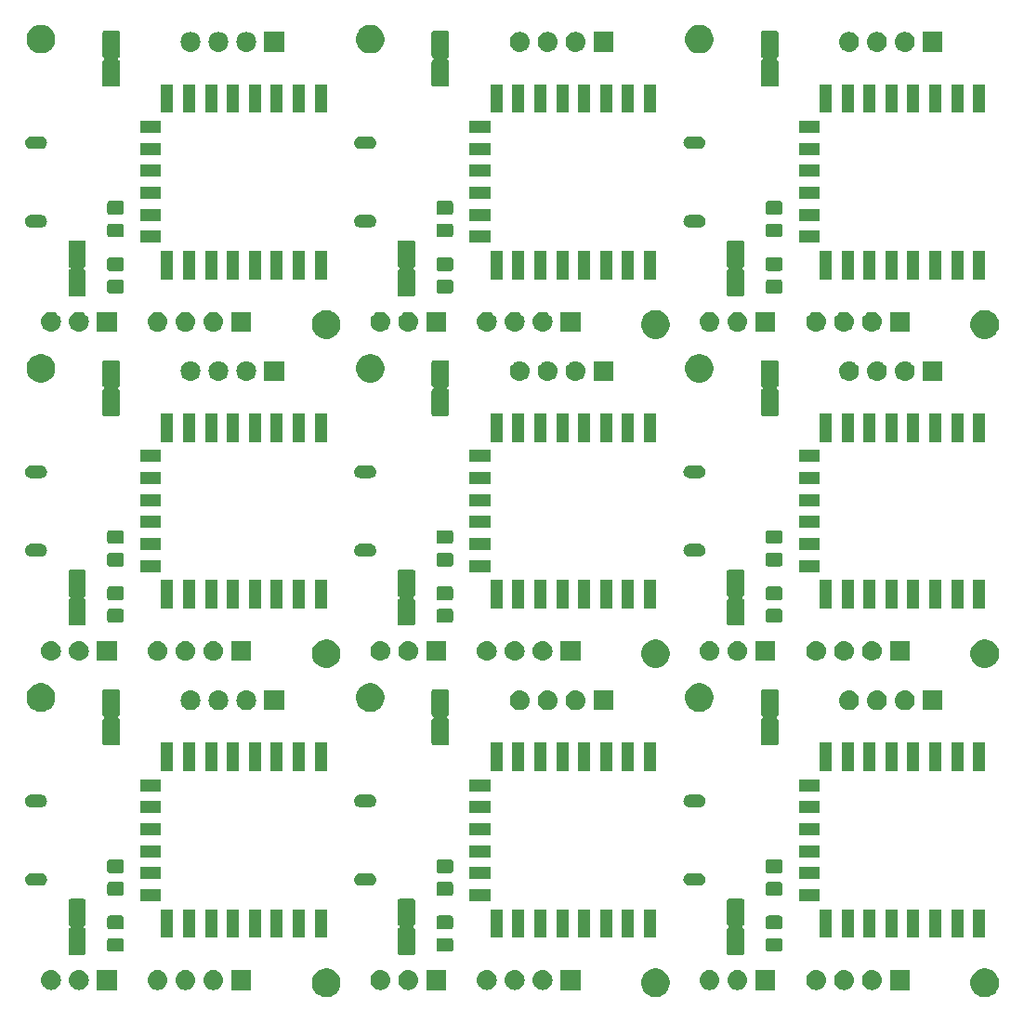
<source format=gbr>
G04 #@! TF.GenerationSoftware,KiCad,Pcbnew,5.1.4+dfsg1-1~bpo10+1*
G04 #@! TF.CreationDate,2022-07-23T13:57:56+05:30*
G04 #@! TF.ProjectId,Bolt my,426f6c74-206d-4792-9e6b-696361645f70,1.0*
G04 #@! TF.SameCoordinates,Original*
G04 #@! TF.FileFunction,Soldermask,Top*
G04 #@! TF.FilePolarity,Negative*
%FSLAX46Y46*%
G04 Gerber Fmt 4.6, Leading zero omitted, Abs format (unit mm)*
G04 Created by KiCad (PCBNEW 5.1.4+dfsg1-1~bpo10+1) date 2022-07-23 13:57:56*
%MOMM*%
%LPD*%
G04 APERTURE LIST*
%ADD10C,0.100000*%
G04 APERTURE END LIST*
D10*
G36*
X106159487Y-104528996D02*
G01*
X106396253Y-104627068D01*
X106396255Y-104627069D01*
X106418656Y-104642037D01*
X106609339Y-104769447D01*
X106790553Y-104950661D01*
X106932932Y-105163747D01*
X107031004Y-105400513D01*
X107081000Y-105651861D01*
X107081000Y-105908139D01*
X107031004Y-106159487D01*
X106945280Y-106366442D01*
X106932931Y-106396255D01*
X106790553Y-106609339D01*
X106609339Y-106790553D01*
X106396255Y-106932931D01*
X106396254Y-106932932D01*
X106396253Y-106932932D01*
X106159487Y-107031004D01*
X105908139Y-107081000D01*
X105651861Y-107081000D01*
X105400513Y-107031004D01*
X105163747Y-106932932D01*
X105163746Y-106932932D01*
X105163745Y-106932931D01*
X104950661Y-106790553D01*
X104769447Y-106609339D01*
X104627069Y-106396255D01*
X104614720Y-106366442D01*
X104528996Y-106159487D01*
X104479000Y-105908139D01*
X104479000Y-105651861D01*
X104528996Y-105400513D01*
X104627068Y-105163747D01*
X104769447Y-104950661D01*
X104950661Y-104769447D01*
X105141344Y-104642037D01*
X105163745Y-104627069D01*
X105163747Y-104627068D01*
X105400513Y-104528996D01*
X105651861Y-104479000D01*
X105908139Y-104479000D01*
X106159487Y-104528996D01*
X106159487Y-104528996D01*
G37*
G36*
X76159487Y-104528996D02*
G01*
X76396253Y-104627068D01*
X76396255Y-104627069D01*
X76418656Y-104642037D01*
X76609339Y-104769447D01*
X76790553Y-104950661D01*
X76932932Y-105163747D01*
X77031004Y-105400513D01*
X77081000Y-105651861D01*
X77081000Y-105908139D01*
X77031004Y-106159487D01*
X76945280Y-106366442D01*
X76932931Y-106396255D01*
X76790553Y-106609339D01*
X76609339Y-106790553D01*
X76396255Y-106932931D01*
X76396254Y-106932932D01*
X76396253Y-106932932D01*
X76159487Y-107031004D01*
X75908139Y-107081000D01*
X75651861Y-107081000D01*
X75400513Y-107031004D01*
X75163747Y-106932932D01*
X75163746Y-106932932D01*
X75163745Y-106932931D01*
X74950661Y-106790553D01*
X74769447Y-106609339D01*
X74627069Y-106396255D01*
X74614720Y-106366442D01*
X74528996Y-106159487D01*
X74479000Y-105908139D01*
X74479000Y-105651861D01*
X74528996Y-105400513D01*
X74627068Y-105163747D01*
X74769447Y-104950661D01*
X74950661Y-104769447D01*
X75141344Y-104642037D01*
X75163745Y-104627069D01*
X75163747Y-104627068D01*
X75400513Y-104528996D01*
X75651861Y-104479000D01*
X75908139Y-104479000D01*
X76159487Y-104528996D01*
X76159487Y-104528996D01*
G37*
G36*
X46159487Y-104528996D02*
G01*
X46396253Y-104627068D01*
X46396255Y-104627069D01*
X46418656Y-104642037D01*
X46609339Y-104769447D01*
X46790553Y-104950661D01*
X46932932Y-105163747D01*
X47031004Y-105400513D01*
X47081000Y-105651861D01*
X47081000Y-105908139D01*
X47031004Y-106159487D01*
X46945280Y-106366442D01*
X46932931Y-106396255D01*
X46790553Y-106609339D01*
X46609339Y-106790553D01*
X46396255Y-106932931D01*
X46396254Y-106932932D01*
X46396253Y-106932932D01*
X46159487Y-107031004D01*
X45908139Y-107081000D01*
X45651861Y-107081000D01*
X45400513Y-107031004D01*
X45163747Y-106932932D01*
X45163746Y-106932932D01*
X45163745Y-106932931D01*
X44950661Y-106790553D01*
X44769447Y-106609339D01*
X44627069Y-106396255D01*
X44614720Y-106366442D01*
X44528996Y-106159487D01*
X44479000Y-105908139D01*
X44479000Y-105651861D01*
X44528996Y-105400513D01*
X44627068Y-105163747D01*
X44769447Y-104950661D01*
X44950661Y-104769447D01*
X45141344Y-104642037D01*
X45163745Y-104627069D01*
X45163747Y-104627068D01*
X45400513Y-104528996D01*
X45651861Y-104479000D01*
X45908139Y-104479000D01*
X46159487Y-104528996D01*
X46159487Y-104528996D01*
G37*
G36*
X56681000Y-106431000D02*
G01*
X54879000Y-106431000D01*
X54879000Y-104629000D01*
X56681000Y-104629000D01*
X56681000Y-106431000D01*
X56681000Y-106431000D01*
G37*
G36*
X60520443Y-104635519D02*
G01*
X60586627Y-104642037D01*
X60756466Y-104693557D01*
X60912991Y-104777222D01*
X60948729Y-104806552D01*
X61050186Y-104889814D01*
X61133448Y-104991271D01*
X61162778Y-105027009D01*
X61162779Y-105027011D01*
X61235866Y-105163745D01*
X61246443Y-105183534D01*
X61297963Y-105353373D01*
X61315359Y-105530000D01*
X61297963Y-105706627D01*
X61246443Y-105876466D01*
X61162778Y-106032991D01*
X61133448Y-106068729D01*
X61050186Y-106170186D01*
X60948729Y-106253448D01*
X60912991Y-106282778D01*
X60756466Y-106366443D01*
X60586627Y-106417963D01*
X60520443Y-106424481D01*
X60454260Y-106431000D01*
X60365740Y-106431000D01*
X60299557Y-106424481D01*
X60233373Y-106417963D01*
X60063534Y-106366443D01*
X59907009Y-106282778D01*
X59871271Y-106253448D01*
X59769814Y-106170186D01*
X59686552Y-106068729D01*
X59657222Y-106032991D01*
X59573557Y-105876466D01*
X59522037Y-105706627D01*
X59504641Y-105530000D01*
X59522037Y-105353373D01*
X59573557Y-105183534D01*
X59584135Y-105163745D01*
X59657221Y-105027011D01*
X59657222Y-105027009D01*
X59686552Y-104991271D01*
X59769814Y-104889814D01*
X59871271Y-104806552D01*
X59907009Y-104777222D01*
X60063534Y-104693557D01*
X60233373Y-104642037D01*
X60299558Y-104635518D01*
X60365740Y-104629000D01*
X60454260Y-104629000D01*
X60520443Y-104635519D01*
X60520443Y-104635519D01*
G37*
G36*
X80810443Y-104635519D02*
G01*
X80876627Y-104642037D01*
X81046466Y-104693557D01*
X81202991Y-104777222D01*
X81238729Y-104806552D01*
X81340186Y-104889814D01*
X81423448Y-104991271D01*
X81452778Y-105027009D01*
X81452779Y-105027011D01*
X81525866Y-105163745D01*
X81536443Y-105183534D01*
X81587963Y-105353373D01*
X81605359Y-105530000D01*
X81587963Y-105706627D01*
X81536443Y-105876466D01*
X81452778Y-106032991D01*
X81423448Y-106068729D01*
X81340186Y-106170186D01*
X81238729Y-106253448D01*
X81202991Y-106282778D01*
X81046466Y-106366443D01*
X80876627Y-106417963D01*
X80810443Y-106424481D01*
X80744260Y-106431000D01*
X80655740Y-106431000D01*
X80589557Y-106424481D01*
X80523373Y-106417963D01*
X80353534Y-106366443D01*
X80197009Y-106282778D01*
X80161271Y-106253448D01*
X80059814Y-106170186D01*
X79976552Y-106068729D01*
X79947222Y-106032991D01*
X79863557Y-105876466D01*
X79812037Y-105706627D01*
X79794641Y-105530000D01*
X79812037Y-105353373D01*
X79863557Y-105183534D01*
X79874135Y-105163745D01*
X79947221Y-105027011D01*
X79947222Y-105027009D01*
X79976552Y-104991271D01*
X80059814Y-104889814D01*
X80161271Y-104806552D01*
X80197009Y-104777222D01*
X80353534Y-104693557D01*
X80523373Y-104642037D01*
X80589558Y-104635518D01*
X80655740Y-104629000D01*
X80744260Y-104629000D01*
X80810443Y-104635519D01*
X80810443Y-104635519D01*
G37*
G36*
X83350443Y-104635519D02*
G01*
X83416627Y-104642037D01*
X83586466Y-104693557D01*
X83742991Y-104777222D01*
X83778729Y-104806552D01*
X83880186Y-104889814D01*
X83963448Y-104991271D01*
X83992778Y-105027009D01*
X83992779Y-105027011D01*
X84065866Y-105163745D01*
X84076443Y-105183534D01*
X84127963Y-105353373D01*
X84145359Y-105530000D01*
X84127963Y-105706627D01*
X84076443Y-105876466D01*
X83992778Y-106032991D01*
X83963448Y-106068729D01*
X83880186Y-106170186D01*
X83778729Y-106253448D01*
X83742991Y-106282778D01*
X83586466Y-106366443D01*
X83416627Y-106417963D01*
X83350443Y-106424481D01*
X83284260Y-106431000D01*
X83195740Y-106431000D01*
X83129557Y-106424481D01*
X83063373Y-106417963D01*
X82893534Y-106366443D01*
X82737009Y-106282778D01*
X82701271Y-106253448D01*
X82599814Y-106170186D01*
X82516552Y-106068729D01*
X82487222Y-106032991D01*
X82403557Y-105876466D01*
X82352037Y-105706627D01*
X82334641Y-105530000D01*
X82352037Y-105353373D01*
X82403557Y-105183534D01*
X82414135Y-105163745D01*
X82487221Y-105027011D01*
X82487222Y-105027009D01*
X82516552Y-104991271D01*
X82599814Y-104889814D01*
X82701271Y-104806552D01*
X82737009Y-104777222D01*
X82893534Y-104693557D01*
X83063373Y-104642037D01*
X83129558Y-104635518D01*
X83195740Y-104629000D01*
X83284260Y-104629000D01*
X83350443Y-104635519D01*
X83350443Y-104635519D01*
G37*
G36*
X86681000Y-106431000D02*
G01*
X84879000Y-106431000D01*
X84879000Y-104629000D01*
X86681000Y-104629000D01*
X86681000Y-106431000D01*
X86681000Y-106431000D01*
G37*
G36*
X93060443Y-104635519D02*
G01*
X93126627Y-104642037D01*
X93296466Y-104693557D01*
X93452991Y-104777222D01*
X93488729Y-104806552D01*
X93590186Y-104889814D01*
X93673448Y-104991271D01*
X93702778Y-105027009D01*
X93702779Y-105027011D01*
X93775866Y-105163745D01*
X93786443Y-105183534D01*
X93837963Y-105353373D01*
X93855359Y-105530000D01*
X93837963Y-105706627D01*
X93786443Y-105876466D01*
X93702778Y-106032991D01*
X93673448Y-106068729D01*
X93590186Y-106170186D01*
X93488729Y-106253448D01*
X93452991Y-106282778D01*
X93296466Y-106366443D01*
X93126627Y-106417963D01*
X93060443Y-106424481D01*
X92994260Y-106431000D01*
X92905740Y-106431000D01*
X92839557Y-106424481D01*
X92773373Y-106417963D01*
X92603534Y-106366443D01*
X92447009Y-106282778D01*
X92411271Y-106253448D01*
X92309814Y-106170186D01*
X92226552Y-106068729D01*
X92197222Y-106032991D01*
X92113557Y-105876466D01*
X92062037Y-105706627D01*
X92044641Y-105530000D01*
X92062037Y-105353373D01*
X92113557Y-105183534D01*
X92124135Y-105163745D01*
X92197221Y-105027011D01*
X92197222Y-105027009D01*
X92226552Y-104991271D01*
X92309814Y-104889814D01*
X92411271Y-104806552D01*
X92447009Y-104777222D01*
X92603534Y-104693557D01*
X92773373Y-104642037D01*
X92839558Y-104635518D01*
X92905740Y-104629000D01*
X92994260Y-104629000D01*
X93060443Y-104635519D01*
X93060443Y-104635519D01*
G37*
G36*
X95600443Y-104635519D02*
G01*
X95666627Y-104642037D01*
X95836466Y-104693557D01*
X95992991Y-104777222D01*
X96028729Y-104806552D01*
X96130186Y-104889814D01*
X96213448Y-104991271D01*
X96242778Y-105027009D01*
X96242779Y-105027011D01*
X96315866Y-105163745D01*
X96326443Y-105183534D01*
X96377963Y-105353373D01*
X96395359Y-105530000D01*
X96377963Y-105706627D01*
X96326443Y-105876466D01*
X96242778Y-106032991D01*
X96213448Y-106068729D01*
X96130186Y-106170186D01*
X96028729Y-106253448D01*
X95992991Y-106282778D01*
X95836466Y-106366443D01*
X95666627Y-106417963D01*
X95600443Y-106424481D01*
X95534260Y-106431000D01*
X95445740Y-106431000D01*
X95379557Y-106424481D01*
X95313373Y-106417963D01*
X95143534Y-106366443D01*
X94987009Y-106282778D01*
X94951271Y-106253448D01*
X94849814Y-106170186D01*
X94766552Y-106068729D01*
X94737222Y-106032991D01*
X94653557Y-105876466D01*
X94602037Y-105706627D01*
X94584641Y-105530000D01*
X94602037Y-105353373D01*
X94653557Y-105183534D01*
X94664135Y-105163745D01*
X94737221Y-105027011D01*
X94737222Y-105027009D01*
X94766552Y-104991271D01*
X94849814Y-104889814D01*
X94951271Y-104806552D01*
X94987009Y-104777222D01*
X95143534Y-104693557D01*
X95313373Y-104642037D01*
X95379558Y-104635518D01*
X95445740Y-104629000D01*
X95534260Y-104629000D01*
X95600443Y-104635519D01*
X95600443Y-104635519D01*
G37*
G36*
X50810443Y-104635519D02*
G01*
X50876627Y-104642037D01*
X51046466Y-104693557D01*
X51202991Y-104777222D01*
X51238729Y-104806552D01*
X51340186Y-104889814D01*
X51423448Y-104991271D01*
X51452778Y-105027009D01*
X51452779Y-105027011D01*
X51525866Y-105163745D01*
X51536443Y-105183534D01*
X51587963Y-105353373D01*
X51605359Y-105530000D01*
X51587963Y-105706627D01*
X51536443Y-105876466D01*
X51452778Y-106032991D01*
X51423448Y-106068729D01*
X51340186Y-106170186D01*
X51238729Y-106253448D01*
X51202991Y-106282778D01*
X51046466Y-106366443D01*
X50876627Y-106417963D01*
X50810443Y-106424481D01*
X50744260Y-106431000D01*
X50655740Y-106431000D01*
X50589557Y-106424481D01*
X50523373Y-106417963D01*
X50353534Y-106366443D01*
X50197009Y-106282778D01*
X50161271Y-106253448D01*
X50059814Y-106170186D01*
X49976552Y-106068729D01*
X49947222Y-106032991D01*
X49863557Y-105876466D01*
X49812037Y-105706627D01*
X49794641Y-105530000D01*
X49812037Y-105353373D01*
X49863557Y-105183534D01*
X49874135Y-105163745D01*
X49947221Y-105027011D01*
X49947222Y-105027009D01*
X49976552Y-104991271D01*
X50059814Y-104889814D01*
X50161271Y-104806552D01*
X50197009Y-104777222D01*
X50353534Y-104693557D01*
X50523373Y-104642037D01*
X50589558Y-104635518D01*
X50655740Y-104629000D01*
X50744260Y-104629000D01*
X50810443Y-104635519D01*
X50810443Y-104635519D01*
G37*
G36*
X53350443Y-104635519D02*
G01*
X53416627Y-104642037D01*
X53586466Y-104693557D01*
X53742991Y-104777222D01*
X53778729Y-104806552D01*
X53880186Y-104889814D01*
X53963448Y-104991271D01*
X53992778Y-105027009D01*
X53992779Y-105027011D01*
X54065866Y-105163745D01*
X54076443Y-105183534D01*
X54127963Y-105353373D01*
X54145359Y-105530000D01*
X54127963Y-105706627D01*
X54076443Y-105876466D01*
X53992778Y-106032991D01*
X53963448Y-106068729D01*
X53880186Y-106170186D01*
X53778729Y-106253448D01*
X53742991Y-106282778D01*
X53586466Y-106366443D01*
X53416627Y-106417963D01*
X53350443Y-106424481D01*
X53284260Y-106431000D01*
X53195740Y-106431000D01*
X53129557Y-106424481D01*
X53063373Y-106417963D01*
X52893534Y-106366443D01*
X52737009Y-106282778D01*
X52701271Y-106253448D01*
X52599814Y-106170186D01*
X52516552Y-106068729D01*
X52487222Y-106032991D01*
X52403557Y-105876466D01*
X52352037Y-105706627D01*
X52334641Y-105530000D01*
X52352037Y-105353373D01*
X52403557Y-105183534D01*
X52414135Y-105163745D01*
X52487221Y-105027011D01*
X52487222Y-105027009D01*
X52516552Y-104991271D01*
X52599814Y-104889814D01*
X52701271Y-104806552D01*
X52737009Y-104777222D01*
X52893534Y-104693557D01*
X53063373Y-104642037D01*
X53129558Y-104635518D01*
X53195740Y-104629000D01*
X53284260Y-104629000D01*
X53350443Y-104635519D01*
X53350443Y-104635519D01*
G37*
G36*
X90520443Y-104635519D02*
G01*
X90586627Y-104642037D01*
X90756466Y-104693557D01*
X90912991Y-104777222D01*
X90948729Y-104806552D01*
X91050186Y-104889814D01*
X91133448Y-104991271D01*
X91162778Y-105027009D01*
X91162779Y-105027011D01*
X91235866Y-105163745D01*
X91246443Y-105183534D01*
X91297963Y-105353373D01*
X91315359Y-105530000D01*
X91297963Y-105706627D01*
X91246443Y-105876466D01*
X91162778Y-106032991D01*
X91133448Y-106068729D01*
X91050186Y-106170186D01*
X90948729Y-106253448D01*
X90912991Y-106282778D01*
X90756466Y-106366443D01*
X90586627Y-106417963D01*
X90520443Y-106424481D01*
X90454260Y-106431000D01*
X90365740Y-106431000D01*
X90299557Y-106424481D01*
X90233373Y-106417963D01*
X90063534Y-106366443D01*
X89907009Y-106282778D01*
X89871271Y-106253448D01*
X89769814Y-106170186D01*
X89686552Y-106068729D01*
X89657222Y-106032991D01*
X89573557Y-105876466D01*
X89522037Y-105706627D01*
X89504641Y-105530000D01*
X89522037Y-105353373D01*
X89573557Y-105183534D01*
X89584135Y-105163745D01*
X89657221Y-105027011D01*
X89657222Y-105027009D01*
X89686552Y-104991271D01*
X89769814Y-104889814D01*
X89871271Y-104806552D01*
X89907009Y-104777222D01*
X90063534Y-104693557D01*
X90233373Y-104642037D01*
X90299558Y-104635518D01*
X90365740Y-104629000D01*
X90454260Y-104629000D01*
X90520443Y-104635519D01*
X90520443Y-104635519D01*
G37*
G36*
X20810443Y-104635519D02*
G01*
X20876627Y-104642037D01*
X21046466Y-104693557D01*
X21202991Y-104777222D01*
X21238729Y-104806552D01*
X21340186Y-104889814D01*
X21423448Y-104991271D01*
X21452778Y-105027009D01*
X21452779Y-105027011D01*
X21525866Y-105163745D01*
X21536443Y-105183534D01*
X21587963Y-105353373D01*
X21605359Y-105530000D01*
X21587963Y-105706627D01*
X21536443Y-105876466D01*
X21452778Y-106032991D01*
X21423448Y-106068729D01*
X21340186Y-106170186D01*
X21238729Y-106253448D01*
X21202991Y-106282778D01*
X21046466Y-106366443D01*
X20876627Y-106417963D01*
X20810443Y-106424481D01*
X20744260Y-106431000D01*
X20655740Y-106431000D01*
X20589557Y-106424481D01*
X20523373Y-106417963D01*
X20353534Y-106366443D01*
X20197009Y-106282778D01*
X20161271Y-106253448D01*
X20059814Y-106170186D01*
X19976552Y-106068729D01*
X19947222Y-106032991D01*
X19863557Y-105876466D01*
X19812037Y-105706627D01*
X19794641Y-105530000D01*
X19812037Y-105353373D01*
X19863557Y-105183534D01*
X19874135Y-105163745D01*
X19947221Y-105027011D01*
X19947222Y-105027009D01*
X19976552Y-104991271D01*
X20059814Y-104889814D01*
X20161271Y-104806552D01*
X20197009Y-104777222D01*
X20353534Y-104693557D01*
X20523373Y-104642037D01*
X20589558Y-104635518D01*
X20655740Y-104629000D01*
X20744260Y-104629000D01*
X20810443Y-104635519D01*
X20810443Y-104635519D01*
G37*
G36*
X26681000Y-106431000D02*
G01*
X24879000Y-106431000D01*
X24879000Y-104629000D01*
X26681000Y-104629000D01*
X26681000Y-106431000D01*
X26681000Y-106431000D01*
G37*
G36*
X23350443Y-104635519D02*
G01*
X23416627Y-104642037D01*
X23586466Y-104693557D01*
X23742991Y-104777222D01*
X23778729Y-104806552D01*
X23880186Y-104889814D01*
X23963448Y-104991271D01*
X23992778Y-105027009D01*
X23992779Y-105027011D01*
X24065866Y-105163745D01*
X24076443Y-105183534D01*
X24127963Y-105353373D01*
X24145359Y-105530000D01*
X24127963Y-105706627D01*
X24076443Y-105876466D01*
X23992778Y-106032991D01*
X23963448Y-106068729D01*
X23880186Y-106170186D01*
X23778729Y-106253448D01*
X23742991Y-106282778D01*
X23586466Y-106366443D01*
X23416627Y-106417963D01*
X23350443Y-106424481D01*
X23284260Y-106431000D01*
X23195740Y-106431000D01*
X23129557Y-106424481D01*
X23063373Y-106417963D01*
X22893534Y-106366443D01*
X22737009Y-106282778D01*
X22701271Y-106253448D01*
X22599814Y-106170186D01*
X22516552Y-106068729D01*
X22487222Y-106032991D01*
X22403557Y-105876466D01*
X22352037Y-105706627D01*
X22334641Y-105530000D01*
X22352037Y-105353373D01*
X22403557Y-105183534D01*
X22414135Y-105163745D01*
X22487221Y-105027011D01*
X22487222Y-105027009D01*
X22516552Y-104991271D01*
X22599814Y-104889814D01*
X22701271Y-104806552D01*
X22737009Y-104777222D01*
X22893534Y-104693557D01*
X23063373Y-104642037D01*
X23129558Y-104635518D01*
X23195740Y-104629000D01*
X23284260Y-104629000D01*
X23350443Y-104635519D01*
X23350443Y-104635519D01*
G37*
G36*
X63060443Y-104635519D02*
G01*
X63126627Y-104642037D01*
X63296466Y-104693557D01*
X63452991Y-104777222D01*
X63488729Y-104806552D01*
X63590186Y-104889814D01*
X63673448Y-104991271D01*
X63702778Y-105027009D01*
X63702779Y-105027011D01*
X63775866Y-105163745D01*
X63786443Y-105183534D01*
X63837963Y-105353373D01*
X63855359Y-105530000D01*
X63837963Y-105706627D01*
X63786443Y-105876466D01*
X63702778Y-106032991D01*
X63673448Y-106068729D01*
X63590186Y-106170186D01*
X63488729Y-106253448D01*
X63452991Y-106282778D01*
X63296466Y-106366443D01*
X63126627Y-106417963D01*
X63060443Y-106424481D01*
X62994260Y-106431000D01*
X62905740Y-106431000D01*
X62839557Y-106424481D01*
X62773373Y-106417963D01*
X62603534Y-106366443D01*
X62447009Y-106282778D01*
X62411271Y-106253448D01*
X62309814Y-106170186D01*
X62226552Y-106068729D01*
X62197222Y-106032991D01*
X62113557Y-105876466D01*
X62062037Y-105706627D01*
X62044641Y-105530000D01*
X62062037Y-105353373D01*
X62113557Y-105183534D01*
X62124135Y-105163745D01*
X62197221Y-105027011D01*
X62197222Y-105027009D01*
X62226552Y-104991271D01*
X62309814Y-104889814D01*
X62411271Y-104806552D01*
X62447009Y-104777222D01*
X62603534Y-104693557D01*
X62773373Y-104642037D01*
X62839558Y-104635518D01*
X62905740Y-104629000D01*
X62994260Y-104629000D01*
X63060443Y-104635519D01*
X63060443Y-104635519D01*
G37*
G36*
X65600443Y-104635519D02*
G01*
X65666627Y-104642037D01*
X65836466Y-104693557D01*
X65992991Y-104777222D01*
X66028729Y-104806552D01*
X66130186Y-104889814D01*
X66213448Y-104991271D01*
X66242778Y-105027009D01*
X66242779Y-105027011D01*
X66315866Y-105163745D01*
X66326443Y-105183534D01*
X66377963Y-105353373D01*
X66395359Y-105530000D01*
X66377963Y-105706627D01*
X66326443Y-105876466D01*
X66242778Y-106032991D01*
X66213448Y-106068729D01*
X66130186Y-106170186D01*
X66028729Y-106253448D01*
X65992991Y-106282778D01*
X65836466Y-106366443D01*
X65666627Y-106417963D01*
X65600443Y-106424481D01*
X65534260Y-106431000D01*
X65445740Y-106431000D01*
X65379557Y-106424481D01*
X65313373Y-106417963D01*
X65143534Y-106366443D01*
X64987009Y-106282778D01*
X64951271Y-106253448D01*
X64849814Y-106170186D01*
X64766552Y-106068729D01*
X64737222Y-106032991D01*
X64653557Y-105876466D01*
X64602037Y-105706627D01*
X64584641Y-105530000D01*
X64602037Y-105353373D01*
X64653557Y-105183534D01*
X64664135Y-105163745D01*
X64737221Y-105027011D01*
X64737222Y-105027009D01*
X64766552Y-104991271D01*
X64849814Y-104889814D01*
X64951271Y-104806552D01*
X64987009Y-104777222D01*
X65143534Y-104693557D01*
X65313373Y-104642037D01*
X65379558Y-104635518D01*
X65445740Y-104629000D01*
X65534260Y-104629000D01*
X65600443Y-104635519D01*
X65600443Y-104635519D01*
G37*
G36*
X68931000Y-106431000D02*
G01*
X67129000Y-106431000D01*
X67129000Y-104629000D01*
X68931000Y-104629000D01*
X68931000Y-106431000D01*
X68931000Y-106431000D01*
G37*
G36*
X38931000Y-106431000D02*
G01*
X37129000Y-106431000D01*
X37129000Y-104629000D01*
X38931000Y-104629000D01*
X38931000Y-106431000D01*
X38931000Y-106431000D01*
G37*
G36*
X33060443Y-104635519D02*
G01*
X33126627Y-104642037D01*
X33296466Y-104693557D01*
X33452991Y-104777222D01*
X33488729Y-104806552D01*
X33590186Y-104889814D01*
X33673448Y-104991271D01*
X33702778Y-105027009D01*
X33702779Y-105027011D01*
X33775866Y-105163745D01*
X33786443Y-105183534D01*
X33837963Y-105353373D01*
X33855359Y-105530000D01*
X33837963Y-105706627D01*
X33786443Y-105876466D01*
X33702778Y-106032991D01*
X33673448Y-106068729D01*
X33590186Y-106170186D01*
X33488729Y-106253448D01*
X33452991Y-106282778D01*
X33296466Y-106366443D01*
X33126627Y-106417963D01*
X33060443Y-106424481D01*
X32994260Y-106431000D01*
X32905740Y-106431000D01*
X32839557Y-106424481D01*
X32773373Y-106417963D01*
X32603534Y-106366443D01*
X32447009Y-106282778D01*
X32411271Y-106253448D01*
X32309814Y-106170186D01*
X32226552Y-106068729D01*
X32197222Y-106032991D01*
X32113557Y-105876466D01*
X32062037Y-105706627D01*
X32044641Y-105530000D01*
X32062037Y-105353373D01*
X32113557Y-105183534D01*
X32124135Y-105163745D01*
X32197221Y-105027011D01*
X32197222Y-105027009D01*
X32226552Y-104991271D01*
X32309814Y-104889814D01*
X32411271Y-104806552D01*
X32447009Y-104777222D01*
X32603534Y-104693557D01*
X32773373Y-104642037D01*
X32839558Y-104635518D01*
X32905740Y-104629000D01*
X32994260Y-104629000D01*
X33060443Y-104635519D01*
X33060443Y-104635519D01*
G37*
G36*
X30520443Y-104635519D02*
G01*
X30586627Y-104642037D01*
X30756466Y-104693557D01*
X30912991Y-104777222D01*
X30948729Y-104806552D01*
X31050186Y-104889814D01*
X31133448Y-104991271D01*
X31162778Y-105027009D01*
X31162779Y-105027011D01*
X31235866Y-105163745D01*
X31246443Y-105183534D01*
X31297963Y-105353373D01*
X31315359Y-105530000D01*
X31297963Y-105706627D01*
X31246443Y-105876466D01*
X31162778Y-106032991D01*
X31133448Y-106068729D01*
X31050186Y-106170186D01*
X30948729Y-106253448D01*
X30912991Y-106282778D01*
X30756466Y-106366443D01*
X30586627Y-106417963D01*
X30520443Y-106424481D01*
X30454260Y-106431000D01*
X30365740Y-106431000D01*
X30299557Y-106424481D01*
X30233373Y-106417963D01*
X30063534Y-106366443D01*
X29907009Y-106282778D01*
X29871271Y-106253448D01*
X29769814Y-106170186D01*
X29686552Y-106068729D01*
X29657222Y-106032991D01*
X29573557Y-105876466D01*
X29522037Y-105706627D01*
X29504641Y-105530000D01*
X29522037Y-105353373D01*
X29573557Y-105183534D01*
X29584135Y-105163745D01*
X29657221Y-105027011D01*
X29657222Y-105027009D01*
X29686552Y-104991271D01*
X29769814Y-104889814D01*
X29871271Y-104806552D01*
X29907009Y-104777222D01*
X30063534Y-104693557D01*
X30233373Y-104642037D01*
X30299558Y-104635518D01*
X30365740Y-104629000D01*
X30454260Y-104629000D01*
X30520443Y-104635519D01*
X30520443Y-104635519D01*
G37*
G36*
X98931000Y-106431000D02*
G01*
X97129000Y-106431000D01*
X97129000Y-104629000D01*
X98931000Y-104629000D01*
X98931000Y-106431000D01*
X98931000Y-106431000D01*
G37*
G36*
X35600443Y-104635519D02*
G01*
X35666627Y-104642037D01*
X35836466Y-104693557D01*
X35992991Y-104777222D01*
X36028729Y-104806552D01*
X36130186Y-104889814D01*
X36213448Y-104991271D01*
X36242778Y-105027009D01*
X36242779Y-105027011D01*
X36315866Y-105163745D01*
X36326443Y-105183534D01*
X36377963Y-105353373D01*
X36395359Y-105530000D01*
X36377963Y-105706627D01*
X36326443Y-105876466D01*
X36242778Y-106032991D01*
X36213448Y-106068729D01*
X36130186Y-106170186D01*
X36028729Y-106253448D01*
X35992991Y-106282778D01*
X35836466Y-106366443D01*
X35666627Y-106417963D01*
X35600443Y-106424481D01*
X35534260Y-106431000D01*
X35445740Y-106431000D01*
X35379557Y-106424481D01*
X35313373Y-106417963D01*
X35143534Y-106366443D01*
X34987009Y-106282778D01*
X34951271Y-106253448D01*
X34849814Y-106170186D01*
X34766552Y-106068729D01*
X34737222Y-106032991D01*
X34653557Y-105876466D01*
X34602037Y-105706627D01*
X34584641Y-105530000D01*
X34602037Y-105353373D01*
X34653557Y-105183534D01*
X34664135Y-105163745D01*
X34737221Y-105027011D01*
X34737222Y-105027009D01*
X34766552Y-104991271D01*
X34849814Y-104889814D01*
X34951271Y-104806552D01*
X34987009Y-104777222D01*
X35143534Y-104693557D01*
X35313373Y-104642037D01*
X35379558Y-104635518D01*
X35445740Y-104629000D01*
X35534260Y-104629000D01*
X35600443Y-104635519D01*
X35600443Y-104635519D01*
G37*
G36*
X83733048Y-98133122D02*
G01*
X83767387Y-98143539D01*
X83799036Y-98160456D01*
X83826778Y-98183222D01*
X83849544Y-98210964D01*
X83866461Y-98242613D01*
X83876878Y-98276952D01*
X83881000Y-98318807D01*
X83881000Y-100391193D01*
X83876878Y-100433048D01*
X83866461Y-100467387D01*
X83849544Y-100499036D01*
X83826778Y-100526778D01*
X83799036Y-100549544D01*
X83761213Y-100569761D01*
X83740839Y-100583374D01*
X83723512Y-100600701D01*
X83709898Y-100621076D01*
X83700520Y-100643715D01*
X83695740Y-100667748D01*
X83695740Y-100692252D01*
X83700520Y-100716285D01*
X83709898Y-100738924D01*
X83723511Y-100759298D01*
X83740838Y-100776625D01*
X83761213Y-100790239D01*
X83799036Y-100810456D01*
X83826778Y-100833222D01*
X83849544Y-100860964D01*
X83866461Y-100892613D01*
X83876878Y-100926952D01*
X83881000Y-100968807D01*
X83881000Y-103041193D01*
X83876878Y-103083048D01*
X83866461Y-103117387D01*
X83849544Y-103149036D01*
X83826778Y-103176778D01*
X83799036Y-103199544D01*
X83767387Y-103216461D01*
X83733048Y-103226878D01*
X83691193Y-103231000D01*
X82468807Y-103231000D01*
X82426952Y-103226878D01*
X82392613Y-103216461D01*
X82360964Y-103199544D01*
X82333222Y-103176778D01*
X82310456Y-103149036D01*
X82293539Y-103117387D01*
X82283122Y-103083048D01*
X82279000Y-103041193D01*
X82279000Y-100968807D01*
X82283122Y-100926952D01*
X82293539Y-100892613D01*
X82310456Y-100860964D01*
X82333222Y-100833222D01*
X82360964Y-100810456D01*
X82398787Y-100790239D01*
X82419161Y-100776626D01*
X82436488Y-100759299D01*
X82450102Y-100738924D01*
X82459480Y-100716285D01*
X82464260Y-100692252D01*
X82464260Y-100667748D01*
X82459480Y-100643715D01*
X82450102Y-100621076D01*
X82436489Y-100600702D01*
X82419162Y-100583375D01*
X82398787Y-100569761D01*
X82360964Y-100549544D01*
X82333222Y-100526778D01*
X82310456Y-100499036D01*
X82293539Y-100467387D01*
X82283122Y-100433048D01*
X82279000Y-100391193D01*
X82279000Y-98318807D01*
X82283122Y-98276952D01*
X82293539Y-98242613D01*
X82310456Y-98210964D01*
X82333222Y-98183222D01*
X82360964Y-98160456D01*
X82392613Y-98143539D01*
X82426952Y-98133122D01*
X82468807Y-98129000D01*
X83691193Y-98129000D01*
X83733048Y-98133122D01*
X83733048Y-98133122D01*
G37*
G36*
X23733048Y-98133122D02*
G01*
X23767387Y-98143539D01*
X23799036Y-98160456D01*
X23826778Y-98183222D01*
X23849544Y-98210964D01*
X23866461Y-98242613D01*
X23876878Y-98276952D01*
X23881000Y-98318807D01*
X23881000Y-100391193D01*
X23876878Y-100433048D01*
X23866461Y-100467387D01*
X23849544Y-100499036D01*
X23826778Y-100526778D01*
X23799036Y-100549544D01*
X23761213Y-100569761D01*
X23740839Y-100583374D01*
X23723512Y-100600701D01*
X23709898Y-100621076D01*
X23700520Y-100643715D01*
X23695740Y-100667748D01*
X23695740Y-100692252D01*
X23700520Y-100716285D01*
X23709898Y-100738924D01*
X23723511Y-100759298D01*
X23740838Y-100776625D01*
X23761213Y-100790239D01*
X23799036Y-100810456D01*
X23826778Y-100833222D01*
X23849544Y-100860964D01*
X23866461Y-100892613D01*
X23876878Y-100926952D01*
X23881000Y-100968807D01*
X23881000Y-103041193D01*
X23876878Y-103083048D01*
X23866461Y-103117387D01*
X23849544Y-103149036D01*
X23826778Y-103176778D01*
X23799036Y-103199544D01*
X23767387Y-103216461D01*
X23733048Y-103226878D01*
X23691193Y-103231000D01*
X22468807Y-103231000D01*
X22426952Y-103226878D01*
X22392613Y-103216461D01*
X22360964Y-103199544D01*
X22333222Y-103176778D01*
X22310456Y-103149036D01*
X22293539Y-103117387D01*
X22283122Y-103083048D01*
X22279000Y-103041193D01*
X22279000Y-100968807D01*
X22283122Y-100926952D01*
X22293539Y-100892613D01*
X22310456Y-100860964D01*
X22333222Y-100833222D01*
X22360964Y-100810456D01*
X22398787Y-100790239D01*
X22419161Y-100776626D01*
X22436488Y-100759299D01*
X22450102Y-100738924D01*
X22459480Y-100716285D01*
X22464260Y-100692252D01*
X22464260Y-100667748D01*
X22459480Y-100643715D01*
X22450102Y-100621076D01*
X22436489Y-100600702D01*
X22419162Y-100583375D01*
X22398787Y-100569761D01*
X22360964Y-100549544D01*
X22333222Y-100526778D01*
X22310456Y-100499036D01*
X22293539Y-100467387D01*
X22283122Y-100433048D01*
X22279000Y-100391193D01*
X22279000Y-98318807D01*
X22283122Y-98276952D01*
X22293539Y-98242613D01*
X22310456Y-98210964D01*
X22333222Y-98183222D01*
X22360964Y-98160456D01*
X22392613Y-98143539D01*
X22426952Y-98133122D01*
X22468807Y-98129000D01*
X23691193Y-98129000D01*
X23733048Y-98133122D01*
X23733048Y-98133122D01*
G37*
G36*
X53733048Y-98133122D02*
G01*
X53767387Y-98143539D01*
X53799036Y-98160456D01*
X53826778Y-98183222D01*
X53849544Y-98210964D01*
X53866461Y-98242613D01*
X53876878Y-98276952D01*
X53881000Y-98318807D01*
X53881000Y-100391193D01*
X53876878Y-100433048D01*
X53866461Y-100467387D01*
X53849544Y-100499036D01*
X53826778Y-100526778D01*
X53799036Y-100549544D01*
X53761213Y-100569761D01*
X53740839Y-100583374D01*
X53723512Y-100600701D01*
X53709898Y-100621076D01*
X53700520Y-100643715D01*
X53695740Y-100667748D01*
X53695740Y-100692252D01*
X53700520Y-100716285D01*
X53709898Y-100738924D01*
X53723511Y-100759298D01*
X53740838Y-100776625D01*
X53761213Y-100790239D01*
X53799036Y-100810456D01*
X53826778Y-100833222D01*
X53849544Y-100860964D01*
X53866461Y-100892613D01*
X53876878Y-100926952D01*
X53881000Y-100968807D01*
X53881000Y-103041193D01*
X53876878Y-103083048D01*
X53866461Y-103117387D01*
X53849544Y-103149036D01*
X53826778Y-103176778D01*
X53799036Y-103199544D01*
X53767387Y-103216461D01*
X53733048Y-103226878D01*
X53691193Y-103231000D01*
X52468807Y-103231000D01*
X52426952Y-103226878D01*
X52392613Y-103216461D01*
X52360964Y-103199544D01*
X52333222Y-103176778D01*
X52310456Y-103149036D01*
X52293539Y-103117387D01*
X52283122Y-103083048D01*
X52279000Y-103041193D01*
X52279000Y-100968807D01*
X52283122Y-100926952D01*
X52293539Y-100892613D01*
X52310456Y-100860964D01*
X52333222Y-100833222D01*
X52360964Y-100810456D01*
X52398787Y-100790239D01*
X52419161Y-100776626D01*
X52436488Y-100759299D01*
X52450102Y-100738924D01*
X52459480Y-100716285D01*
X52464260Y-100692252D01*
X52464260Y-100667748D01*
X52459480Y-100643715D01*
X52450102Y-100621076D01*
X52436489Y-100600702D01*
X52419162Y-100583375D01*
X52398787Y-100569761D01*
X52360964Y-100549544D01*
X52333222Y-100526778D01*
X52310456Y-100499036D01*
X52293539Y-100467387D01*
X52283122Y-100433048D01*
X52279000Y-100391193D01*
X52279000Y-98318807D01*
X52283122Y-98276952D01*
X52293539Y-98242613D01*
X52310456Y-98210964D01*
X52333222Y-98183222D01*
X52360964Y-98160456D01*
X52392613Y-98143539D01*
X52426952Y-98133122D01*
X52468807Y-98129000D01*
X53691193Y-98129000D01*
X53733048Y-98133122D01*
X53733048Y-98133122D01*
G37*
G36*
X27168674Y-101708465D02*
G01*
X27206367Y-101719899D01*
X27241103Y-101738466D01*
X27271548Y-101763452D01*
X27296534Y-101793897D01*
X27315101Y-101828633D01*
X27326535Y-101866326D01*
X27331000Y-101911661D01*
X27331000Y-102748339D01*
X27326535Y-102793674D01*
X27315101Y-102831367D01*
X27296534Y-102866103D01*
X27271548Y-102896548D01*
X27241103Y-102921534D01*
X27206367Y-102940101D01*
X27168674Y-102951535D01*
X27123339Y-102956000D01*
X26036661Y-102956000D01*
X25991326Y-102951535D01*
X25953633Y-102940101D01*
X25918897Y-102921534D01*
X25888452Y-102896548D01*
X25863466Y-102866103D01*
X25844899Y-102831367D01*
X25833465Y-102793674D01*
X25829000Y-102748339D01*
X25829000Y-101911661D01*
X25833465Y-101866326D01*
X25844899Y-101828633D01*
X25863466Y-101793897D01*
X25888452Y-101763452D01*
X25918897Y-101738466D01*
X25953633Y-101719899D01*
X25991326Y-101708465D01*
X26036661Y-101704000D01*
X27123339Y-101704000D01*
X27168674Y-101708465D01*
X27168674Y-101708465D01*
G37*
G36*
X57168674Y-101708465D02*
G01*
X57206367Y-101719899D01*
X57241103Y-101738466D01*
X57271548Y-101763452D01*
X57296534Y-101793897D01*
X57315101Y-101828633D01*
X57326535Y-101866326D01*
X57331000Y-101911661D01*
X57331000Y-102748339D01*
X57326535Y-102793674D01*
X57315101Y-102831367D01*
X57296534Y-102866103D01*
X57271548Y-102896548D01*
X57241103Y-102921534D01*
X57206367Y-102940101D01*
X57168674Y-102951535D01*
X57123339Y-102956000D01*
X56036661Y-102956000D01*
X55991326Y-102951535D01*
X55953633Y-102940101D01*
X55918897Y-102921534D01*
X55888452Y-102896548D01*
X55863466Y-102866103D01*
X55844899Y-102831367D01*
X55833465Y-102793674D01*
X55829000Y-102748339D01*
X55829000Y-101911661D01*
X55833465Y-101866326D01*
X55844899Y-101828633D01*
X55863466Y-101793897D01*
X55888452Y-101763452D01*
X55918897Y-101738466D01*
X55953633Y-101719899D01*
X55991326Y-101708465D01*
X56036661Y-101704000D01*
X57123339Y-101704000D01*
X57168674Y-101708465D01*
X57168674Y-101708465D01*
G37*
G36*
X87168674Y-101708465D02*
G01*
X87206367Y-101719899D01*
X87241103Y-101738466D01*
X87271548Y-101763452D01*
X87296534Y-101793897D01*
X87315101Y-101828633D01*
X87326535Y-101866326D01*
X87331000Y-101911661D01*
X87331000Y-102748339D01*
X87326535Y-102793674D01*
X87315101Y-102831367D01*
X87296534Y-102866103D01*
X87271548Y-102896548D01*
X87241103Y-102921534D01*
X87206367Y-102940101D01*
X87168674Y-102951535D01*
X87123339Y-102956000D01*
X86036661Y-102956000D01*
X85991326Y-102951535D01*
X85953633Y-102940101D01*
X85918897Y-102921534D01*
X85888452Y-102896548D01*
X85863466Y-102866103D01*
X85844899Y-102831367D01*
X85833465Y-102793674D01*
X85829000Y-102748339D01*
X85829000Y-101911661D01*
X85833465Y-101866326D01*
X85844899Y-101828633D01*
X85863466Y-101793897D01*
X85888452Y-101763452D01*
X85918897Y-101738466D01*
X85953633Y-101719899D01*
X85991326Y-101708465D01*
X86036661Y-101704000D01*
X87123339Y-101704000D01*
X87168674Y-101708465D01*
X87168674Y-101708465D01*
G37*
G36*
X91831000Y-101681000D02*
G01*
X90729000Y-101681000D01*
X90729000Y-99079000D01*
X91831000Y-99079000D01*
X91831000Y-101681000D01*
X91831000Y-101681000D01*
G37*
G36*
X75831000Y-101681000D02*
G01*
X74729000Y-101681000D01*
X74729000Y-99079000D01*
X75831000Y-99079000D01*
X75831000Y-101681000D01*
X75831000Y-101681000D01*
G37*
G36*
X93831000Y-101681000D02*
G01*
X92729000Y-101681000D01*
X92729000Y-99079000D01*
X93831000Y-99079000D01*
X93831000Y-101681000D01*
X93831000Y-101681000D01*
G37*
G36*
X95831000Y-101681000D02*
G01*
X94729000Y-101681000D01*
X94729000Y-99079000D01*
X95831000Y-99079000D01*
X95831000Y-101681000D01*
X95831000Y-101681000D01*
G37*
G36*
X97831000Y-101681000D02*
G01*
X96729000Y-101681000D01*
X96729000Y-99079000D01*
X97831000Y-99079000D01*
X97831000Y-101681000D01*
X97831000Y-101681000D01*
G37*
G36*
X99831000Y-101681000D02*
G01*
X98729000Y-101681000D01*
X98729000Y-99079000D01*
X99831000Y-99079000D01*
X99831000Y-101681000D01*
X99831000Y-101681000D01*
G37*
G36*
X101831000Y-101681000D02*
G01*
X100729000Y-101681000D01*
X100729000Y-99079000D01*
X101831000Y-99079000D01*
X101831000Y-101681000D01*
X101831000Y-101681000D01*
G37*
G36*
X103831000Y-101681000D02*
G01*
X102729000Y-101681000D01*
X102729000Y-99079000D01*
X103831000Y-99079000D01*
X103831000Y-101681000D01*
X103831000Y-101681000D01*
G37*
G36*
X105831000Y-101681000D02*
G01*
X104729000Y-101681000D01*
X104729000Y-99079000D01*
X105831000Y-99079000D01*
X105831000Y-101681000D01*
X105831000Y-101681000D01*
G37*
G36*
X31831000Y-101681000D02*
G01*
X30729000Y-101681000D01*
X30729000Y-99079000D01*
X31831000Y-99079000D01*
X31831000Y-101681000D01*
X31831000Y-101681000D01*
G37*
G36*
X67831000Y-101681000D02*
G01*
X66729000Y-101681000D01*
X66729000Y-99079000D01*
X67831000Y-99079000D01*
X67831000Y-101681000D01*
X67831000Y-101681000D01*
G37*
G36*
X69831000Y-101681000D02*
G01*
X68729000Y-101681000D01*
X68729000Y-99079000D01*
X69831000Y-99079000D01*
X69831000Y-101681000D01*
X69831000Y-101681000D01*
G37*
G36*
X33831000Y-101681000D02*
G01*
X32729000Y-101681000D01*
X32729000Y-99079000D01*
X33831000Y-99079000D01*
X33831000Y-101681000D01*
X33831000Y-101681000D01*
G37*
G36*
X35831000Y-101681000D02*
G01*
X34729000Y-101681000D01*
X34729000Y-99079000D01*
X35831000Y-99079000D01*
X35831000Y-101681000D01*
X35831000Y-101681000D01*
G37*
G36*
X39831000Y-101681000D02*
G01*
X38729000Y-101681000D01*
X38729000Y-99079000D01*
X39831000Y-99079000D01*
X39831000Y-101681000D01*
X39831000Y-101681000D01*
G37*
G36*
X37831000Y-101681000D02*
G01*
X36729000Y-101681000D01*
X36729000Y-99079000D01*
X37831000Y-99079000D01*
X37831000Y-101681000D01*
X37831000Y-101681000D01*
G37*
G36*
X73831000Y-101681000D02*
G01*
X72729000Y-101681000D01*
X72729000Y-99079000D01*
X73831000Y-99079000D01*
X73831000Y-101681000D01*
X73831000Y-101681000D01*
G37*
G36*
X65831000Y-101681000D02*
G01*
X64729000Y-101681000D01*
X64729000Y-99079000D01*
X65831000Y-99079000D01*
X65831000Y-101681000D01*
X65831000Y-101681000D01*
G37*
G36*
X63831000Y-101681000D02*
G01*
X62729000Y-101681000D01*
X62729000Y-99079000D01*
X63831000Y-99079000D01*
X63831000Y-101681000D01*
X63831000Y-101681000D01*
G37*
G36*
X61831000Y-101681000D02*
G01*
X60729000Y-101681000D01*
X60729000Y-99079000D01*
X61831000Y-99079000D01*
X61831000Y-101681000D01*
X61831000Y-101681000D01*
G37*
G36*
X45831000Y-101681000D02*
G01*
X44729000Y-101681000D01*
X44729000Y-99079000D01*
X45831000Y-99079000D01*
X45831000Y-101681000D01*
X45831000Y-101681000D01*
G37*
G36*
X43831000Y-101681000D02*
G01*
X42729000Y-101681000D01*
X42729000Y-99079000D01*
X43831000Y-99079000D01*
X43831000Y-101681000D01*
X43831000Y-101681000D01*
G37*
G36*
X41831000Y-101681000D02*
G01*
X40729000Y-101681000D01*
X40729000Y-99079000D01*
X41831000Y-99079000D01*
X41831000Y-101681000D01*
X41831000Y-101681000D01*
G37*
G36*
X71831000Y-101681000D02*
G01*
X70729000Y-101681000D01*
X70729000Y-99079000D01*
X71831000Y-99079000D01*
X71831000Y-101681000D01*
X71831000Y-101681000D01*
G37*
G36*
X87168674Y-99658465D02*
G01*
X87206367Y-99669899D01*
X87241103Y-99688466D01*
X87271548Y-99713452D01*
X87296534Y-99743897D01*
X87315101Y-99778633D01*
X87326535Y-99816326D01*
X87331000Y-99861661D01*
X87331000Y-100698339D01*
X87326535Y-100743674D01*
X87315101Y-100781367D01*
X87296534Y-100816103D01*
X87271548Y-100846548D01*
X87241103Y-100871534D01*
X87206367Y-100890101D01*
X87168674Y-100901535D01*
X87123339Y-100906000D01*
X86036661Y-100906000D01*
X85991326Y-100901535D01*
X85953633Y-100890101D01*
X85918897Y-100871534D01*
X85888452Y-100846548D01*
X85863466Y-100816103D01*
X85844899Y-100781367D01*
X85833465Y-100743674D01*
X85829000Y-100698339D01*
X85829000Y-99861661D01*
X85833465Y-99816326D01*
X85844899Y-99778633D01*
X85863466Y-99743897D01*
X85888452Y-99713452D01*
X85918897Y-99688466D01*
X85953633Y-99669899D01*
X85991326Y-99658465D01*
X86036661Y-99654000D01*
X87123339Y-99654000D01*
X87168674Y-99658465D01*
X87168674Y-99658465D01*
G37*
G36*
X27168674Y-99658465D02*
G01*
X27206367Y-99669899D01*
X27241103Y-99688466D01*
X27271548Y-99713452D01*
X27296534Y-99743897D01*
X27315101Y-99778633D01*
X27326535Y-99816326D01*
X27331000Y-99861661D01*
X27331000Y-100698339D01*
X27326535Y-100743674D01*
X27315101Y-100781367D01*
X27296534Y-100816103D01*
X27271548Y-100846548D01*
X27241103Y-100871534D01*
X27206367Y-100890101D01*
X27168674Y-100901535D01*
X27123339Y-100906000D01*
X26036661Y-100906000D01*
X25991326Y-100901535D01*
X25953633Y-100890101D01*
X25918897Y-100871534D01*
X25888452Y-100846548D01*
X25863466Y-100816103D01*
X25844899Y-100781367D01*
X25833465Y-100743674D01*
X25829000Y-100698339D01*
X25829000Y-99861661D01*
X25833465Y-99816326D01*
X25844899Y-99778633D01*
X25863466Y-99743897D01*
X25888452Y-99713452D01*
X25918897Y-99688466D01*
X25953633Y-99669899D01*
X25991326Y-99658465D01*
X26036661Y-99654000D01*
X27123339Y-99654000D01*
X27168674Y-99658465D01*
X27168674Y-99658465D01*
G37*
G36*
X57168674Y-99658465D02*
G01*
X57206367Y-99669899D01*
X57241103Y-99688466D01*
X57271548Y-99713452D01*
X57296534Y-99743897D01*
X57315101Y-99778633D01*
X57326535Y-99816326D01*
X57331000Y-99861661D01*
X57331000Y-100698339D01*
X57326535Y-100743674D01*
X57315101Y-100781367D01*
X57296534Y-100816103D01*
X57271548Y-100846548D01*
X57241103Y-100871534D01*
X57206367Y-100890101D01*
X57168674Y-100901535D01*
X57123339Y-100906000D01*
X56036661Y-100906000D01*
X55991326Y-100901535D01*
X55953633Y-100890101D01*
X55918897Y-100871534D01*
X55888452Y-100846548D01*
X55863466Y-100816103D01*
X55844899Y-100781367D01*
X55833465Y-100743674D01*
X55829000Y-100698339D01*
X55829000Y-99861661D01*
X55833465Y-99816326D01*
X55844899Y-99778633D01*
X55863466Y-99743897D01*
X55888452Y-99713452D01*
X55918897Y-99688466D01*
X55953633Y-99669899D01*
X55991326Y-99658465D01*
X56036661Y-99654000D01*
X57123339Y-99654000D01*
X57168674Y-99658465D01*
X57168674Y-99658465D01*
G37*
G36*
X30731000Y-98331000D02*
G01*
X28829000Y-98331000D01*
X28829000Y-97229000D01*
X30731000Y-97229000D01*
X30731000Y-98331000D01*
X30731000Y-98331000D01*
G37*
G36*
X90731000Y-98331000D02*
G01*
X88829000Y-98331000D01*
X88829000Y-97229000D01*
X90731000Y-97229000D01*
X90731000Y-98331000D01*
X90731000Y-98331000D01*
G37*
G36*
X60731000Y-98331000D02*
G01*
X58829000Y-98331000D01*
X58829000Y-97229000D01*
X60731000Y-97229000D01*
X60731000Y-98331000D01*
X60731000Y-98331000D01*
G37*
G36*
X27168674Y-96583465D02*
G01*
X27206367Y-96594899D01*
X27241103Y-96613466D01*
X27271548Y-96638452D01*
X27296534Y-96668897D01*
X27315101Y-96703633D01*
X27326535Y-96741326D01*
X27331000Y-96786661D01*
X27331000Y-97623339D01*
X27326535Y-97668674D01*
X27315101Y-97706367D01*
X27296534Y-97741103D01*
X27271548Y-97771548D01*
X27241103Y-97796534D01*
X27206367Y-97815101D01*
X27168674Y-97826535D01*
X27123339Y-97831000D01*
X26036661Y-97831000D01*
X25991326Y-97826535D01*
X25953633Y-97815101D01*
X25918897Y-97796534D01*
X25888452Y-97771548D01*
X25863466Y-97741103D01*
X25844899Y-97706367D01*
X25833465Y-97668674D01*
X25829000Y-97623339D01*
X25829000Y-96786661D01*
X25833465Y-96741326D01*
X25844899Y-96703633D01*
X25863466Y-96668897D01*
X25888452Y-96638452D01*
X25918897Y-96613466D01*
X25953633Y-96594899D01*
X25991326Y-96583465D01*
X26036661Y-96579000D01*
X27123339Y-96579000D01*
X27168674Y-96583465D01*
X27168674Y-96583465D01*
G37*
G36*
X57168674Y-96583465D02*
G01*
X57206367Y-96594899D01*
X57241103Y-96613466D01*
X57271548Y-96638452D01*
X57296534Y-96668897D01*
X57315101Y-96703633D01*
X57326535Y-96741326D01*
X57331000Y-96786661D01*
X57331000Y-97623339D01*
X57326535Y-97668674D01*
X57315101Y-97706367D01*
X57296534Y-97741103D01*
X57271548Y-97771548D01*
X57241103Y-97796534D01*
X57206367Y-97815101D01*
X57168674Y-97826535D01*
X57123339Y-97831000D01*
X56036661Y-97831000D01*
X55991326Y-97826535D01*
X55953633Y-97815101D01*
X55918897Y-97796534D01*
X55888452Y-97771548D01*
X55863466Y-97741103D01*
X55844899Y-97706367D01*
X55833465Y-97668674D01*
X55829000Y-97623339D01*
X55829000Y-96786661D01*
X55833465Y-96741326D01*
X55844899Y-96703633D01*
X55863466Y-96668897D01*
X55888452Y-96638452D01*
X55918897Y-96613466D01*
X55953633Y-96594899D01*
X55991326Y-96583465D01*
X56036661Y-96579000D01*
X57123339Y-96579000D01*
X57168674Y-96583465D01*
X57168674Y-96583465D01*
G37*
G36*
X87168674Y-96583465D02*
G01*
X87206367Y-96594899D01*
X87241103Y-96613466D01*
X87271548Y-96638452D01*
X87296534Y-96668897D01*
X87315101Y-96703633D01*
X87326535Y-96741326D01*
X87331000Y-96786661D01*
X87331000Y-97623339D01*
X87326535Y-97668674D01*
X87315101Y-97706367D01*
X87296534Y-97741103D01*
X87271548Y-97771548D01*
X87241103Y-97796534D01*
X87206367Y-97815101D01*
X87168674Y-97826535D01*
X87123339Y-97831000D01*
X86036661Y-97831000D01*
X85991326Y-97826535D01*
X85953633Y-97815101D01*
X85918897Y-97796534D01*
X85888452Y-97771548D01*
X85863466Y-97741103D01*
X85844899Y-97706367D01*
X85833465Y-97668674D01*
X85829000Y-97623339D01*
X85829000Y-96786661D01*
X85833465Y-96741326D01*
X85844899Y-96703633D01*
X85863466Y-96668897D01*
X85888452Y-96638452D01*
X85918897Y-96613466D01*
X85953633Y-96594899D01*
X85991326Y-96583465D01*
X86036661Y-96579000D01*
X87123339Y-96579000D01*
X87168674Y-96583465D01*
X87168674Y-96583465D01*
G37*
G36*
X79867916Y-95787334D02*
G01*
X79976492Y-95820271D01*
X79976495Y-95820272D01*
X80012601Y-95839571D01*
X80076557Y-95873756D01*
X80164264Y-95945736D01*
X80236244Y-96033443D01*
X80270429Y-96097399D01*
X80289728Y-96133505D01*
X80289729Y-96133508D01*
X80322666Y-96242084D01*
X80333787Y-96355000D01*
X80322666Y-96467916D01*
X80289729Y-96576492D01*
X80289728Y-96576495D01*
X80277315Y-96599718D01*
X80236244Y-96676557D01*
X80164264Y-96764264D01*
X80076557Y-96836244D01*
X80012601Y-96870429D01*
X79976495Y-96889728D01*
X79976492Y-96889729D01*
X79867916Y-96922666D01*
X79783298Y-96931000D01*
X78876702Y-96931000D01*
X78792084Y-96922666D01*
X78683508Y-96889729D01*
X78683505Y-96889728D01*
X78647399Y-96870429D01*
X78583443Y-96836244D01*
X78495736Y-96764264D01*
X78423756Y-96676557D01*
X78382685Y-96599718D01*
X78370272Y-96576495D01*
X78370271Y-96576492D01*
X78337334Y-96467916D01*
X78326213Y-96355000D01*
X78337334Y-96242084D01*
X78370271Y-96133508D01*
X78370272Y-96133505D01*
X78389571Y-96097399D01*
X78423756Y-96033443D01*
X78495736Y-95945736D01*
X78583443Y-95873756D01*
X78647399Y-95839571D01*
X78683505Y-95820272D01*
X78683508Y-95820271D01*
X78792084Y-95787334D01*
X78876702Y-95779000D01*
X79783298Y-95779000D01*
X79867916Y-95787334D01*
X79867916Y-95787334D01*
G37*
G36*
X49867916Y-95787334D02*
G01*
X49976492Y-95820271D01*
X49976495Y-95820272D01*
X50012601Y-95839571D01*
X50076557Y-95873756D01*
X50164264Y-95945736D01*
X50236244Y-96033443D01*
X50270429Y-96097399D01*
X50289728Y-96133505D01*
X50289729Y-96133508D01*
X50322666Y-96242084D01*
X50333787Y-96355000D01*
X50322666Y-96467916D01*
X50289729Y-96576492D01*
X50289728Y-96576495D01*
X50277315Y-96599718D01*
X50236244Y-96676557D01*
X50164264Y-96764264D01*
X50076557Y-96836244D01*
X50012601Y-96870429D01*
X49976495Y-96889728D01*
X49976492Y-96889729D01*
X49867916Y-96922666D01*
X49783298Y-96931000D01*
X48876702Y-96931000D01*
X48792084Y-96922666D01*
X48683508Y-96889729D01*
X48683505Y-96889728D01*
X48647399Y-96870429D01*
X48583443Y-96836244D01*
X48495736Y-96764264D01*
X48423756Y-96676557D01*
X48382685Y-96599718D01*
X48370272Y-96576495D01*
X48370271Y-96576492D01*
X48337334Y-96467916D01*
X48326213Y-96355000D01*
X48337334Y-96242084D01*
X48370271Y-96133508D01*
X48370272Y-96133505D01*
X48389571Y-96097399D01*
X48423756Y-96033443D01*
X48495736Y-95945736D01*
X48583443Y-95873756D01*
X48647399Y-95839571D01*
X48683505Y-95820272D01*
X48683508Y-95820271D01*
X48792084Y-95787334D01*
X48876702Y-95779000D01*
X49783298Y-95779000D01*
X49867916Y-95787334D01*
X49867916Y-95787334D01*
G37*
G36*
X19867916Y-95787334D02*
G01*
X19976492Y-95820271D01*
X19976495Y-95820272D01*
X20012601Y-95839571D01*
X20076557Y-95873756D01*
X20164264Y-95945736D01*
X20236244Y-96033443D01*
X20270429Y-96097399D01*
X20289728Y-96133505D01*
X20289729Y-96133508D01*
X20322666Y-96242084D01*
X20333787Y-96355000D01*
X20322666Y-96467916D01*
X20289729Y-96576492D01*
X20289728Y-96576495D01*
X20277315Y-96599718D01*
X20236244Y-96676557D01*
X20164264Y-96764264D01*
X20076557Y-96836244D01*
X20012601Y-96870429D01*
X19976495Y-96889728D01*
X19976492Y-96889729D01*
X19867916Y-96922666D01*
X19783298Y-96931000D01*
X18876702Y-96931000D01*
X18792084Y-96922666D01*
X18683508Y-96889729D01*
X18683505Y-96889728D01*
X18647399Y-96870429D01*
X18583443Y-96836244D01*
X18495736Y-96764264D01*
X18423756Y-96676557D01*
X18382685Y-96599718D01*
X18370272Y-96576495D01*
X18370271Y-96576492D01*
X18337334Y-96467916D01*
X18326213Y-96355000D01*
X18337334Y-96242084D01*
X18370271Y-96133508D01*
X18370272Y-96133505D01*
X18389571Y-96097399D01*
X18423756Y-96033443D01*
X18495736Y-95945736D01*
X18583443Y-95873756D01*
X18647399Y-95839571D01*
X18683505Y-95820272D01*
X18683508Y-95820271D01*
X18792084Y-95787334D01*
X18876702Y-95779000D01*
X19783298Y-95779000D01*
X19867916Y-95787334D01*
X19867916Y-95787334D01*
G37*
G36*
X90731000Y-96331000D02*
G01*
X88829000Y-96331000D01*
X88829000Y-95229000D01*
X90731000Y-95229000D01*
X90731000Y-96331000D01*
X90731000Y-96331000D01*
G37*
G36*
X60731000Y-96331000D02*
G01*
X58829000Y-96331000D01*
X58829000Y-95229000D01*
X60731000Y-95229000D01*
X60731000Y-96331000D01*
X60731000Y-96331000D01*
G37*
G36*
X30731000Y-96331000D02*
G01*
X28829000Y-96331000D01*
X28829000Y-95229000D01*
X30731000Y-95229000D01*
X30731000Y-96331000D01*
X30731000Y-96331000D01*
G37*
G36*
X87168674Y-94533465D02*
G01*
X87206367Y-94544899D01*
X87241103Y-94563466D01*
X87271548Y-94588452D01*
X87296534Y-94618897D01*
X87315101Y-94653633D01*
X87326535Y-94691326D01*
X87331000Y-94736661D01*
X87331000Y-95573339D01*
X87326535Y-95618674D01*
X87315101Y-95656367D01*
X87296534Y-95691103D01*
X87271548Y-95721548D01*
X87241103Y-95746534D01*
X87206367Y-95765101D01*
X87168674Y-95776535D01*
X87123339Y-95781000D01*
X86036661Y-95781000D01*
X85991326Y-95776535D01*
X85953633Y-95765101D01*
X85918897Y-95746534D01*
X85888452Y-95721548D01*
X85863466Y-95691103D01*
X85844899Y-95656367D01*
X85833465Y-95618674D01*
X85829000Y-95573339D01*
X85829000Y-94736661D01*
X85833465Y-94691326D01*
X85844899Y-94653633D01*
X85863466Y-94618897D01*
X85888452Y-94588452D01*
X85918897Y-94563466D01*
X85953633Y-94544899D01*
X85991326Y-94533465D01*
X86036661Y-94529000D01*
X87123339Y-94529000D01*
X87168674Y-94533465D01*
X87168674Y-94533465D01*
G37*
G36*
X57168674Y-94533465D02*
G01*
X57206367Y-94544899D01*
X57241103Y-94563466D01*
X57271548Y-94588452D01*
X57296534Y-94618897D01*
X57315101Y-94653633D01*
X57326535Y-94691326D01*
X57331000Y-94736661D01*
X57331000Y-95573339D01*
X57326535Y-95618674D01*
X57315101Y-95656367D01*
X57296534Y-95691103D01*
X57271548Y-95721548D01*
X57241103Y-95746534D01*
X57206367Y-95765101D01*
X57168674Y-95776535D01*
X57123339Y-95781000D01*
X56036661Y-95781000D01*
X55991326Y-95776535D01*
X55953633Y-95765101D01*
X55918897Y-95746534D01*
X55888452Y-95721548D01*
X55863466Y-95691103D01*
X55844899Y-95656367D01*
X55833465Y-95618674D01*
X55829000Y-95573339D01*
X55829000Y-94736661D01*
X55833465Y-94691326D01*
X55844899Y-94653633D01*
X55863466Y-94618897D01*
X55888452Y-94588452D01*
X55918897Y-94563466D01*
X55953633Y-94544899D01*
X55991326Y-94533465D01*
X56036661Y-94529000D01*
X57123339Y-94529000D01*
X57168674Y-94533465D01*
X57168674Y-94533465D01*
G37*
G36*
X27168674Y-94533465D02*
G01*
X27206367Y-94544899D01*
X27241103Y-94563466D01*
X27271548Y-94588452D01*
X27296534Y-94618897D01*
X27315101Y-94653633D01*
X27326535Y-94691326D01*
X27331000Y-94736661D01*
X27331000Y-95573339D01*
X27326535Y-95618674D01*
X27315101Y-95656367D01*
X27296534Y-95691103D01*
X27271548Y-95721548D01*
X27241103Y-95746534D01*
X27206367Y-95765101D01*
X27168674Y-95776535D01*
X27123339Y-95781000D01*
X26036661Y-95781000D01*
X25991326Y-95776535D01*
X25953633Y-95765101D01*
X25918897Y-95746534D01*
X25888452Y-95721548D01*
X25863466Y-95691103D01*
X25844899Y-95656367D01*
X25833465Y-95618674D01*
X25829000Y-95573339D01*
X25829000Y-94736661D01*
X25833465Y-94691326D01*
X25844899Y-94653633D01*
X25863466Y-94618897D01*
X25888452Y-94588452D01*
X25918897Y-94563466D01*
X25953633Y-94544899D01*
X25991326Y-94533465D01*
X26036661Y-94529000D01*
X27123339Y-94529000D01*
X27168674Y-94533465D01*
X27168674Y-94533465D01*
G37*
G36*
X60731000Y-94331000D02*
G01*
X58829000Y-94331000D01*
X58829000Y-93229000D01*
X60731000Y-93229000D01*
X60731000Y-94331000D01*
X60731000Y-94331000D01*
G37*
G36*
X90731000Y-94331000D02*
G01*
X88829000Y-94331000D01*
X88829000Y-93229000D01*
X90731000Y-93229000D01*
X90731000Y-94331000D01*
X90731000Y-94331000D01*
G37*
G36*
X30731000Y-94331000D02*
G01*
X28829000Y-94331000D01*
X28829000Y-93229000D01*
X30731000Y-93229000D01*
X30731000Y-94331000D01*
X30731000Y-94331000D01*
G37*
G36*
X90731000Y-92331000D02*
G01*
X88829000Y-92331000D01*
X88829000Y-91229000D01*
X90731000Y-91229000D01*
X90731000Y-92331000D01*
X90731000Y-92331000D01*
G37*
G36*
X30731000Y-92331000D02*
G01*
X28829000Y-92331000D01*
X28829000Y-91229000D01*
X30731000Y-91229000D01*
X30731000Y-92331000D01*
X30731000Y-92331000D01*
G37*
G36*
X60731000Y-92331000D02*
G01*
X58829000Y-92331000D01*
X58829000Y-91229000D01*
X60731000Y-91229000D01*
X60731000Y-92331000D01*
X60731000Y-92331000D01*
G37*
G36*
X30731000Y-90331000D02*
G01*
X28829000Y-90331000D01*
X28829000Y-89229000D01*
X30731000Y-89229000D01*
X30731000Y-90331000D01*
X30731000Y-90331000D01*
G37*
G36*
X60731000Y-90331000D02*
G01*
X58829000Y-90331000D01*
X58829000Y-89229000D01*
X60731000Y-89229000D01*
X60731000Y-90331000D01*
X60731000Y-90331000D01*
G37*
G36*
X90731000Y-90331000D02*
G01*
X88829000Y-90331000D01*
X88829000Y-89229000D01*
X90731000Y-89229000D01*
X90731000Y-90331000D01*
X90731000Y-90331000D01*
G37*
G36*
X19867916Y-88637334D02*
G01*
X19976492Y-88670271D01*
X19976495Y-88670272D01*
X20012601Y-88689571D01*
X20076557Y-88723756D01*
X20164264Y-88795736D01*
X20236244Y-88883443D01*
X20270429Y-88947399D01*
X20289728Y-88983505D01*
X20289729Y-88983508D01*
X20322666Y-89092084D01*
X20333787Y-89205000D01*
X20322666Y-89317916D01*
X20289729Y-89426492D01*
X20289728Y-89426495D01*
X20270429Y-89462601D01*
X20236244Y-89526557D01*
X20164264Y-89614264D01*
X20076557Y-89686244D01*
X20012601Y-89720429D01*
X19976495Y-89739728D01*
X19976492Y-89739729D01*
X19867916Y-89772666D01*
X19783298Y-89781000D01*
X18876702Y-89781000D01*
X18792084Y-89772666D01*
X18683508Y-89739729D01*
X18683505Y-89739728D01*
X18647399Y-89720429D01*
X18583443Y-89686244D01*
X18495736Y-89614264D01*
X18423756Y-89526557D01*
X18389571Y-89462601D01*
X18370272Y-89426495D01*
X18370271Y-89426492D01*
X18337334Y-89317916D01*
X18326213Y-89205000D01*
X18337334Y-89092084D01*
X18370271Y-88983508D01*
X18370272Y-88983505D01*
X18389571Y-88947399D01*
X18423756Y-88883443D01*
X18495736Y-88795736D01*
X18583443Y-88723756D01*
X18647399Y-88689571D01*
X18683505Y-88670272D01*
X18683508Y-88670271D01*
X18792084Y-88637334D01*
X18876702Y-88629000D01*
X19783298Y-88629000D01*
X19867916Y-88637334D01*
X19867916Y-88637334D01*
G37*
G36*
X79867916Y-88637334D02*
G01*
X79976492Y-88670271D01*
X79976495Y-88670272D01*
X80012601Y-88689571D01*
X80076557Y-88723756D01*
X80164264Y-88795736D01*
X80236244Y-88883443D01*
X80270429Y-88947399D01*
X80289728Y-88983505D01*
X80289729Y-88983508D01*
X80322666Y-89092084D01*
X80333787Y-89205000D01*
X80322666Y-89317916D01*
X80289729Y-89426492D01*
X80289728Y-89426495D01*
X80270429Y-89462601D01*
X80236244Y-89526557D01*
X80164264Y-89614264D01*
X80076557Y-89686244D01*
X80012601Y-89720429D01*
X79976495Y-89739728D01*
X79976492Y-89739729D01*
X79867916Y-89772666D01*
X79783298Y-89781000D01*
X78876702Y-89781000D01*
X78792084Y-89772666D01*
X78683508Y-89739729D01*
X78683505Y-89739728D01*
X78647399Y-89720429D01*
X78583443Y-89686244D01*
X78495736Y-89614264D01*
X78423756Y-89526557D01*
X78389571Y-89462601D01*
X78370272Y-89426495D01*
X78370271Y-89426492D01*
X78337334Y-89317916D01*
X78326213Y-89205000D01*
X78337334Y-89092084D01*
X78370271Y-88983508D01*
X78370272Y-88983505D01*
X78389571Y-88947399D01*
X78423756Y-88883443D01*
X78495736Y-88795736D01*
X78583443Y-88723756D01*
X78647399Y-88689571D01*
X78683505Y-88670272D01*
X78683508Y-88670271D01*
X78792084Y-88637334D01*
X78876702Y-88629000D01*
X79783298Y-88629000D01*
X79867916Y-88637334D01*
X79867916Y-88637334D01*
G37*
G36*
X49867916Y-88637334D02*
G01*
X49976492Y-88670271D01*
X49976495Y-88670272D01*
X50012601Y-88689571D01*
X50076557Y-88723756D01*
X50164264Y-88795736D01*
X50236244Y-88883443D01*
X50270429Y-88947399D01*
X50289728Y-88983505D01*
X50289729Y-88983508D01*
X50322666Y-89092084D01*
X50333787Y-89205000D01*
X50322666Y-89317916D01*
X50289729Y-89426492D01*
X50289728Y-89426495D01*
X50270429Y-89462601D01*
X50236244Y-89526557D01*
X50164264Y-89614264D01*
X50076557Y-89686244D01*
X50012601Y-89720429D01*
X49976495Y-89739728D01*
X49976492Y-89739729D01*
X49867916Y-89772666D01*
X49783298Y-89781000D01*
X48876702Y-89781000D01*
X48792084Y-89772666D01*
X48683508Y-89739729D01*
X48683505Y-89739728D01*
X48647399Y-89720429D01*
X48583443Y-89686244D01*
X48495736Y-89614264D01*
X48423756Y-89526557D01*
X48389571Y-89462601D01*
X48370272Y-89426495D01*
X48370271Y-89426492D01*
X48337334Y-89317916D01*
X48326213Y-89205000D01*
X48337334Y-89092084D01*
X48370271Y-88983508D01*
X48370272Y-88983505D01*
X48389571Y-88947399D01*
X48423756Y-88883443D01*
X48495736Y-88795736D01*
X48583443Y-88723756D01*
X48647399Y-88689571D01*
X48683505Y-88670272D01*
X48683508Y-88670271D01*
X48792084Y-88637334D01*
X48876702Y-88629000D01*
X49783298Y-88629000D01*
X49867916Y-88637334D01*
X49867916Y-88637334D01*
G37*
G36*
X30731000Y-88331000D02*
G01*
X28829000Y-88331000D01*
X28829000Y-87229000D01*
X30731000Y-87229000D01*
X30731000Y-88331000D01*
X30731000Y-88331000D01*
G37*
G36*
X90731000Y-88331000D02*
G01*
X88829000Y-88331000D01*
X88829000Y-87229000D01*
X90731000Y-87229000D01*
X90731000Y-88331000D01*
X90731000Y-88331000D01*
G37*
G36*
X60731000Y-88331000D02*
G01*
X58829000Y-88331000D01*
X58829000Y-87229000D01*
X60731000Y-87229000D01*
X60731000Y-88331000D01*
X60731000Y-88331000D01*
G37*
G36*
X99831000Y-86481000D02*
G01*
X98729000Y-86481000D01*
X98729000Y-83879000D01*
X99831000Y-83879000D01*
X99831000Y-86481000D01*
X99831000Y-86481000D01*
G37*
G36*
X95831000Y-86481000D02*
G01*
X94729000Y-86481000D01*
X94729000Y-83879000D01*
X95831000Y-83879000D01*
X95831000Y-86481000D01*
X95831000Y-86481000D01*
G37*
G36*
X93831000Y-86481000D02*
G01*
X92729000Y-86481000D01*
X92729000Y-83879000D01*
X93831000Y-83879000D01*
X93831000Y-86481000D01*
X93831000Y-86481000D01*
G37*
G36*
X37831000Y-86481000D02*
G01*
X36729000Y-86481000D01*
X36729000Y-83879000D01*
X37831000Y-83879000D01*
X37831000Y-86481000D01*
X37831000Y-86481000D01*
G37*
G36*
X35831000Y-86481000D02*
G01*
X34729000Y-86481000D01*
X34729000Y-83879000D01*
X35831000Y-83879000D01*
X35831000Y-86481000D01*
X35831000Y-86481000D01*
G37*
G36*
X33831000Y-86481000D02*
G01*
X32729000Y-86481000D01*
X32729000Y-83879000D01*
X33831000Y-83879000D01*
X33831000Y-86481000D01*
X33831000Y-86481000D01*
G37*
G36*
X31831000Y-86481000D02*
G01*
X30729000Y-86481000D01*
X30729000Y-83879000D01*
X31831000Y-83879000D01*
X31831000Y-86481000D01*
X31831000Y-86481000D01*
G37*
G36*
X75831000Y-86481000D02*
G01*
X74729000Y-86481000D01*
X74729000Y-83879000D01*
X75831000Y-83879000D01*
X75831000Y-86481000D01*
X75831000Y-86481000D01*
G37*
G36*
X73831000Y-86481000D02*
G01*
X72729000Y-86481000D01*
X72729000Y-83879000D01*
X73831000Y-83879000D01*
X73831000Y-86481000D01*
X73831000Y-86481000D01*
G37*
G36*
X71831000Y-86481000D02*
G01*
X70729000Y-86481000D01*
X70729000Y-83879000D01*
X71831000Y-83879000D01*
X71831000Y-86481000D01*
X71831000Y-86481000D01*
G37*
G36*
X69831000Y-86481000D02*
G01*
X68729000Y-86481000D01*
X68729000Y-83879000D01*
X69831000Y-83879000D01*
X69831000Y-86481000D01*
X69831000Y-86481000D01*
G37*
G36*
X67831000Y-86481000D02*
G01*
X66729000Y-86481000D01*
X66729000Y-83879000D01*
X67831000Y-83879000D01*
X67831000Y-86481000D01*
X67831000Y-86481000D01*
G37*
G36*
X101831000Y-86481000D02*
G01*
X100729000Y-86481000D01*
X100729000Y-83879000D01*
X101831000Y-83879000D01*
X101831000Y-86481000D01*
X101831000Y-86481000D01*
G37*
G36*
X103831000Y-86481000D02*
G01*
X102729000Y-86481000D01*
X102729000Y-83879000D01*
X103831000Y-83879000D01*
X103831000Y-86481000D01*
X103831000Y-86481000D01*
G37*
G36*
X105831000Y-86481000D02*
G01*
X104729000Y-86481000D01*
X104729000Y-83879000D01*
X105831000Y-83879000D01*
X105831000Y-86481000D01*
X105831000Y-86481000D01*
G37*
G36*
X39831000Y-86481000D02*
G01*
X38729000Y-86481000D01*
X38729000Y-83879000D01*
X39831000Y-83879000D01*
X39831000Y-86481000D01*
X39831000Y-86481000D01*
G37*
G36*
X41831000Y-86481000D02*
G01*
X40729000Y-86481000D01*
X40729000Y-83879000D01*
X41831000Y-83879000D01*
X41831000Y-86481000D01*
X41831000Y-86481000D01*
G37*
G36*
X43831000Y-86481000D02*
G01*
X42729000Y-86481000D01*
X42729000Y-83879000D01*
X43831000Y-83879000D01*
X43831000Y-86481000D01*
X43831000Y-86481000D01*
G37*
G36*
X45831000Y-86481000D02*
G01*
X44729000Y-86481000D01*
X44729000Y-83879000D01*
X45831000Y-83879000D01*
X45831000Y-86481000D01*
X45831000Y-86481000D01*
G37*
G36*
X61831000Y-86481000D02*
G01*
X60729000Y-86481000D01*
X60729000Y-83879000D01*
X61831000Y-83879000D01*
X61831000Y-86481000D01*
X61831000Y-86481000D01*
G37*
G36*
X63831000Y-86481000D02*
G01*
X62729000Y-86481000D01*
X62729000Y-83879000D01*
X63831000Y-83879000D01*
X63831000Y-86481000D01*
X63831000Y-86481000D01*
G37*
G36*
X65831000Y-86481000D02*
G01*
X64729000Y-86481000D01*
X64729000Y-83879000D01*
X65831000Y-83879000D01*
X65831000Y-86481000D01*
X65831000Y-86481000D01*
G37*
G36*
X91831000Y-86481000D02*
G01*
X90729000Y-86481000D01*
X90729000Y-83879000D01*
X91831000Y-83879000D01*
X91831000Y-86481000D01*
X91831000Y-86481000D01*
G37*
G36*
X97831000Y-86481000D02*
G01*
X96729000Y-86481000D01*
X96729000Y-83879000D01*
X97831000Y-83879000D01*
X97831000Y-86481000D01*
X97831000Y-86481000D01*
G37*
G36*
X86833048Y-79033122D02*
G01*
X86867387Y-79043539D01*
X86899036Y-79060456D01*
X86926778Y-79083222D01*
X86949544Y-79110964D01*
X86966461Y-79142613D01*
X86976878Y-79176952D01*
X86981000Y-79218807D01*
X86981000Y-81291193D01*
X86976878Y-81333048D01*
X86966461Y-81367387D01*
X86949544Y-81399036D01*
X86926778Y-81426778D01*
X86899036Y-81449544D01*
X86861213Y-81469761D01*
X86840839Y-81483374D01*
X86823512Y-81500701D01*
X86809898Y-81521076D01*
X86800520Y-81543715D01*
X86795740Y-81567748D01*
X86795740Y-81592252D01*
X86800520Y-81616285D01*
X86809898Y-81638924D01*
X86823511Y-81659298D01*
X86840838Y-81676625D01*
X86861213Y-81690239D01*
X86899036Y-81710456D01*
X86926778Y-81733222D01*
X86949544Y-81760964D01*
X86966461Y-81792613D01*
X86976878Y-81826952D01*
X86981000Y-81868807D01*
X86981000Y-83941193D01*
X86976878Y-83983048D01*
X86966461Y-84017387D01*
X86949544Y-84049036D01*
X86926778Y-84076778D01*
X86899036Y-84099544D01*
X86867387Y-84116461D01*
X86833048Y-84126878D01*
X86791193Y-84131000D01*
X85568807Y-84131000D01*
X85526952Y-84126878D01*
X85492613Y-84116461D01*
X85460964Y-84099544D01*
X85433222Y-84076778D01*
X85410456Y-84049036D01*
X85393539Y-84017387D01*
X85383122Y-83983048D01*
X85379000Y-83941193D01*
X85379000Y-81868807D01*
X85383122Y-81826952D01*
X85393539Y-81792613D01*
X85410456Y-81760964D01*
X85433222Y-81733222D01*
X85460964Y-81710456D01*
X85498787Y-81690239D01*
X85519161Y-81676626D01*
X85536488Y-81659299D01*
X85550102Y-81638924D01*
X85559480Y-81616285D01*
X85564260Y-81592252D01*
X85564260Y-81567748D01*
X85559480Y-81543715D01*
X85550102Y-81521076D01*
X85536489Y-81500702D01*
X85519162Y-81483375D01*
X85498787Y-81469761D01*
X85460964Y-81449544D01*
X85433222Y-81426778D01*
X85410456Y-81399036D01*
X85393539Y-81367387D01*
X85383122Y-81333048D01*
X85379000Y-81291193D01*
X85379000Y-79218807D01*
X85383122Y-79176952D01*
X85393539Y-79142613D01*
X85410456Y-79110964D01*
X85433222Y-79083222D01*
X85460964Y-79060456D01*
X85492613Y-79043539D01*
X85526952Y-79033122D01*
X85568807Y-79029000D01*
X86791193Y-79029000D01*
X86833048Y-79033122D01*
X86833048Y-79033122D01*
G37*
G36*
X56833048Y-79033122D02*
G01*
X56867387Y-79043539D01*
X56899036Y-79060456D01*
X56926778Y-79083222D01*
X56949544Y-79110964D01*
X56966461Y-79142613D01*
X56976878Y-79176952D01*
X56981000Y-79218807D01*
X56981000Y-81291193D01*
X56976878Y-81333048D01*
X56966461Y-81367387D01*
X56949544Y-81399036D01*
X56926778Y-81426778D01*
X56899036Y-81449544D01*
X56861213Y-81469761D01*
X56840839Y-81483374D01*
X56823512Y-81500701D01*
X56809898Y-81521076D01*
X56800520Y-81543715D01*
X56795740Y-81567748D01*
X56795740Y-81592252D01*
X56800520Y-81616285D01*
X56809898Y-81638924D01*
X56823511Y-81659298D01*
X56840838Y-81676625D01*
X56861213Y-81690239D01*
X56899036Y-81710456D01*
X56926778Y-81733222D01*
X56949544Y-81760964D01*
X56966461Y-81792613D01*
X56976878Y-81826952D01*
X56981000Y-81868807D01*
X56981000Y-83941193D01*
X56976878Y-83983048D01*
X56966461Y-84017387D01*
X56949544Y-84049036D01*
X56926778Y-84076778D01*
X56899036Y-84099544D01*
X56867387Y-84116461D01*
X56833048Y-84126878D01*
X56791193Y-84131000D01*
X55568807Y-84131000D01*
X55526952Y-84126878D01*
X55492613Y-84116461D01*
X55460964Y-84099544D01*
X55433222Y-84076778D01*
X55410456Y-84049036D01*
X55393539Y-84017387D01*
X55383122Y-83983048D01*
X55379000Y-83941193D01*
X55379000Y-81868807D01*
X55383122Y-81826952D01*
X55393539Y-81792613D01*
X55410456Y-81760964D01*
X55433222Y-81733222D01*
X55460964Y-81710456D01*
X55498787Y-81690239D01*
X55519161Y-81676626D01*
X55536488Y-81659299D01*
X55550102Y-81638924D01*
X55559480Y-81616285D01*
X55564260Y-81592252D01*
X55564260Y-81567748D01*
X55559480Y-81543715D01*
X55550102Y-81521076D01*
X55536489Y-81500702D01*
X55519162Y-81483375D01*
X55498787Y-81469761D01*
X55460964Y-81449544D01*
X55433222Y-81426778D01*
X55410456Y-81399036D01*
X55393539Y-81367387D01*
X55383122Y-81333048D01*
X55379000Y-81291193D01*
X55379000Y-79218807D01*
X55383122Y-79176952D01*
X55393539Y-79142613D01*
X55410456Y-79110964D01*
X55433222Y-79083222D01*
X55460964Y-79060456D01*
X55492613Y-79043539D01*
X55526952Y-79033122D01*
X55568807Y-79029000D01*
X56791193Y-79029000D01*
X56833048Y-79033122D01*
X56833048Y-79033122D01*
G37*
G36*
X26833048Y-79033122D02*
G01*
X26867387Y-79043539D01*
X26899036Y-79060456D01*
X26926778Y-79083222D01*
X26949544Y-79110964D01*
X26966461Y-79142613D01*
X26976878Y-79176952D01*
X26981000Y-79218807D01*
X26981000Y-81291193D01*
X26976878Y-81333048D01*
X26966461Y-81367387D01*
X26949544Y-81399036D01*
X26926778Y-81426778D01*
X26899036Y-81449544D01*
X26861213Y-81469761D01*
X26840839Y-81483374D01*
X26823512Y-81500701D01*
X26809898Y-81521076D01*
X26800520Y-81543715D01*
X26795740Y-81567748D01*
X26795740Y-81592252D01*
X26800520Y-81616285D01*
X26809898Y-81638924D01*
X26823511Y-81659298D01*
X26840838Y-81676625D01*
X26861213Y-81690239D01*
X26899036Y-81710456D01*
X26926778Y-81733222D01*
X26949544Y-81760964D01*
X26966461Y-81792613D01*
X26976878Y-81826952D01*
X26981000Y-81868807D01*
X26981000Y-83941193D01*
X26976878Y-83983048D01*
X26966461Y-84017387D01*
X26949544Y-84049036D01*
X26926778Y-84076778D01*
X26899036Y-84099544D01*
X26867387Y-84116461D01*
X26833048Y-84126878D01*
X26791193Y-84131000D01*
X25568807Y-84131000D01*
X25526952Y-84126878D01*
X25492613Y-84116461D01*
X25460964Y-84099544D01*
X25433222Y-84076778D01*
X25410456Y-84049036D01*
X25393539Y-84017387D01*
X25383122Y-83983048D01*
X25379000Y-83941193D01*
X25379000Y-81868807D01*
X25383122Y-81826952D01*
X25393539Y-81792613D01*
X25410456Y-81760964D01*
X25433222Y-81733222D01*
X25460964Y-81710456D01*
X25498787Y-81690239D01*
X25519161Y-81676626D01*
X25536488Y-81659299D01*
X25550102Y-81638924D01*
X25559480Y-81616285D01*
X25564260Y-81592252D01*
X25564260Y-81567748D01*
X25559480Y-81543715D01*
X25550102Y-81521076D01*
X25536489Y-81500702D01*
X25519162Y-81483375D01*
X25498787Y-81469761D01*
X25460964Y-81449544D01*
X25433222Y-81426778D01*
X25410456Y-81399036D01*
X25393539Y-81367387D01*
X25383122Y-81333048D01*
X25379000Y-81291193D01*
X25379000Y-79218807D01*
X25383122Y-79176952D01*
X25393539Y-79142613D01*
X25410456Y-79110964D01*
X25433222Y-79083222D01*
X25460964Y-79060456D01*
X25492613Y-79043539D01*
X25526952Y-79033122D01*
X25568807Y-79029000D01*
X26791193Y-79029000D01*
X26833048Y-79033122D01*
X26833048Y-79033122D01*
G37*
G36*
X20159487Y-78528996D02*
G01*
X20396253Y-78627068D01*
X20396255Y-78627069D01*
X20609339Y-78769447D01*
X20790553Y-78950661D01*
X20863916Y-79060456D01*
X20932932Y-79163747D01*
X21031004Y-79400513D01*
X21081000Y-79651861D01*
X21081000Y-79908139D01*
X21031004Y-80159487D01*
X20941128Y-80376466D01*
X20932931Y-80396255D01*
X20790553Y-80609339D01*
X20609339Y-80790553D01*
X20396255Y-80932931D01*
X20396254Y-80932932D01*
X20396253Y-80932932D01*
X20159487Y-81031004D01*
X19908139Y-81081000D01*
X19651861Y-81081000D01*
X19400513Y-81031004D01*
X19163747Y-80932932D01*
X19163746Y-80932932D01*
X19163745Y-80932931D01*
X18950661Y-80790553D01*
X18769447Y-80609339D01*
X18627069Y-80396255D01*
X18618872Y-80376466D01*
X18528996Y-80159487D01*
X18479000Y-79908139D01*
X18479000Y-79651861D01*
X18528996Y-79400513D01*
X18627068Y-79163747D01*
X18696085Y-79060456D01*
X18769447Y-78950661D01*
X18950661Y-78769447D01*
X19163745Y-78627069D01*
X19163747Y-78627068D01*
X19400513Y-78528996D01*
X19651861Y-78479000D01*
X19908139Y-78479000D01*
X20159487Y-78528996D01*
X20159487Y-78528996D01*
G37*
G36*
X80159487Y-78528996D02*
G01*
X80396253Y-78627068D01*
X80396255Y-78627069D01*
X80609339Y-78769447D01*
X80790553Y-78950661D01*
X80863916Y-79060456D01*
X80932932Y-79163747D01*
X81031004Y-79400513D01*
X81081000Y-79651861D01*
X81081000Y-79908139D01*
X81031004Y-80159487D01*
X80941128Y-80376466D01*
X80932931Y-80396255D01*
X80790553Y-80609339D01*
X80609339Y-80790553D01*
X80396255Y-80932931D01*
X80396254Y-80932932D01*
X80396253Y-80932932D01*
X80159487Y-81031004D01*
X79908139Y-81081000D01*
X79651861Y-81081000D01*
X79400513Y-81031004D01*
X79163747Y-80932932D01*
X79163746Y-80932932D01*
X79163745Y-80932931D01*
X78950661Y-80790553D01*
X78769447Y-80609339D01*
X78627069Y-80396255D01*
X78618872Y-80376466D01*
X78528996Y-80159487D01*
X78479000Y-79908139D01*
X78479000Y-79651861D01*
X78528996Y-79400513D01*
X78627068Y-79163747D01*
X78696085Y-79060456D01*
X78769447Y-78950661D01*
X78950661Y-78769447D01*
X79163745Y-78627069D01*
X79163747Y-78627068D01*
X79400513Y-78528996D01*
X79651861Y-78479000D01*
X79908139Y-78479000D01*
X80159487Y-78528996D01*
X80159487Y-78528996D01*
G37*
G36*
X50159487Y-78528996D02*
G01*
X50396253Y-78627068D01*
X50396255Y-78627069D01*
X50609339Y-78769447D01*
X50790553Y-78950661D01*
X50863916Y-79060456D01*
X50932932Y-79163747D01*
X51031004Y-79400513D01*
X51081000Y-79651861D01*
X51081000Y-79908139D01*
X51031004Y-80159487D01*
X50941128Y-80376466D01*
X50932931Y-80396255D01*
X50790553Y-80609339D01*
X50609339Y-80790553D01*
X50396255Y-80932931D01*
X50396254Y-80932932D01*
X50396253Y-80932932D01*
X50159487Y-81031004D01*
X49908139Y-81081000D01*
X49651861Y-81081000D01*
X49400513Y-81031004D01*
X49163747Y-80932932D01*
X49163746Y-80932932D01*
X49163745Y-80932931D01*
X48950661Y-80790553D01*
X48769447Y-80609339D01*
X48627069Y-80396255D01*
X48618872Y-80376466D01*
X48528996Y-80159487D01*
X48479000Y-79908139D01*
X48479000Y-79651861D01*
X48528996Y-79400513D01*
X48627068Y-79163747D01*
X48696085Y-79060456D01*
X48769447Y-78950661D01*
X48950661Y-78769447D01*
X49163745Y-78627069D01*
X49163747Y-78627068D01*
X49400513Y-78528996D01*
X49651861Y-78479000D01*
X49908139Y-78479000D01*
X50159487Y-78528996D01*
X50159487Y-78528996D01*
G37*
G36*
X98600443Y-79135519D02*
G01*
X98666627Y-79142037D01*
X98836466Y-79193557D01*
X98992991Y-79277222D01*
X99015872Y-79296000D01*
X99130186Y-79389814D01*
X99213448Y-79491271D01*
X99242778Y-79527009D01*
X99326443Y-79683534D01*
X99377963Y-79853373D01*
X99395359Y-80030000D01*
X99377963Y-80206627D01*
X99326443Y-80376466D01*
X99326442Y-80376468D01*
X99284611Y-80454728D01*
X99242778Y-80532991D01*
X99213448Y-80568729D01*
X99130186Y-80670186D01*
X99028729Y-80753448D01*
X98992991Y-80782778D01*
X98836466Y-80866443D01*
X98666627Y-80917963D01*
X98600443Y-80924481D01*
X98534260Y-80931000D01*
X98445740Y-80931000D01*
X98379557Y-80924481D01*
X98313373Y-80917963D01*
X98143534Y-80866443D01*
X97987009Y-80782778D01*
X97951271Y-80753448D01*
X97849814Y-80670186D01*
X97766552Y-80568729D01*
X97737222Y-80532991D01*
X97695390Y-80454729D01*
X97653558Y-80376468D01*
X97653557Y-80376466D01*
X97602037Y-80206627D01*
X97584641Y-80030000D01*
X97602037Y-79853373D01*
X97653557Y-79683534D01*
X97737222Y-79527009D01*
X97766552Y-79491271D01*
X97849814Y-79389814D01*
X97964128Y-79296000D01*
X97987009Y-79277222D01*
X98143534Y-79193557D01*
X98313373Y-79142037D01*
X98379557Y-79135519D01*
X98445740Y-79129000D01*
X98534260Y-79129000D01*
X98600443Y-79135519D01*
X98600443Y-79135519D01*
G37*
G36*
X36060443Y-79135519D02*
G01*
X36126627Y-79142037D01*
X36296466Y-79193557D01*
X36452991Y-79277222D01*
X36475872Y-79296000D01*
X36590186Y-79389814D01*
X36673448Y-79491271D01*
X36702778Y-79527009D01*
X36786443Y-79683534D01*
X36837963Y-79853373D01*
X36855359Y-80030000D01*
X36837963Y-80206627D01*
X36786443Y-80376466D01*
X36786442Y-80376468D01*
X36744611Y-80454728D01*
X36702778Y-80532991D01*
X36673448Y-80568729D01*
X36590186Y-80670186D01*
X36488729Y-80753448D01*
X36452991Y-80782778D01*
X36296466Y-80866443D01*
X36126627Y-80917963D01*
X36060443Y-80924481D01*
X35994260Y-80931000D01*
X35905740Y-80931000D01*
X35839557Y-80924481D01*
X35773373Y-80917963D01*
X35603534Y-80866443D01*
X35447009Y-80782778D01*
X35411271Y-80753448D01*
X35309814Y-80670186D01*
X35226552Y-80568729D01*
X35197222Y-80532991D01*
X35155390Y-80454729D01*
X35113558Y-80376468D01*
X35113557Y-80376466D01*
X35062037Y-80206627D01*
X35044641Y-80030000D01*
X35062037Y-79853373D01*
X35113557Y-79683534D01*
X35197222Y-79527009D01*
X35226552Y-79491271D01*
X35309814Y-79389814D01*
X35424128Y-79296000D01*
X35447009Y-79277222D01*
X35603534Y-79193557D01*
X35773373Y-79142037D01*
X35839557Y-79135519D01*
X35905740Y-79129000D01*
X35994260Y-79129000D01*
X36060443Y-79135519D01*
X36060443Y-79135519D01*
G37*
G36*
X33520443Y-79135519D02*
G01*
X33586627Y-79142037D01*
X33756466Y-79193557D01*
X33912991Y-79277222D01*
X33935872Y-79296000D01*
X34050186Y-79389814D01*
X34133448Y-79491271D01*
X34162778Y-79527009D01*
X34246443Y-79683534D01*
X34297963Y-79853373D01*
X34315359Y-80030000D01*
X34297963Y-80206627D01*
X34246443Y-80376466D01*
X34246442Y-80376468D01*
X34204611Y-80454728D01*
X34162778Y-80532991D01*
X34133448Y-80568729D01*
X34050186Y-80670186D01*
X33948729Y-80753448D01*
X33912991Y-80782778D01*
X33756466Y-80866443D01*
X33586627Y-80917963D01*
X33520443Y-80924481D01*
X33454260Y-80931000D01*
X33365740Y-80931000D01*
X33299557Y-80924481D01*
X33233373Y-80917963D01*
X33063534Y-80866443D01*
X32907009Y-80782778D01*
X32871271Y-80753448D01*
X32769814Y-80670186D01*
X32686552Y-80568729D01*
X32657222Y-80532991D01*
X32615390Y-80454729D01*
X32573558Y-80376468D01*
X32573557Y-80376466D01*
X32522037Y-80206627D01*
X32504641Y-80030000D01*
X32522037Y-79853373D01*
X32573557Y-79683534D01*
X32657222Y-79527009D01*
X32686552Y-79491271D01*
X32769814Y-79389814D01*
X32884128Y-79296000D01*
X32907009Y-79277222D01*
X33063534Y-79193557D01*
X33233373Y-79142037D01*
X33299557Y-79135519D01*
X33365740Y-79129000D01*
X33454260Y-79129000D01*
X33520443Y-79135519D01*
X33520443Y-79135519D01*
G37*
G36*
X41931000Y-80931000D02*
G01*
X40129000Y-80931000D01*
X40129000Y-79129000D01*
X41931000Y-79129000D01*
X41931000Y-80931000D01*
X41931000Y-80931000D01*
G37*
G36*
X38600443Y-79135519D02*
G01*
X38666627Y-79142037D01*
X38836466Y-79193557D01*
X38992991Y-79277222D01*
X39015872Y-79296000D01*
X39130186Y-79389814D01*
X39213448Y-79491271D01*
X39242778Y-79527009D01*
X39326443Y-79683534D01*
X39377963Y-79853373D01*
X39395359Y-80030000D01*
X39377963Y-80206627D01*
X39326443Y-80376466D01*
X39326442Y-80376468D01*
X39284611Y-80454728D01*
X39242778Y-80532991D01*
X39213448Y-80568729D01*
X39130186Y-80670186D01*
X39028729Y-80753448D01*
X38992991Y-80782778D01*
X38836466Y-80866443D01*
X38666627Y-80917963D01*
X38600443Y-80924481D01*
X38534260Y-80931000D01*
X38445740Y-80931000D01*
X38379557Y-80924481D01*
X38313373Y-80917963D01*
X38143534Y-80866443D01*
X37987009Y-80782778D01*
X37951271Y-80753448D01*
X37849814Y-80670186D01*
X37766552Y-80568729D01*
X37737222Y-80532991D01*
X37695390Y-80454729D01*
X37653558Y-80376468D01*
X37653557Y-80376466D01*
X37602037Y-80206627D01*
X37584641Y-80030000D01*
X37602037Y-79853373D01*
X37653557Y-79683534D01*
X37737222Y-79527009D01*
X37766552Y-79491271D01*
X37849814Y-79389814D01*
X37964128Y-79296000D01*
X37987009Y-79277222D01*
X38143534Y-79193557D01*
X38313373Y-79142037D01*
X38379557Y-79135519D01*
X38445740Y-79129000D01*
X38534260Y-79129000D01*
X38600443Y-79135519D01*
X38600443Y-79135519D01*
G37*
G36*
X71931000Y-80931000D02*
G01*
X70129000Y-80931000D01*
X70129000Y-79129000D01*
X71931000Y-79129000D01*
X71931000Y-80931000D01*
X71931000Y-80931000D01*
G37*
G36*
X66060443Y-79135519D02*
G01*
X66126627Y-79142037D01*
X66296466Y-79193557D01*
X66452991Y-79277222D01*
X66475872Y-79296000D01*
X66590186Y-79389814D01*
X66673448Y-79491271D01*
X66702778Y-79527009D01*
X66786443Y-79683534D01*
X66837963Y-79853373D01*
X66855359Y-80030000D01*
X66837963Y-80206627D01*
X66786443Y-80376466D01*
X66786442Y-80376468D01*
X66744611Y-80454728D01*
X66702778Y-80532991D01*
X66673448Y-80568729D01*
X66590186Y-80670186D01*
X66488729Y-80753448D01*
X66452991Y-80782778D01*
X66296466Y-80866443D01*
X66126627Y-80917963D01*
X66060443Y-80924481D01*
X65994260Y-80931000D01*
X65905740Y-80931000D01*
X65839557Y-80924481D01*
X65773373Y-80917963D01*
X65603534Y-80866443D01*
X65447009Y-80782778D01*
X65411271Y-80753448D01*
X65309814Y-80670186D01*
X65226552Y-80568729D01*
X65197222Y-80532991D01*
X65155390Y-80454729D01*
X65113558Y-80376468D01*
X65113557Y-80376466D01*
X65062037Y-80206627D01*
X65044641Y-80030000D01*
X65062037Y-79853373D01*
X65113557Y-79683534D01*
X65197222Y-79527009D01*
X65226552Y-79491271D01*
X65309814Y-79389814D01*
X65424128Y-79296000D01*
X65447009Y-79277222D01*
X65603534Y-79193557D01*
X65773373Y-79142037D01*
X65839557Y-79135519D01*
X65905740Y-79129000D01*
X65994260Y-79129000D01*
X66060443Y-79135519D01*
X66060443Y-79135519D01*
G37*
G36*
X96060443Y-79135519D02*
G01*
X96126627Y-79142037D01*
X96296466Y-79193557D01*
X96452991Y-79277222D01*
X96475872Y-79296000D01*
X96590186Y-79389814D01*
X96673448Y-79491271D01*
X96702778Y-79527009D01*
X96786443Y-79683534D01*
X96837963Y-79853373D01*
X96855359Y-80030000D01*
X96837963Y-80206627D01*
X96786443Y-80376466D01*
X96786442Y-80376468D01*
X96744611Y-80454728D01*
X96702778Y-80532991D01*
X96673448Y-80568729D01*
X96590186Y-80670186D01*
X96488729Y-80753448D01*
X96452991Y-80782778D01*
X96296466Y-80866443D01*
X96126627Y-80917963D01*
X96060443Y-80924481D01*
X95994260Y-80931000D01*
X95905740Y-80931000D01*
X95839557Y-80924481D01*
X95773373Y-80917963D01*
X95603534Y-80866443D01*
X95447009Y-80782778D01*
X95411271Y-80753448D01*
X95309814Y-80670186D01*
X95226552Y-80568729D01*
X95197222Y-80532991D01*
X95155390Y-80454729D01*
X95113558Y-80376468D01*
X95113557Y-80376466D01*
X95062037Y-80206627D01*
X95044641Y-80030000D01*
X95062037Y-79853373D01*
X95113557Y-79683534D01*
X95197222Y-79527009D01*
X95226552Y-79491271D01*
X95309814Y-79389814D01*
X95424128Y-79296000D01*
X95447009Y-79277222D01*
X95603534Y-79193557D01*
X95773373Y-79142037D01*
X95839557Y-79135519D01*
X95905740Y-79129000D01*
X95994260Y-79129000D01*
X96060443Y-79135519D01*
X96060443Y-79135519D01*
G37*
G36*
X68600443Y-79135519D02*
G01*
X68666627Y-79142037D01*
X68836466Y-79193557D01*
X68992991Y-79277222D01*
X69015872Y-79296000D01*
X69130186Y-79389814D01*
X69213448Y-79491271D01*
X69242778Y-79527009D01*
X69326443Y-79683534D01*
X69377963Y-79853373D01*
X69395359Y-80030000D01*
X69377963Y-80206627D01*
X69326443Y-80376466D01*
X69326442Y-80376468D01*
X69284611Y-80454728D01*
X69242778Y-80532991D01*
X69213448Y-80568729D01*
X69130186Y-80670186D01*
X69028729Y-80753448D01*
X68992991Y-80782778D01*
X68836466Y-80866443D01*
X68666627Y-80917963D01*
X68600443Y-80924481D01*
X68534260Y-80931000D01*
X68445740Y-80931000D01*
X68379557Y-80924481D01*
X68313373Y-80917963D01*
X68143534Y-80866443D01*
X67987009Y-80782778D01*
X67951271Y-80753448D01*
X67849814Y-80670186D01*
X67766552Y-80568729D01*
X67737222Y-80532991D01*
X67695390Y-80454729D01*
X67653558Y-80376468D01*
X67653557Y-80376466D01*
X67602037Y-80206627D01*
X67584641Y-80030000D01*
X67602037Y-79853373D01*
X67653557Y-79683534D01*
X67737222Y-79527009D01*
X67766552Y-79491271D01*
X67849814Y-79389814D01*
X67964128Y-79296000D01*
X67987009Y-79277222D01*
X68143534Y-79193557D01*
X68313373Y-79142037D01*
X68379557Y-79135519D01*
X68445740Y-79129000D01*
X68534260Y-79129000D01*
X68600443Y-79135519D01*
X68600443Y-79135519D01*
G37*
G36*
X101931000Y-80931000D02*
G01*
X100129000Y-80931000D01*
X100129000Y-79129000D01*
X101931000Y-79129000D01*
X101931000Y-80931000D01*
X101931000Y-80931000D01*
G37*
G36*
X93520443Y-79135519D02*
G01*
X93586627Y-79142037D01*
X93756466Y-79193557D01*
X93912991Y-79277222D01*
X93935872Y-79296000D01*
X94050186Y-79389814D01*
X94133448Y-79491271D01*
X94162778Y-79527009D01*
X94246443Y-79683534D01*
X94297963Y-79853373D01*
X94315359Y-80030000D01*
X94297963Y-80206627D01*
X94246443Y-80376466D01*
X94246442Y-80376468D01*
X94204611Y-80454728D01*
X94162778Y-80532991D01*
X94133448Y-80568729D01*
X94050186Y-80670186D01*
X93948729Y-80753448D01*
X93912991Y-80782778D01*
X93756466Y-80866443D01*
X93586627Y-80917963D01*
X93520443Y-80924481D01*
X93454260Y-80931000D01*
X93365740Y-80931000D01*
X93299557Y-80924481D01*
X93233373Y-80917963D01*
X93063534Y-80866443D01*
X92907009Y-80782778D01*
X92871271Y-80753448D01*
X92769814Y-80670186D01*
X92686552Y-80568729D01*
X92657222Y-80532991D01*
X92615390Y-80454729D01*
X92573558Y-80376468D01*
X92573557Y-80376466D01*
X92522037Y-80206627D01*
X92504641Y-80030000D01*
X92522037Y-79853373D01*
X92573557Y-79683534D01*
X92657222Y-79527009D01*
X92686552Y-79491271D01*
X92769814Y-79389814D01*
X92884128Y-79296000D01*
X92907009Y-79277222D01*
X93063534Y-79193557D01*
X93233373Y-79142037D01*
X93299557Y-79135519D01*
X93365740Y-79129000D01*
X93454260Y-79129000D01*
X93520443Y-79135519D01*
X93520443Y-79135519D01*
G37*
G36*
X63520443Y-79135519D02*
G01*
X63586627Y-79142037D01*
X63756466Y-79193557D01*
X63912991Y-79277222D01*
X63935872Y-79296000D01*
X64050186Y-79389814D01*
X64133448Y-79491271D01*
X64162778Y-79527009D01*
X64246443Y-79683534D01*
X64297963Y-79853373D01*
X64315359Y-80030000D01*
X64297963Y-80206627D01*
X64246443Y-80376466D01*
X64246442Y-80376468D01*
X64204611Y-80454728D01*
X64162778Y-80532991D01*
X64133448Y-80568729D01*
X64050186Y-80670186D01*
X63948729Y-80753448D01*
X63912991Y-80782778D01*
X63756466Y-80866443D01*
X63586627Y-80917963D01*
X63520443Y-80924481D01*
X63454260Y-80931000D01*
X63365740Y-80931000D01*
X63299557Y-80924481D01*
X63233373Y-80917963D01*
X63063534Y-80866443D01*
X62907009Y-80782778D01*
X62871271Y-80753448D01*
X62769814Y-80670186D01*
X62686552Y-80568729D01*
X62657222Y-80532991D01*
X62615390Y-80454729D01*
X62573558Y-80376468D01*
X62573557Y-80376466D01*
X62522037Y-80206627D01*
X62504641Y-80030000D01*
X62522037Y-79853373D01*
X62573557Y-79683534D01*
X62657222Y-79527009D01*
X62686552Y-79491271D01*
X62769814Y-79389814D01*
X62884128Y-79296000D01*
X62907009Y-79277222D01*
X63063534Y-79193557D01*
X63233373Y-79142037D01*
X63299557Y-79135519D01*
X63365740Y-79129000D01*
X63454260Y-79129000D01*
X63520443Y-79135519D01*
X63520443Y-79135519D01*
G37*
G36*
X76159487Y-74528996D02*
G01*
X76396253Y-74627068D01*
X76396255Y-74627069D01*
X76418656Y-74642037D01*
X76609339Y-74769447D01*
X76790553Y-74950661D01*
X76932932Y-75163747D01*
X77031004Y-75400513D01*
X77081000Y-75651861D01*
X77081000Y-75908139D01*
X77031004Y-76159487D01*
X76945280Y-76366442D01*
X76932931Y-76396255D01*
X76790553Y-76609339D01*
X76609339Y-76790553D01*
X76396255Y-76932931D01*
X76396254Y-76932932D01*
X76396253Y-76932932D01*
X76159487Y-77031004D01*
X75908139Y-77081000D01*
X75651861Y-77081000D01*
X75400513Y-77031004D01*
X75163747Y-76932932D01*
X75163746Y-76932932D01*
X75163745Y-76932931D01*
X74950661Y-76790553D01*
X74769447Y-76609339D01*
X74627069Y-76396255D01*
X74614720Y-76366442D01*
X74528996Y-76159487D01*
X74479000Y-75908139D01*
X74479000Y-75651861D01*
X74528996Y-75400513D01*
X74627068Y-75163747D01*
X74769447Y-74950661D01*
X74950661Y-74769447D01*
X75141344Y-74642037D01*
X75163745Y-74627069D01*
X75163747Y-74627068D01*
X75400513Y-74528996D01*
X75651861Y-74479000D01*
X75908139Y-74479000D01*
X76159487Y-74528996D01*
X76159487Y-74528996D01*
G37*
G36*
X106159487Y-74528996D02*
G01*
X106396253Y-74627068D01*
X106396255Y-74627069D01*
X106418656Y-74642037D01*
X106609339Y-74769447D01*
X106790553Y-74950661D01*
X106932932Y-75163747D01*
X107031004Y-75400513D01*
X107081000Y-75651861D01*
X107081000Y-75908139D01*
X107031004Y-76159487D01*
X106945280Y-76366442D01*
X106932931Y-76396255D01*
X106790553Y-76609339D01*
X106609339Y-76790553D01*
X106396255Y-76932931D01*
X106396254Y-76932932D01*
X106396253Y-76932932D01*
X106159487Y-77031004D01*
X105908139Y-77081000D01*
X105651861Y-77081000D01*
X105400513Y-77031004D01*
X105163747Y-76932932D01*
X105163746Y-76932932D01*
X105163745Y-76932931D01*
X104950661Y-76790553D01*
X104769447Y-76609339D01*
X104627069Y-76396255D01*
X104614720Y-76366442D01*
X104528996Y-76159487D01*
X104479000Y-75908139D01*
X104479000Y-75651861D01*
X104528996Y-75400513D01*
X104627068Y-75163747D01*
X104769447Y-74950661D01*
X104950661Y-74769447D01*
X105141344Y-74642037D01*
X105163745Y-74627069D01*
X105163747Y-74627068D01*
X105400513Y-74528996D01*
X105651861Y-74479000D01*
X105908139Y-74479000D01*
X106159487Y-74528996D01*
X106159487Y-74528996D01*
G37*
G36*
X46159487Y-74528996D02*
G01*
X46396253Y-74627068D01*
X46396255Y-74627069D01*
X46418656Y-74642037D01*
X46609339Y-74769447D01*
X46790553Y-74950661D01*
X46932932Y-75163747D01*
X47031004Y-75400513D01*
X47081000Y-75651861D01*
X47081000Y-75908139D01*
X47031004Y-76159487D01*
X46945280Y-76366442D01*
X46932931Y-76396255D01*
X46790553Y-76609339D01*
X46609339Y-76790553D01*
X46396255Y-76932931D01*
X46396254Y-76932932D01*
X46396253Y-76932932D01*
X46159487Y-77031004D01*
X45908139Y-77081000D01*
X45651861Y-77081000D01*
X45400513Y-77031004D01*
X45163747Y-76932932D01*
X45163746Y-76932932D01*
X45163745Y-76932931D01*
X44950661Y-76790553D01*
X44769447Y-76609339D01*
X44627069Y-76396255D01*
X44614720Y-76366442D01*
X44528996Y-76159487D01*
X44479000Y-75908139D01*
X44479000Y-75651861D01*
X44528996Y-75400513D01*
X44627068Y-75163747D01*
X44769447Y-74950661D01*
X44950661Y-74769447D01*
X45141344Y-74642037D01*
X45163745Y-74627069D01*
X45163747Y-74627068D01*
X45400513Y-74528996D01*
X45651861Y-74479000D01*
X45908139Y-74479000D01*
X46159487Y-74528996D01*
X46159487Y-74528996D01*
G37*
G36*
X30520442Y-74635518D02*
G01*
X30586627Y-74642037D01*
X30756466Y-74693557D01*
X30912991Y-74777222D01*
X30948729Y-74806552D01*
X31050186Y-74889814D01*
X31133448Y-74991271D01*
X31162778Y-75027009D01*
X31162779Y-75027011D01*
X31235866Y-75163745D01*
X31246443Y-75183534D01*
X31297963Y-75353373D01*
X31315359Y-75530000D01*
X31297963Y-75706627D01*
X31246443Y-75876466D01*
X31162778Y-76032991D01*
X31133448Y-76068729D01*
X31050186Y-76170186D01*
X30948729Y-76253448D01*
X30912991Y-76282778D01*
X30756466Y-76366443D01*
X30586627Y-76417963D01*
X30520443Y-76424481D01*
X30454260Y-76431000D01*
X30365740Y-76431000D01*
X30299557Y-76424481D01*
X30233373Y-76417963D01*
X30063534Y-76366443D01*
X29907009Y-76282778D01*
X29871271Y-76253448D01*
X29769814Y-76170186D01*
X29686552Y-76068729D01*
X29657222Y-76032991D01*
X29573557Y-75876466D01*
X29522037Y-75706627D01*
X29504641Y-75530000D01*
X29522037Y-75353373D01*
X29573557Y-75183534D01*
X29584135Y-75163745D01*
X29657221Y-75027011D01*
X29657222Y-75027009D01*
X29686552Y-74991271D01*
X29769814Y-74889814D01*
X29871271Y-74806552D01*
X29907009Y-74777222D01*
X30063534Y-74693557D01*
X30233373Y-74642037D01*
X30299558Y-74635518D01*
X30365740Y-74629000D01*
X30454260Y-74629000D01*
X30520442Y-74635518D01*
X30520442Y-74635518D01*
G37*
G36*
X26681000Y-76431000D02*
G01*
X24879000Y-76431000D01*
X24879000Y-74629000D01*
X26681000Y-74629000D01*
X26681000Y-76431000D01*
X26681000Y-76431000D01*
G37*
G36*
X80810442Y-74635518D02*
G01*
X80876627Y-74642037D01*
X81046466Y-74693557D01*
X81202991Y-74777222D01*
X81238729Y-74806552D01*
X81340186Y-74889814D01*
X81423448Y-74991271D01*
X81452778Y-75027009D01*
X81452779Y-75027011D01*
X81525866Y-75163745D01*
X81536443Y-75183534D01*
X81587963Y-75353373D01*
X81605359Y-75530000D01*
X81587963Y-75706627D01*
X81536443Y-75876466D01*
X81452778Y-76032991D01*
X81423448Y-76068729D01*
X81340186Y-76170186D01*
X81238729Y-76253448D01*
X81202991Y-76282778D01*
X81046466Y-76366443D01*
X80876627Y-76417963D01*
X80810443Y-76424481D01*
X80744260Y-76431000D01*
X80655740Y-76431000D01*
X80589557Y-76424481D01*
X80523373Y-76417963D01*
X80353534Y-76366443D01*
X80197009Y-76282778D01*
X80161271Y-76253448D01*
X80059814Y-76170186D01*
X79976552Y-76068729D01*
X79947222Y-76032991D01*
X79863557Y-75876466D01*
X79812037Y-75706627D01*
X79794641Y-75530000D01*
X79812037Y-75353373D01*
X79863557Y-75183534D01*
X79874135Y-75163745D01*
X79947221Y-75027011D01*
X79947222Y-75027009D01*
X79976552Y-74991271D01*
X80059814Y-74889814D01*
X80161271Y-74806552D01*
X80197009Y-74777222D01*
X80353534Y-74693557D01*
X80523373Y-74642037D01*
X80589558Y-74635518D01*
X80655740Y-74629000D01*
X80744260Y-74629000D01*
X80810442Y-74635518D01*
X80810442Y-74635518D01*
G37*
G36*
X86681000Y-76431000D02*
G01*
X84879000Y-76431000D01*
X84879000Y-74629000D01*
X86681000Y-74629000D01*
X86681000Y-76431000D01*
X86681000Y-76431000D01*
G37*
G36*
X90520442Y-74635518D02*
G01*
X90586627Y-74642037D01*
X90756466Y-74693557D01*
X90912991Y-74777222D01*
X90948729Y-74806552D01*
X91050186Y-74889814D01*
X91133448Y-74991271D01*
X91162778Y-75027009D01*
X91162779Y-75027011D01*
X91235866Y-75163745D01*
X91246443Y-75183534D01*
X91297963Y-75353373D01*
X91315359Y-75530000D01*
X91297963Y-75706627D01*
X91246443Y-75876466D01*
X91162778Y-76032991D01*
X91133448Y-76068729D01*
X91050186Y-76170186D01*
X90948729Y-76253448D01*
X90912991Y-76282778D01*
X90756466Y-76366443D01*
X90586627Y-76417963D01*
X90520443Y-76424481D01*
X90454260Y-76431000D01*
X90365740Y-76431000D01*
X90299557Y-76424481D01*
X90233373Y-76417963D01*
X90063534Y-76366443D01*
X89907009Y-76282778D01*
X89871271Y-76253448D01*
X89769814Y-76170186D01*
X89686552Y-76068729D01*
X89657222Y-76032991D01*
X89573557Y-75876466D01*
X89522037Y-75706627D01*
X89504641Y-75530000D01*
X89522037Y-75353373D01*
X89573557Y-75183534D01*
X89584135Y-75163745D01*
X89657221Y-75027011D01*
X89657222Y-75027009D01*
X89686552Y-74991271D01*
X89769814Y-74889814D01*
X89871271Y-74806552D01*
X89907009Y-74777222D01*
X90063534Y-74693557D01*
X90233373Y-74642037D01*
X90299558Y-74635518D01*
X90365740Y-74629000D01*
X90454260Y-74629000D01*
X90520442Y-74635518D01*
X90520442Y-74635518D01*
G37*
G36*
X93060442Y-74635518D02*
G01*
X93126627Y-74642037D01*
X93296466Y-74693557D01*
X93452991Y-74777222D01*
X93488729Y-74806552D01*
X93590186Y-74889814D01*
X93673448Y-74991271D01*
X93702778Y-75027009D01*
X93702779Y-75027011D01*
X93775866Y-75163745D01*
X93786443Y-75183534D01*
X93837963Y-75353373D01*
X93855359Y-75530000D01*
X93837963Y-75706627D01*
X93786443Y-75876466D01*
X93702778Y-76032991D01*
X93673448Y-76068729D01*
X93590186Y-76170186D01*
X93488729Y-76253448D01*
X93452991Y-76282778D01*
X93296466Y-76366443D01*
X93126627Y-76417963D01*
X93060443Y-76424481D01*
X92994260Y-76431000D01*
X92905740Y-76431000D01*
X92839557Y-76424481D01*
X92773373Y-76417963D01*
X92603534Y-76366443D01*
X92447009Y-76282778D01*
X92411271Y-76253448D01*
X92309814Y-76170186D01*
X92226552Y-76068729D01*
X92197222Y-76032991D01*
X92113557Y-75876466D01*
X92062037Y-75706627D01*
X92044641Y-75530000D01*
X92062037Y-75353373D01*
X92113557Y-75183534D01*
X92124135Y-75163745D01*
X92197221Y-75027011D01*
X92197222Y-75027009D01*
X92226552Y-74991271D01*
X92309814Y-74889814D01*
X92411271Y-74806552D01*
X92447009Y-74777222D01*
X92603534Y-74693557D01*
X92773373Y-74642037D01*
X92839558Y-74635518D01*
X92905740Y-74629000D01*
X92994260Y-74629000D01*
X93060442Y-74635518D01*
X93060442Y-74635518D01*
G37*
G36*
X95600442Y-74635518D02*
G01*
X95666627Y-74642037D01*
X95836466Y-74693557D01*
X95992991Y-74777222D01*
X96028729Y-74806552D01*
X96130186Y-74889814D01*
X96213448Y-74991271D01*
X96242778Y-75027009D01*
X96242779Y-75027011D01*
X96315866Y-75163745D01*
X96326443Y-75183534D01*
X96377963Y-75353373D01*
X96395359Y-75530000D01*
X96377963Y-75706627D01*
X96326443Y-75876466D01*
X96242778Y-76032991D01*
X96213448Y-76068729D01*
X96130186Y-76170186D01*
X96028729Y-76253448D01*
X95992991Y-76282778D01*
X95836466Y-76366443D01*
X95666627Y-76417963D01*
X95600443Y-76424481D01*
X95534260Y-76431000D01*
X95445740Y-76431000D01*
X95379557Y-76424481D01*
X95313373Y-76417963D01*
X95143534Y-76366443D01*
X94987009Y-76282778D01*
X94951271Y-76253448D01*
X94849814Y-76170186D01*
X94766552Y-76068729D01*
X94737222Y-76032991D01*
X94653557Y-75876466D01*
X94602037Y-75706627D01*
X94584641Y-75530000D01*
X94602037Y-75353373D01*
X94653557Y-75183534D01*
X94664135Y-75163745D01*
X94737221Y-75027011D01*
X94737222Y-75027009D01*
X94766552Y-74991271D01*
X94849814Y-74889814D01*
X94951271Y-74806552D01*
X94987009Y-74777222D01*
X95143534Y-74693557D01*
X95313373Y-74642037D01*
X95379558Y-74635518D01*
X95445740Y-74629000D01*
X95534260Y-74629000D01*
X95600442Y-74635518D01*
X95600442Y-74635518D01*
G37*
G36*
X20810442Y-74635518D02*
G01*
X20876627Y-74642037D01*
X21046466Y-74693557D01*
X21202991Y-74777222D01*
X21238729Y-74806552D01*
X21340186Y-74889814D01*
X21423448Y-74991271D01*
X21452778Y-75027009D01*
X21452779Y-75027011D01*
X21525866Y-75163745D01*
X21536443Y-75183534D01*
X21587963Y-75353373D01*
X21605359Y-75530000D01*
X21587963Y-75706627D01*
X21536443Y-75876466D01*
X21452778Y-76032991D01*
X21423448Y-76068729D01*
X21340186Y-76170186D01*
X21238729Y-76253448D01*
X21202991Y-76282778D01*
X21046466Y-76366443D01*
X20876627Y-76417963D01*
X20810443Y-76424481D01*
X20744260Y-76431000D01*
X20655740Y-76431000D01*
X20589557Y-76424481D01*
X20523373Y-76417963D01*
X20353534Y-76366443D01*
X20197009Y-76282778D01*
X20161271Y-76253448D01*
X20059814Y-76170186D01*
X19976552Y-76068729D01*
X19947222Y-76032991D01*
X19863557Y-75876466D01*
X19812037Y-75706627D01*
X19794641Y-75530000D01*
X19812037Y-75353373D01*
X19863557Y-75183534D01*
X19874135Y-75163745D01*
X19947221Y-75027011D01*
X19947222Y-75027009D01*
X19976552Y-74991271D01*
X20059814Y-74889814D01*
X20161271Y-74806552D01*
X20197009Y-74777222D01*
X20353534Y-74693557D01*
X20523373Y-74642037D01*
X20589558Y-74635518D01*
X20655740Y-74629000D01*
X20744260Y-74629000D01*
X20810442Y-74635518D01*
X20810442Y-74635518D01*
G37*
G36*
X23350442Y-74635518D02*
G01*
X23416627Y-74642037D01*
X23586466Y-74693557D01*
X23742991Y-74777222D01*
X23778729Y-74806552D01*
X23880186Y-74889814D01*
X23963448Y-74991271D01*
X23992778Y-75027009D01*
X23992779Y-75027011D01*
X24065866Y-75163745D01*
X24076443Y-75183534D01*
X24127963Y-75353373D01*
X24145359Y-75530000D01*
X24127963Y-75706627D01*
X24076443Y-75876466D01*
X23992778Y-76032991D01*
X23963448Y-76068729D01*
X23880186Y-76170186D01*
X23778729Y-76253448D01*
X23742991Y-76282778D01*
X23586466Y-76366443D01*
X23416627Y-76417963D01*
X23350443Y-76424481D01*
X23284260Y-76431000D01*
X23195740Y-76431000D01*
X23129557Y-76424481D01*
X23063373Y-76417963D01*
X22893534Y-76366443D01*
X22737009Y-76282778D01*
X22701271Y-76253448D01*
X22599814Y-76170186D01*
X22516552Y-76068729D01*
X22487222Y-76032991D01*
X22403557Y-75876466D01*
X22352037Y-75706627D01*
X22334641Y-75530000D01*
X22352037Y-75353373D01*
X22403557Y-75183534D01*
X22414135Y-75163745D01*
X22487221Y-75027011D01*
X22487222Y-75027009D01*
X22516552Y-74991271D01*
X22599814Y-74889814D01*
X22701271Y-74806552D01*
X22737009Y-74777222D01*
X22893534Y-74693557D01*
X23063373Y-74642037D01*
X23129558Y-74635518D01*
X23195740Y-74629000D01*
X23284260Y-74629000D01*
X23350442Y-74635518D01*
X23350442Y-74635518D01*
G37*
G36*
X83350442Y-74635518D02*
G01*
X83416627Y-74642037D01*
X83586466Y-74693557D01*
X83742991Y-74777222D01*
X83778729Y-74806552D01*
X83880186Y-74889814D01*
X83963448Y-74991271D01*
X83992778Y-75027009D01*
X83992779Y-75027011D01*
X84065866Y-75163745D01*
X84076443Y-75183534D01*
X84127963Y-75353373D01*
X84145359Y-75530000D01*
X84127963Y-75706627D01*
X84076443Y-75876466D01*
X83992778Y-76032991D01*
X83963448Y-76068729D01*
X83880186Y-76170186D01*
X83778729Y-76253448D01*
X83742991Y-76282778D01*
X83586466Y-76366443D01*
X83416627Y-76417963D01*
X83350443Y-76424481D01*
X83284260Y-76431000D01*
X83195740Y-76431000D01*
X83129557Y-76424481D01*
X83063373Y-76417963D01*
X82893534Y-76366443D01*
X82737009Y-76282778D01*
X82701271Y-76253448D01*
X82599814Y-76170186D01*
X82516552Y-76068729D01*
X82487222Y-76032991D01*
X82403557Y-75876466D01*
X82352037Y-75706627D01*
X82334641Y-75530000D01*
X82352037Y-75353373D01*
X82403557Y-75183534D01*
X82414135Y-75163745D01*
X82487221Y-75027011D01*
X82487222Y-75027009D01*
X82516552Y-74991271D01*
X82599814Y-74889814D01*
X82701271Y-74806552D01*
X82737009Y-74777222D01*
X82893534Y-74693557D01*
X83063373Y-74642037D01*
X83129558Y-74635518D01*
X83195740Y-74629000D01*
X83284260Y-74629000D01*
X83350442Y-74635518D01*
X83350442Y-74635518D01*
G37*
G36*
X35600442Y-74635518D02*
G01*
X35666627Y-74642037D01*
X35836466Y-74693557D01*
X35992991Y-74777222D01*
X36028729Y-74806552D01*
X36130186Y-74889814D01*
X36213448Y-74991271D01*
X36242778Y-75027009D01*
X36242779Y-75027011D01*
X36315866Y-75163745D01*
X36326443Y-75183534D01*
X36377963Y-75353373D01*
X36395359Y-75530000D01*
X36377963Y-75706627D01*
X36326443Y-75876466D01*
X36242778Y-76032991D01*
X36213448Y-76068729D01*
X36130186Y-76170186D01*
X36028729Y-76253448D01*
X35992991Y-76282778D01*
X35836466Y-76366443D01*
X35666627Y-76417963D01*
X35600443Y-76424481D01*
X35534260Y-76431000D01*
X35445740Y-76431000D01*
X35379557Y-76424481D01*
X35313373Y-76417963D01*
X35143534Y-76366443D01*
X34987009Y-76282778D01*
X34951271Y-76253448D01*
X34849814Y-76170186D01*
X34766552Y-76068729D01*
X34737222Y-76032991D01*
X34653557Y-75876466D01*
X34602037Y-75706627D01*
X34584641Y-75530000D01*
X34602037Y-75353373D01*
X34653557Y-75183534D01*
X34664135Y-75163745D01*
X34737221Y-75027011D01*
X34737222Y-75027009D01*
X34766552Y-74991271D01*
X34849814Y-74889814D01*
X34951271Y-74806552D01*
X34987009Y-74777222D01*
X35143534Y-74693557D01*
X35313373Y-74642037D01*
X35379558Y-74635518D01*
X35445740Y-74629000D01*
X35534260Y-74629000D01*
X35600442Y-74635518D01*
X35600442Y-74635518D01*
G37*
G36*
X38931000Y-76431000D02*
G01*
X37129000Y-76431000D01*
X37129000Y-74629000D01*
X38931000Y-74629000D01*
X38931000Y-76431000D01*
X38931000Y-76431000D01*
G37*
G36*
X50810442Y-74635518D02*
G01*
X50876627Y-74642037D01*
X51046466Y-74693557D01*
X51202991Y-74777222D01*
X51238729Y-74806552D01*
X51340186Y-74889814D01*
X51423448Y-74991271D01*
X51452778Y-75027009D01*
X51452779Y-75027011D01*
X51525866Y-75163745D01*
X51536443Y-75183534D01*
X51587963Y-75353373D01*
X51605359Y-75530000D01*
X51587963Y-75706627D01*
X51536443Y-75876466D01*
X51452778Y-76032991D01*
X51423448Y-76068729D01*
X51340186Y-76170186D01*
X51238729Y-76253448D01*
X51202991Y-76282778D01*
X51046466Y-76366443D01*
X50876627Y-76417963D01*
X50810443Y-76424481D01*
X50744260Y-76431000D01*
X50655740Y-76431000D01*
X50589557Y-76424481D01*
X50523373Y-76417963D01*
X50353534Y-76366443D01*
X50197009Y-76282778D01*
X50161271Y-76253448D01*
X50059814Y-76170186D01*
X49976552Y-76068729D01*
X49947222Y-76032991D01*
X49863557Y-75876466D01*
X49812037Y-75706627D01*
X49794641Y-75530000D01*
X49812037Y-75353373D01*
X49863557Y-75183534D01*
X49874135Y-75163745D01*
X49947221Y-75027011D01*
X49947222Y-75027009D01*
X49976552Y-74991271D01*
X50059814Y-74889814D01*
X50161271Y-74806552D01*
X50197009Y-74777222D01*
X50353534Y-74693557D01*
X50523373Y-74642037D01*
X50589558Y-74635518D01*
X50655740Y-74629000D01*
X50744260Y-74629000D01*
X50810442Y-74635518D01*
X50810442Y-74635518D01*
G37*
G36*
X53350442Y-74635518D02*
G01*
X53416627Y-74642037D01*
X53586466Y-74693557D01*
X53742991Y-74777222D01*
X53778729Y-74806552D01*
X53880186Y-74889814D01*
X53963448Y-74991271D01*
X53992778Y-75027009D01*
X53992779Y-75027011D01*
X54065866Y-75163745D01*
X54076443Y-75183534D01*
X54127963Y-75353373D01*
X54145359Y-75530000D01*
X54127963Y-75706627D01*
X54076443Y-75876466D01*
X53992778Y-76032991D01*
X53963448Y-76068729D01*
X53880186Y-76170186D01*
X53778729Y-76253448D01*
X53742991Y-76282778D01*
X53586466Y-76366443D01*
X53416627Y-76417963D01*
X53350443Y-76424481D01*
X53284260Y-76431000D01*
X53195740Y-76431000D01*
X53129557Y-76424481D01*
X53063373Y-76417963D01*
X52893534Y-76366443D01*
X52737009Y-76282778D01*
X52701271Y-76253448D01*
X52599814Y-76170186D01*
X52516552Y-76068729D01*
X52487222Y-76032991D01*
X52403557Y-75876466D01*
X52352037Y-75706627D01*
X52334641Y-75530000D01*
X52352037Y-75353373D01*
X52403557Y-75183534D01*
X52414135Y-75163745D01*
X52487221Y-75027011D01*
X52487222Y-75027009D01*
X52516552Y-74991271D01*
X52599814Y-74889814D01*
X52701271Y-74806552D01*
X52737009Y-74777222D01*
X52893534Y-74693557D01*
X53063373Y-74642037D01*
X53129558Y-74635518D01*
X53195740Y-74629000D01*
X53284260Y-74629000D01*
X53350442Y-74635518D01*
X53350442Y-74635518D01*
G37*
G36*
X98931000Y-76431000D02*
G01*
X97129000Y-76431000D01*
X97129000Y-74629000D01*
X98931000Y-74629000D01*
X98931000Y-76431000D01*
X98931000Y-76431000D01*
G37*
G36*
X65600442Y-74635518D02*
G01*
X65666627Y-74642037D01*
X65836466Y-74693557D01*
X65992991Y-74777222D01*
X66028729Y-74806552D01*
X66130186Y-74889814D01*
X66213448Y-74991271D01*
X66242778Y-75027009D01*
X66242779Y-75027011D01*
X66315866Y-75163745D01*
X66326443Y-75183534D01*
X66377963Y-75353373D01*
X66395359Y-75530000D01*
X66377963Y-75706627D01*
X66326443Y-75876466D01*
X66242778Y-76032991D01*
X66213448Y-76068729D01*
X66130186Y-76170186D01*
X66028729Y-76253448D01*
X65992991Y-76282778D01*
X65836466Y-76366443D01*
X65666627Y-76417963D01*
X65600443Y-76424481D01*
X65534260Y-76431000D01*
X65445740Y-76431000D01*
X65379557Y-76424481D01*
X65313373Y-76417963D01*
X65143534Y-76366443D01*
X64987009Y-76282778D01*
X64951271Y-76253448D01*
X64849814Y-76170186D01*
X64766552Y-76068729D01*
X64737222Y-76032991D01*
X64653557Y-75876466D01*
X64602037Y-75706627D01*
X64584641Y-75530000D01*
X64602037Y-75353373D01*
X64653557Y-75183534D01*
X64664135Y-75163745D01*
X64737221Y-75027011D01*
X64737222Y-75027009D01*
X64766552Y-74991271D01*
X64849814Y-74889814D01*
X64951271Y-74806552D01*
X64987009Y-74777222D01*
X65143534Y-74693557D01*
X65313373Y-74642037D01*
X65379558Y-74635518D01*
X65445740Y-74629000D01*
X65534260Y-74629000D01*
X65600442Y-74635518D01*
X65600442Y-74635518D01*
G37*
G36*
X63060442Y-74635518D02*
G01*
X63126627Y-74642037D01*
X63296466Y-74693557D01*
X63452991Y-74777222D01*
X63488729Y-74806552D01*
X63590186Y-74889814D01*
X63673448Y-74991271D01*
X63702778Y-75027009D01*
X63702779Y-75027011D01*
X63775866Y-75163745D01*
X63786443Y-75183534D01*
X63837963Y-75353373D01*
X63855359Y-75530000D01*
X63837963Y-75706627D01*
X63786443Y-75876466D01*
X63702778Y-76032991D01*
X63673448Y-76068729D01*
X63590186Y-76170186D01*
X63488729Y-76253448D01*
X63452991Y-76282778D01*
X63296466Y-76366443D01*
X63126627Y-76417963D01*
X63060443Y-76424481D01*
X62994260Y-76431000D01*
X62905740Y-76431000D01*
X62839557Y-76424481D01*
X62773373Y-76417963D01*
X62603534Y-76366443D01*
X62447009Y-76282778D01*
X62411271Y-76253448D01*
X62309814Y-76170186D01*
X62226552Y-76068729D01*
X62197222Y-76032991D01*
X62113557Y-75876466D01*
X62062037Y-75706627D01*
X62044641Y-75530000D01*
X62062037Y-75353373D01*
X62113557Y-75183534D01*
X62124135Y-75163745D01*
X62197221Y-75027011D01*
X62197222Y-75027009D01*
X62226552Y-74991271D01*
X62309814Y-74889814D01*
X62411271Y-74806552D01*
X62447009Y-74777222D01*
X62603534Y-74693557D01*
X62773373Y-74642037D01*
X62839558Y-74635518D01*
X62905740Y-74629000D01*
X62994260Y-74629000D01*
X63060442Y-74635518D01*
X63060442Y-74635518D01*
G37*
G36*
X60520442Y-74635518D02*
G01*
X60586627Y-74642037D01*
X60756466Y-74693557D01*
X60912991Y-74777222D01*
X60948729Y-74806552D01*
X61050186Y-74889814D01*
X61133448Y-74991271D01*
X61162778Y-75027009D01*
X61162779Y-75027011D01*
X61235866Y-75163745D01*
X61246443Y-75183534D01*
X61297963Y-75353373D01*
X61315359Y-75530000D01*
X61297963Y-75706627D01*
X61246443Y-75876466D01*
X61162778Y-76032991D01*
X61133448Y-76068729D01*
X61050186Y-76170186D01*
X60948729Y-76253448D01*
X60912991Y-76282778D01*
X60756466Y-76366443D01*
X60586627Y-76417963D01*
X60520443Y-76424481D01*
X60454260Y-76431000D01*
X60365740Y-76431000D01*
X60299557Y-76424481D01*
X60233373Y-76417963D01*
X60063534Y-76366443D01*
X59907009Y-76282778D01*
X59871271Y-76253448D01*
X59769814Y-76170186D01*
X59686552Y-76068729D01*
X59657222Y-76032991D01*
X59573557Y-75876466D01*
X59522037Y-75706627D01*
X59504641Y-75530000D01*
X59522037Y-75353373D01*
X59573557Y-75183534D01*
X59584135Y-75163745D01*
X59657221Y-75027011D01*
X59657222Y-75027009D01*
X59686552Y-74991271D01*
X59769814Y-74889814D01*
X59871271Y-74806552D01*
X59907009Y-74777222D01*
X60063534Y-74693557D01*
X60233373Y-74642037D01*
X60299558Y-74635518D01*
X60365740Y-74629000D01*
X60454260Y-74629000D01*
X60520442Y-74635518D01*
X60520442Y-74635518D01*
G37*
G36*
X56681000Y-76431000D02*
G01*
X54879000Y-76431000D01*
X54879000Y-74629000D01*
X56681000Y-74629000D01*
X56681000Y-76431000D01*
X56681000Y-76431000D01*
G37*
G36*
X68931000Y-76431000D02*
G01*
X67129000Y-76431000D01*
X67129000Y-74629000D01*
X68931000Y-74629000D01*
X68931000Y-76431000D01*
X68931000Y-76431000D01*
G37*
G36*
X33060442Y-74635518D02*
G01*
X33126627Y-74642037D01*
X33296466Y-74693557D01*
X33452991Y-74777222D01*
X33488729Y-74806552D01*
X33590186Y-74889814D01*
X33673448Y-74991271D01*
X33702778Y-75027009D01*
X33702779Y-75027011D01*
X33775866Y-75163745D01*
X33786443Y-75183534D01*
X33837963Y-75353373D01*
X33855359Y-75530000D01*
X33837963Y-75706627D01*
X33786443Y-75876466D01*
X33702778Y-76032991D01*
X33673448Y-76068729D01*
X33590186Y-76170186D01*
X33488729Y-76253448D01*
X33452991Y-76282778D01*
X33296466Y-76366443D01*
X33126627Y-76417963D01*
X33060443Y-76424481D01*
X32994260Y-76431000D01*
X32905740Y-76431000D01*
X32839557Y-76424481D01*
X32773373Y-76417963D01*
X32603534Y-76366443D01*
X32447009Y-76282778D01*
X32411271Y-76253448D01*
X32309814Y-76170186D01*
X32226552Y-76068729D01*
X32197222Y-76032991D01*
X32113557Y-75876466D01*
X32062037Y-75706627D01*
X32044641Y-75530000D01*
X32062037Y-75353373D01*
X32113557Y-75183534D01*
X32124135Y-75163745D01*
X32197221Y-75027011D01*
X32197222Y-75027009D01*
X32226552Y-74991271D01*
X32309814Y-74889814D01*
X32411271Y-74806552D01*
X32447009Y-74777222D01*
X32603534Y-74693557D01*
X32773373Y-74642037D01*
X32839558Y-74635518D01*
X32905740Y-74629000D01*
X32994260Y-74629000D01*
X33060442Y-74635518D01*
X33060442Y-74635518D01*
G37*
G36*
X53733048Y-68133122D02*
G01*
X53767387Y-68143539D01*
X53799036Y-68160456D01*
X53826778Y-68183222D01*
X53849544Y-68210964D01*
X53866461Y-68242613D01*
X53876878Y-68276952D01*
X53881000Y-68318807D01*
X53881000Y-70391193D01*
X53876878Y-70433048D01*
X53866461Y-70467387D01*
X53849544Y-70499036D01*
X53826778Y-70526778D01*
X53799036Y-70549544D01*
X53761213Y-70569761D01*
X53740839Y-70583374D01*
X53723512Y-70600701D01*
X53709898Y-70621076D01*
X53700520Y-70643715D01*
X53695740Y-70667748D01*
X53695740Y-70692252D01*
X53700520Y-70716285D01*
X53709898Y-70738924D01*
X53723511Y-70759298D01*
X53740838Y-70776625D01*
X53761213Y-70790239D01*
X53799036Y-70810456D01*
X53826778Y-70833222D01*
X53849544Y-70860964D01*
X53866461Y-70892613D01*
X53876878Y-70926952D01*
X53881000Y-70968807D01*
X53881000Y-73041193D01*
X53876878Y-73083048D01*
X53866461Y-73117387D01*
X53849544Y-73149036D01*
X53826778Y-73176778D01*
X53799036Y-73199544D01*
X53767387Y-73216461D01*
X53733048Y-73226878D01*
X53691193Y-73231000D01*
X52468807Y-73231000D01*
X52426952Y-73226878D01*
X52392613Y-73216461D01*
X52360964Y-73199544D01*
X52333222Y-73176778D01*
X52310456Y-73149036D01*
X52293539Y-73117387D01*
X52283122Y-73083048D01*
X52279000Y-73041193D01*
X52279000Y-70968807D01*
X52283122Y-70926952D01*
X52293539Y-70892613D01*
X52310456Y-70860964D01*
X52333222Y-70833222D01*
X52360964Y-70810456D01*
X52398787Y-70790239D01*
X52419161Y-70776626D01*
X52436488Y-70759299D01*
X52450102Y-70738924D01*
X52459480Y-70716285D01*
X52464260Y-70692252D01*
X52464260Y-70667748D01*
X52459480Y-70643715D01*
X52450102Y-70621076D01*
X52436489Y-70600702D01*
X52419162Y-70583375D01*
X52398787Y-70569761D01*
X52360964Y-70549544D01*
X52333222Y-70526778D01*
X52310456Y-70499036D01*
X52293539Y-70467387D01*
X52283122Y-70433048D01*
X52279000Y-70391193D01*
X52279000Y-68318807D01*
X52283122Y-68276952D01*
X52293539Y-68242613D01*
X52310456Y-68210964D01*
X52333222Y-68183222D01*
X52360964Y-68160456D01*
X52392613Y-68143539D01*
X52426952Y-68133122D01*
X52468807Y-68129000D01*
X53691193Y-68129000D01*
X53733048Y-68133122D01*
X53733048Y-68133122D01*
G37*
G36*
X23733048Y-68133122D02*
G01*
X23767387Y-68143539D01*
X23799036Y-68160456D01*
X23826778Y-68183222D01*
X23849544Y-68210964D01*
X23866461Y-68242613D01*
X23876878Y-68276952D01*
X23881000Y-68318807D01*
X23881000Y-70391193D01*
X23876878Y-70433048D01*
X23866461Y-70467387D01*
X23849544Y-70499036D01*
X23826778Y-70526778D01*
X23799036Y-70549544D01*
X23761213Y-70569761D01*
X23740839Y-70583374D01*
X23723512Y-70600701D01*
X23709898Y-70621076D01*
X23700520Y-70643715D01*
X23695740Y-70667748D01*
X23695740Y-70692252D01*
X23700520Y-70716285D01*
X23709898Y-70738924D01*
X23723511Y-70759298D01*
X23740838Y-70776625D01*
X23761213Y-70790239D01*
X23799036Y-70810456D01*
X23826778Y-70833222D01*
X23849544Y-70860964D01*
X23866461Y-70892613D01*
X23876878Y-70926952D01*
X23881000Y-70968807D01*
X23881000Y-73041193D01*
X23876878Y-73083048D01*
X23866461Y-73117387D01*
X23849544Y-73149036D01*
X23826778Y-73176778D01*
X23799036Y-73199544D01*
X23767387Y-73216461D01*
X23733048Y-73226878D01*
X23691193Y-73231000D01*
X22468807Y-73231000D01*
X22426952Y-73226878D01*
X22392613Y-73216461D01*
X22360964Y-73199544D01*
X22333222Y-73176778D01*
X22310456Y-73149036D01*
X22293539Y-73117387D01*
X22283122Y-73083048D01*
X22279000Y-73041193D01*
X22279000Y-70968807D01*
X22283122Y-70926952D01*
X22293539Y-70892613D01*
X22310456Y-70860964D01*
X22333222Y-70833222D01*
X22360964Y-70810456D01*
X22398787Y-70790239D01*
X22419161Y-70776626D01*
X22436488Y-70759299D01*
X22450102Y-70738924D01*
X22459480Y-70716285D01*
X22464260Y-70692252D01*
X22464260Y-70667748D01*
X22459480Y-70643715D01*
X22450102Y-70621076D01*
X22436489Y-70600702D01*
X22419162Y-70583375D01*
X22398787Y-70569761D01*
X22360964Y-70549544D01*
X22333222Y-70526778D01*
X22310456Y-70499036D01*
X22293539Y-70467387D01*
X22283122Y-70433048D01*
X22279000Y-70391193D01*
X22279000Y-68318807D01*
X22283122Y-68276952D01*
X22293539Y-68242613D01*
X22310456Y-68210964D01*
X22333222Y-68183222D01*
X22360964Y-68160456D01*
X22392613Y-68143539D01*
X22426952Y-68133122D01*
X22468807Y-68129000D01*
X23691193Y-68129000D01*
X23733048Y-68133122D01*
X23733048Y-68133122D01*
G37*
G36*
X83733048Y-68133122D02*
G01*
X83767387Y-68143539D01*
X83799036Y-68160456D01*
X83826778Y-68183222D01*
X83849544Y-68210964D01*
X83866461Y-68242613D01*
X83876878Y-68276952D01*
X83881000Y-68318807D01*
X83881000Y-70391193D01*
X83876878Y-70433048D01*
X83866461Y-70467387D01*
X83849544Y-70499036D01*
X83826778Y-70526778D01*
X83799036Y-70549544D01*
X83761213Y-70569761D01*
X83740839Y-70583374D01*
X83723512Y-70600701D01*
X83709898Y-70621076D01*
X83700520Y-70643715D01*
X83695740Y-70667748D01*
X83695740Y-70692252D01*
X83700520Y-70716285D01*
X83709898Y-70738924D01*
X83723511Y-70759298D01*
X83740838Y-70776625D01*
X83761213Y-70790239D01*
X83799036Y-70810456D01*
X83826778Y-70833222D01*
X83849544Y-70860964D01*
X83866461Y-70892613D01*
X83876878Y-70926952D01*
X83881000Y-70968807D01*
X83881000Y-73041193D01*
X83876878Y-73083048D01*
X83866461Y-73117387D01*
X83849544Y-73149036D01*
X83826778Y-73176778D01*
X83799036Y-73199544D01*
X83767387Y-73216461D01*
X83733048Y-73226878D01*
X83691193Y-73231000D01*
X82468807Y-73231000D01*
X82426952Y-73226878D01*
X82392613Y-73216461D01*
X82360964Y-73199544D01*
X82333222Y-73176778D01*
X82310456Y-73149036D01*
X82293539Y-73117387D01*
X82283122Y-73083048D01*
X82279000Y-73041193D01*
X82279000Y-70968807D01*
X82283122Y-70926952D01*
X82293539Y-70892613D01*
X82310456Y-70860964D01*
X82333222Y-70833222D01*
X82360964Y-70810456D01*
X82398787Y-70790239D01*
X82419161Y-70776626D01*
X82436488Y-70759299D01*
X82450102Y-70738924D01*
X82459480Y-70716285D01*
X82464260Y-70692252D01*
X82464260Y-70667748D01*
X82459480Y-70643715D01*
X82450102Y-70621076D01*
X82436489Y-70600702D01*
X82419162Y-70583375D01*
X82398787Y-70569761D01*
X82360964Y-70549544D01*
X82333222Y-70526778D01*
X82310456Y-70499036D01*
X82293539Y-70467387D01*
X82283122Y-70433048D01*
X82279000Y-70391193D01*
X82279000Y-68318807D01*
X82283122Y-68276952D01*
X82293539Y-68242613D01*
X82310456Y-68210964D01*
X82333222Y-68183222D01*
X82360964Y-68160456D01*
X82392613Y-68143539D01*
X82426952Y-68133122D01*
X82468807Y-68129000D01*
X83691193Y-68129000D01*
X83733048Y-68133122D01*
X83733048Y-68133122D01*
G37*
G36*
X87168674Y-71708465D02*
G01*
X87206367Y-71719899D01*
X87241103Y-71738466D01*
X87271548Y-71763452D01*
X87296534Y-71793897D01*
X87315101Y-71828633D01*
X87326535Y-71866326D01*
X87331000Y-71911661D01*
X87331000Y-72748339D01*
X87326535Y-72793674D01*
X87315101Y-72831367D01*
X87296534Y-72866103D01*
X87271548Y-72896548D01*
X87241103Y-72921534D01*
X87206367Y-72940101D01*
X87168674Y-72951535D01*
X87123339Y-72956000D01*
X86036661Y-72956000D01*
X85991326Y-72951535D01*
X85953633Y-72940101D01*
X85918897Y-72921534D01*
X85888452Y-72896548D01*
X85863466Y-72866103D01*
X85844899Y-72831367D01*
X85833465Y-72793674D01*
X85829000Y-72748339D01*
X85829000Y-71911661D01*
X85833465Y-71866326D01*
X85844899Y-71828633D01*
X85863466Y-71793897D01*
X85888452Y-71763452D01*
X85918897Y-71738466D01*
X85953633Y-71719899D01*
X85991326Y-71708465D01*
X86036661Y-71704000D01*
X87123339Y-71704000D01*
X87168674Y-71708465D01*
X87168674Y-71708465D01*
G37*
G36*
X27168674Y-71708465D02*
G01*
X27206367Y-71719899D01*
X27241103Y-71738466D01*
X27271548Y-71763452D01*
X27296534Y-71793897D01*
X27315101Y-71828633D01*
X27326535Y-71866326D01*
X27331000Y-71911661D01*
X27331000Y-72748339D01*
X27326535Y-72793674D01*
X27315101Y-72831367D01*
X27296534Y-72866103D01*
X27271548Y-72896548D01*
X27241103Y-72921534D01*
X27206367Y-72940101D01*
X27168674Y-72951535D01*
X27123339Y-72956000D01*
X26036661Y-72956000D01*
X25991326Y-72951535D01*
X25953633Y-72940101D01*
X25918897Y-72921534D01*
X25888452Y-72896548D01*
X25863466Y-72866103D01*
X25844899Y-72831367D01*
X25833465Y-72793674D01*
X25829000Y-72748339D01*
X25829000Y-71911661D01*
X25833465Y-71866326D01*
X25844899Y-71828633D01*
X25863466Y-71793897D01*
X25888452Y-71763452D01*
X25918897Y-71738466D01*
X25953633Y-71719899D01*
X25991326Y-71708465D01*
X26036661Y-71704000D01*
X27123339Y-71704000D01*
X27168674Y-71708465D01*
X27168674Y-71708465D01*
G37*
G36*
X57168674Y-71708465D02*
G01*
X57206367Y-71719899D01*
X57241103Y-71738466D01*
X57271548Y-71763452D01*
X57296534Y-71793897D01*
X57315101Y-71828633D01*
X57326535Y-71866326D01*
X57331000Y-71911661D01*
X57331000Y-72748339D01*
X57326535Y-72793674D01*
X57315101Y-72831367D01*
X57296534Y-72866103D01*
X57271548Y-72896548D01*
X57241103Y-72921534D01*
X57206367Y-72940101D01*
X57168674Y-72951535D01*
X57123339Y-72956000D01*
X56036661Y-72956000D01*
X55991326Y-72951535D01*
X55953633Y-72940101D01*
X55918897Y-72921534D01*
X55888452Y-72896548D01*
X55863466Y-72866103D01*
X55844899Y-72831367D01*
X55833465Y-72793674D01*
X55829000Y-72748339D01*
X55829000Y-71911661D01*
X55833465Y-71866326D01*
X55844899Y-71828633D01*
X55863466Y-71793897D01*
X55888452Y-71763452D01*
X55918897Y-71738466D01*
X55953633Y-71719899D01*
X55991326Y-71708465D01*
X56036661Y-71704000D01*
X57123339Y-71704000D01*
X57168674Y-71708465D01*
X57168674Y-71708465D01*
G37*
G36*
X75831000Y-71681000D02*
G01*
X74729000Y-71681000D01*
X74729000Y-69079000D01*
X75831000Y-69079000D01*
X75831000Y-71681000D01*
X75831000Y-71681000D01*
G37*
G36*
X73831000Y-71681000D02*
G01*
X72729000Y-71681000D01*
X72729000Y-69079000D01*
X73831000Y-69079000D01*
X73831000Y-71681000D01*
X73831000Y-71681000D01*
G37*
G36*
X71831000Y-71681000D02*
G01*
X70729000Y-71681000D01*
X70729000Y-69079000D01*
X71831000Y-69079000D01*
X71831000Y-71681000D01*
X71831000Y-71681000D01*
G37*
G36*
X69831000Y-71681000D02*
G01*
X68729000Y-71681000D01*
X68729000Y-69079000D01*
X69831000Y-69079000D01*
X69831000Y-71681000D01*
X69831000Y-71681000D01*
G37*
G36*
X67831000Y-71681000D02*
G01*
X66729000Y-71681000D01*
X66729000Y-69079000D01*
X67831000Y-69079000D01*
X67831000Y-71681000D01*
X67831000Y-71681000D01*
G37*
G36*
X65831000Y-71681000D02*
G01*
X64729000Y-71681000D01*
X64729000Y-69079000D01*
X65831000Y-69079000D01*
X65831000Y-71681000D01*
X65831000Y-71681000D01*
G37*
G36*
X63831000Y-71681000D02*
G01*
X62729000Y-71681000D01*
X62729000Y-69079000D01*
X63831000Y-69079000D01*
X63831000Y-71681000D01*
X63831000Y-71681000D01*
G37*
G36*
X61831000Y-71681000D02*
G01*
X60729000Y-71681000D01*
X60729000Y-69079000D01*
X61831000Y-69079000D01*
X61831000Y-71681000D01*
X61831000Y-71681000D01*
G37*
G36*
X33831000Y-71681000D02*
G01*
X32729000Y-71681000D01*
X32729000Y-69079000D01*
X33831000Y-69079000D01*
X33831000Y-71681000D01*
X33831000Y-71681000D01*
G37*
G36*
X43831000Y-71681000D02*
G01*
X42729000Y-71681000D01*
X42729000Y-69079000D01*
X43831000Y-69079000D01*
X43831000Y-71681000D01*
X43831000Y-71681000D01*
G37*
G36*
X35831000Y-71681000D02*
G01*
X34729000Y-71681000D01*
X34729000Y-69079000D01*
X35831000Y-69079000D01*
X35831000Y-71681000D01*
X35831000Y-71681000D01*
G37*
G36*
X37831000Y-71681000D02*
G01*
X36729000Y-71681000D01*
X36729000Y-69079000D01*
X37831000Y-69079000D01*
X37831000Y-71681000D01*
X37831000Y-71681000D01*
G37*
G36*
X39831000Y-71681000D02*
G01*
X38729000Y-71681000D01*
X38729000Y-69079000D01*
X39831000Y-69079000D01*
X39831000Y-71681000D01*
X39831000Y-71681000D01*
G37*
G36*
X93831000Y-71681000D02*
G01*
X92729000Y-71681000D01*
X92729000Y-69079000D01*
X93831000Y-69079000D01*
X93831000Y-71681000D01*
X93831000Y-71681000D01*
G37*
G36*
X91831000Y-71681000D02*
G01*
X90729000Y-71681000D01*
X90729000Y-69079000D01*
X91831000Y-69079000D01*
X91831000Y-71681000D01*
X91831000Y-71681000D01*
G37*
G36*
X95831000Y-71681000D02*
G01*
X94729000Y-71681000D01*
X94729000Y-69079000D01*
X95831000Y-69079000D01*
X95831000Y-71681000D01*
X95831000Y-71681000D01*
G37*
G36*
X97831000Y-71681000D02*
G01*
X96729000Y-71681000D01*
X96729000Y-69079000D01*
X97831000Y-69079000D01*
X97831000Y-71681000D01*
X97831000Y-71681000D01*
G37*
G36*
X101831000Y-71681000D02*
G01*
X100729000Y-71681000D01*
X100729000Y-69079000D01*
X101831000Y-69079000D01*
X101831000Y-71681000D01*
X101831000Y-71681000D01*
G37*
G36*
X105831000Y-71681000D02*
G01*
X104729000Y-71681000D01*
X104729000Y-69079000D01*
X105831000Y-69079000D01*
X105831000Y-71681000D01*
X105831000Y-71681000D01*
G37*
G36*
X99831000Y-71681000D02*
G01*
X98729000Y-71681000D01*
X98729000Y-69079000D01*
X99831000Y-69079000D01*
X99831000Y-71681000D01*
X99831000Y-71681000D01*
G37*
G36*
X45831000Y-71681000D02*
G01*
X44729000Y-71681000D01*
X44729000Y-69079000D01*
X45831000Y-69079000D01*
X45831000Y-71681000D01*
X45831000Y-71681000D01*
G37*
G36*
X41831000Y-71681000D02*
G01*
X40729000Y-71681000D01*
X40729000Y-69079000D01*
X41831000Y-69079000D01*
X41831000Y-71681000D01*
X41831000Y-71681000D01*
G37*
G36*
X31831000Y-71681000D02*
G01*
X30729000Y-71681000D01*
X30729000Y-69079000D01*
X31831000Y-69079000D01*
X31831000Y-71681000D01*
X31831000Y-71681000D01*
G37*
G36*
X103831000Y-71681000D02*
G01*
X102729000Y-71681000D01*
X102729000Y-69079000D01*
X103831000Y-69079000D01*
X103831000Y-71681000D01*
X103831000Y-71681000D01*
G37*
G36*
X57168674Y-69658465D02*
G01*
X57206367Y-69669899D01*
X57241103Y-69688466D01*
X57271548Y-69713452D01*
X57296534Y-69743897D01*
X57315101Y-69778633D01*
X57326535Y-69816326D01*
X57331000Y-69861661D01*
X57331000Y-70698339D01*
X57326535Y-70743674D01*
X57315101Y-70781367D01*
X57296534Y-70816103D01*
X57271548Y-70846548D01*
X57241103Y-70871534D01*
X57206367Y-70890101D01*
X57168674Y-70901535D01*
X57123339Y-70906000D01*
X56036661Y-70906000D01*
X55991326Y-70901535D01*
X55953633Y-70890101D01*
X55918897Y-70871534D01*
X55888452Y-70846548D01*
X55863466Y-70816103D01*
X55844899Y-70781367D01*
X55833465Y-70743674D01*
X55829000Y-70698339D01*
X55829000Y-69861661D01*
X55833465Y-69816326D01*
X55844899Y-69778633D01*
X55863466Y-69743897D01*
X55888452Y-69713452D01*
X55918897Y-69688466D01*
X55953633Y-69669899D01*
X55991326Y-69658465D01*
X56036661Y-69654000D01*
X57123339Y-69654000D01*
X57168674Y-69658465D01*
X57168674Y-69658465D01*
G37*
G36*
X87168674Y-69658465D02*
G01*
X87206367Y-69669899D01*
X87241103Y-69688466D01*
X87271548Y-69713452D01*
X87296534Y-69743897D01*
X87315101Y-69778633D01*
X87326535Y-69816326D01*
X87331000Y-69861661D01*
X87331000Y-70698339D01*
X87326535Y-70743674D01*
X87315101Y-70781367D01*
X87296534Y-70816103D01*
X87271548Y-70846548D01*
X87241103Y-70871534D01*
X87206367Y-70890101D01*
X87168674Y-70901535D01*
X87123339Y-70906000D01*
X86036661Y-70906000D01*
X85991326Y-70901535D01*
X85953633Y-70890101D01*
X85918897Y-70871534D01*
X85888452Y-70846548D01*
X85863466Y-70816103D01*
X85844899Y-70781367D01*
X85833465Y-70743674D01*
X85829000Y-70698339D01*
X85829000Y-69861661D01*
X85833465Y-69816326D01*
X85844899Y-69778633D01*
X85863466Y-69743897D01*
X85888452Y-69713452D01*
X85918897Y-69688466D01*
X85953633Y-69669899D01*
X85991326Y-69658465D01*
X86036661Y-69654000D01*
X87123339Y-69654000D01*
X87168674Y-69658465D01*
X87168674Y-69658465D01*
G37*
G36*
X27168674Y-69658465D02*
G01*
X27206367Y-69669899D01*
X27241103Y-69688466D01*
X27271548Y-69713452D01*
X27296534Y-69743897D01*
X27315101Y-69778633D01*
X27326535Y-69816326D01*
X27331000Y-69861661D01*
X27331000Y-70698339D01*
X27326535Y-70743674D01*
X27315101Y-70781367D01*
X27296534Y-70816103D01*
X27271548Y-70846548D01*
X27241103Y-70871534D01*
X27206367Y-70890101D01*
X27168674Y-70901535D01*
X27123339Y-70906000D01*
X26036661Y-70906000D01*
X25991326Y-70901535D01*
X25953633Y-70890101D01*
X25918897Y-70871534D01*
X25888452Y-70846548D01*
X25863466Y-70816103D01*
X25844899Y-70781367D01*
X25833465Y-70743674D01*
X25829000Y-70698339D01*
X25829000Y-69861661D01*
X25833465Y-69816326D01*
X25844899Y-69778633D01*
X25863466Y-69743897D01*
X25888452Y-69713452D01*
X25918897Y-69688466D01*
X25953633Y-69669899D01*
X25991326Y-69658465D01*
X26036661Y-69654000D01*
X27123339Y-69654000D01*
X27168674Y-69658465D01*
X27168674Y-69658465D01*
G37*
G36*
X60731000Y-68331000D02*
G01*
X58829000Y-68331000D01*
X58829000Y-67229000D01*
X60731000Y-67229000D01*
X60731000Y-68331000D01*
X60731000Y-68331000D01*
G37*
G36*
X30731000Y-68331000D02*
G01*
X28829000Y-68331000D01*
X28829000Y-67229000D01*
X30731000Y-67229000D01*
X30731000Y-68331000D01*
X30731000Y-68331000D01*
G37*
G36*
X90731000Y-68331000D02*
G01*
X88829000Y-68331000D01*
X88829000Y-67229000D01*
X90731000Y-67229000D01*
X90731000Y-68331000D01*
X90731000Y-68331000D01*
G37*
G36*
X27168674Y-66583465D02*
G01*
X27206367Y-66594899D01*
X27241103Y-66613466D01*
X27271548Y-66638452D01*
X27296534Y-66668897D01*
X27315101Y-66703633D01*
X27326535Y-66741326D01*
X27331000Y-66786661D01*
X27331000Y-67623339D01*
X27326535Y-67668674D01*
X27315101Y-67706367D01*
X27296534Y-67741103D01*
X27271548Y-67771548D01*
X27241103Y-67796534D01*
X27206367Y-67815101D01*
X27168674Y-67826535D01*
X27123339Y-67831000D01*
X26036661Y-67831000D01*
X25991326Y-67826535D01*
X25953633Y-67815101D01*
X25918897Y-67796534D01*
X25888452Y-67771548D01*
X25863466Y-67741103D01*
X25844899Y-67706367D01*
X25833465Y-67668674D01*
X25829000Y-67623339D01*
X25829000Y-66786661D01*
X25833465Y-66741326D01*
X25844899Y-66703633D01*
X25863466Y-66668897D01*
X25888452Y-66638452D01*
X25918897Y-66613466D01*
X25953633Y-66594899D01*
X25991326Y-66583465D01*
X26036661Y-66579000D01*
X27123339Y-66579000D01*
X27168674Y-66583465D01*
X27168674Y-66583465D01*
G37*
G36*
X57168674Y-66583465D02*
G01*
X57206367Y-66594899D01*
X57241103Y-66613466D01*
X57271548Y-66638452D01*
X57296534Y-66668897D01*
X57315101Y-66703633D01*
X57326535Y-66741326D01*
X57331000Y-66786661D01*
X57331000Y-67623339D01*
X57326535Y-67668674D01*
X57315101Y-67706367D01*
X57296534Y-67741103D01*
X57271548Y-67771548D01*
X57241103Y-67796534D01*
X57206367Y-67815101D01*
X57168674Y-67826535D01*
X57123339Y-67831000D01*
X56036661Y-67831000D01*
X55991326Y-67826535D01*
X55953633Y-67815101D01*
X55918897Y-67796534D01*
X55888452Y-67771548D01*
X55863466Y-67741103D01*
X55844899Y-67706367D01*
X55833465Y-67668674D01*
X55829000Y-67623339D01*
X55829000Y-66786661D01*
X55833465Y-66741326D01*
X55844899Y-66703633D01*
X55863466Y-66668897D01*
X55888452Y-66638452D01*
X55918897Y-66613466D01*
X55953633Y-66594899D01*
X55991326Y-66583465D01*
X56036661Y-66579000D01*
X57123339Y-66579000D01*
X57168674Y-66583465D01*
X57168674Y-66583465D01*
G37*
G36*
X87168674Y-66583465D02*
G01*
X87206367Y-66594899D01*
X87241103Y-66613466D01*
X87271548Y-66638452D01*
X87296534Y-66668897D01*
X87315101Y-66703633D01*
X87326535Y-66741326D01*
X87331000Y-66786661D01*
X87331000Y-67623339D01*
X87326535Y-67668674D01*
X87315101Y-67706367D01*
X87296534Y-67741103D01*
X87271548Y-67771548D01*
X87241103Y-67796534D01*
X87206367Y-67815101D01*
X87168674Y-67826535D01*
X87123339Y-67831000D01*
X86036661Y-67831000D01*
X85991326Y-67826535D01*
X85953633Y-67815101D01*
X85918897Y-67796534D01*
X85888452Y-67771548D01*
X85863466Y-67741103D01*
X85844899Y-67706367D01*
X85833465Y-67668674D01*
X85829000Y-67623339D01*
X85829000Y-66786661D01*
X85833465Y-66741326D01*
X85844899Y-66703633D01*
X85863466Y-66668897D01*
X85888452Y-66638452D01*
X85918897Y-66613466D01*
X85953633Y-66594899D01*
X85991326Y-66583465D01*
X86036661Y-66579000D01*
X87123339Y-66579000D01*
X87168674Y-66583465D01*
X87168674Y-66583465D01*
G37*
G36*
X19867916Y-65787334D02*
G01*
X19976492Y-65820271D01*
X19976495Y-65820272D01*
X20012601Y-65839571D01*
X20076557Y-65873756D01*
X20164264Y-65945736D01*
X20236244Y-66033443D01*
X20270429Y-66097399D01*
X20289728Y-66133505D01*
X20289729Y-66133508D01*
X20322666Y-66242084D01*
X20333787Y-66355000D01*
X20322666Y-66467916D01*
X20289729Y-66576492D01*
X20289728Y-66576495D01*
X20277315Y-66599718D01*
X20236244Y-66676557D01*
X20164264Y-66764264D01*
X20076557Y-66836244D01*
X20012601Y-66870429D01*
X19976495Y-66889728D01*
X19976492Y-66889729D01*
X19867916Y-66922666D01*
X19783298Y-66931000D01*
X18876702Y-66931000D01*
X18792084Y-66922666D01*
X18683508Y-66889729D01*
X18683505Y-66889728D01*
X18647399Y-66870429D01*
X18583443Y-66836244D01*
X18495736Y-66764264D01*
X18423756Y-66676557D01*
X18382685Y-66599718D01*
X18370272Y-66576495D01*
X18370271Y-66576492D01*
X18337334Y-66467916D01*
X18326213Y-66355000D01*
X18337334Y-66242084D01*
X18370271Y-66133508D01*
X18370272Y-66133505D01*
X18389571Y-66097399D01*
X18423756Y-66033443D01*
X18495736Y-65945736D01*
X18583443Y-65873756D01*
X18647399Y-65839571D01*
X18683505Y-65820272D01*
X18683508Y-65820271D01*
X18792084Y-65787334D01*
X18876702Y-65779000D01*
X19783298Y-65779000D01*
X19867916Y-65787334D01*
X19867916Y-65787334D01*
G37*
G36*
X79867916Y-65787334D02*
G01*
X79976492Y-65820271D01*
X79976495Y-65820272D01*
X80012601Y-65839571D01*
X80076557Y-65873756D01*
X80164264Y-65945736D01*
X80236244Y-66033443D01*
X80270429Y-66097399D01*
X80289728Y-66133505D01*
X80289729Y-66133508D01*
X80322666Y-66242084D01*
X80333787Y-66355000D01*
X80322666Y-66467916D01*
X80289729Y-66576492D01*
X80289728Y-66576495D01*
X80277315Y-66599718D01*
X80236244Y-66676557D01*
X80164264Y-66764264D01*
X80076557Y-66836244D01*
X80012601Y-66870429D01*
X79976495Y-66889728D01*
X79976492Y-66889729D01*
X79867916Y-66922666D01*
X79783298Y-66931000D01*
X78876702Y-66931000D01*
X78792084Y-66922666D01*
X78683508Y-66889729D01*
X78683505Y-66889728D01*
X78647399Y-66870429D01*
X78583443Y-66836244D01*
X78495736Y-66764264D01*
X78423756Y-66676557D01*
X78382685Y-66599718D01*
X78370272Y-66576495D01*
X78370271Y-66576492D01*
X78337334Y-66467916D01*
X78326213Y-66355000D01*
X78337334Y-66242084D01*
X78370271Y-66133508D01*
X78370272Y-66133505D01*
X78389571Y-66097399D01*
X78423756Y-66033443D01*
X78495736Y-65945736D01*
X78583443Y-65873756D01*
X78647399Y-65839571D01*
X78683505Y-65820272D01*
X78683508Y-65820271D01*
X78792084Y-65787334D01*
X78876702Y-65779000D01*
X79783298Y-65779000D01*
X79867916Y-65787334D01*
X79867916Y-65787334D01*
G37*
G36*
X49867916Y-65787334D02*
G01*
X49976492Y-65820271D01*
X49976495Y-65820272D01*
X50012601Y-65839571D01*
X50076557Y-65873756D01*
X50164264Y-65945736D01*
X50236244Y-66033443D01*
X50270429Y-66097399D01*
X50289728Y-66133505D01*
X50289729Y-66133508D01*
X50322666Y-66242084D01*
X50333787Y-66355000D01*
X50322666Y-66467916D01*
X50289729Y-66576492D01*
X50289728Y-66576495D01*
X50277315Y-66599718D01*
X50236244Y-66676557D01*
X50164264Y-66764264D01*
X50076557Y-66836244D01*
X50012601Y-66870429D01*
X49976495Y-66889728D01*
X49976492Y-66889729D01*
X49867916Y-66922666D01*
X49783298Y-66931000D01*
X48876702Y-66931000D01*
X48792084Y-66922666D01*
X48683508Y-66889729D01*
X48683505Y-66889728D01*
X48647399Y-66870429D01*
X48583443Y-66836244D01*
X48495736Y-66764264D01*
X48423756Y-66676557D01*
X48382685Y-66599718D01*
X48370272Y-66576495D01*
X48370271Y-66576492D01*
X48337334Y-66467916D01*
X48326213Y-66355000D01*
X48337334Y-66242084D01*
X48370271Y-66133508D01*
X48370272Y-66133505D01*
X48389571Y-66097399D01*
X48423756Y-66033443D01*
X48495736Y-65945736D01*
X48583443Y-65873756D01*
X48647399Y-65839571D01*
X48683505Y-65820272D01*
X48683508Y-65820271D01*
X48792084Y-65787334D01*
X48876702Y-65779000D01*
X49783298Y-65779000D01*
X49867916Y-65787334D01*
X49867916Y-65787334D01*
G37*
G36*
X60731000Y-66331000D02*
G01*
X58829000Y-66331000D01*
X58829000Y-65229000D01*
X60731000Y-65229000D01*
X60731000Y-66331000D01*
X60731000Y-66331000D01*
G37*
G36*
X90731000Y-66331000D02*
G01*
X88829000Y-66331000D01*
X88829000Y-65229000D01*
X90731000Y-65229000D01*
X90731000Y-66331000D01*
X90731000Y-66331000D01*
G37*
G36*
X30731000Y-66331000D02*
G01*
X28829000Y-66331000D01*
X28829000Y-65229000D01*
X30731000Y-65229000D01*
X30731000Y-66331000D01*
X30731000Y-66331000D01*
G37*
G36*
X27168674Y-64533465D02*
G01*
X27206367Y-64544899D01*
X27241103Y-64563466D01*
X27271548Y-64588452D01*
X27296534Y-64618897D01*
X27315101Y-64653633D01*
X27326535Y-64691326D01*
X27331000Y-64736661D01*
X27331000Y-65573339D01*
X27326535Y-65618674D01*
X27315101Y-65656367D01*
X27296534Y-65691103D01*
X27271548Y-65721548D01*
X27241103Y-65746534D01*
X27206367Y-65765101D01*
X27168674Y-65776535D01*
X27123339Y-65781000D01*
X26036661Y-65781000D01*
X25991326Y-65776535D01*
X25953633Y-65765101D01*
X25918897Y-65746534D01*
X25888452Y-65721548D01*
X25863466Y-65691103D01*
X25844899Y-65656367D01*
X25833465Y-65618674D01*
X25829000Y-65573339D01*
X25829000Y-64736661D01*
X25833465Y-64691326D01*
X25844899Y-64653633D01*
X25863466Y-64618897D01*
X25888452Y-64588452D01*
X25918897Y-64563466D01*
X25953633Y-64544899D01*
X25991326Y-64533465D01*
X26036661Y-64529000D01*
X27123339Y-64529000D01*
X27168674Y-64533465D01*
X27168674Y-64533465D01*
G37*
G36*
X57168674Y-64533465D02*
G01*
X57206367Y-64544899D01*
X57241103Y-64563466D01*
X57271548Y-64588452D01*
X57296534Y-64618897D01*
X57315101Y-64653633D01*
X57326535Y-64691326D01*
X57331000Y-64736661D01*
X57331000Y-65573339D01*
X57326535Y-65618674D01*
X57315101Y-65656367D01*
X57296534Y-65691103D01*
X57271548Y-65721548D01*
X57241103Y-65746534D01*
X57206367Y-65765101D01*
X57168674Y-65776535D01*
X57123339Y-65781000D01*
X56036661Y-65781000D01*
X55991326Y-65776535D01*
X55953633Y-65765101D01*
X55918897Y-65746534D01*
X55888452Y-65721548D01*
X55863466Y-65691103D01*
X55844899Y-65656367D01*
X55833465Y-65618674D01*
X55829000Y-65573339D01*
X55829000Y-64736661D01*
X55833465Y-64691326D01*
X55844899Y-64653633D01*
X55863466Y-64618897D01*
X55888452Y-64588452D01*
X55918897Y-64563466D01*
X55953633Y-64544899D01*
X55991326Y-64533465D01*
X56036661Y-64529000D01*
X57123339Y-64529000D01*
X57168674Y-64533465D01*
X57168674Y-64533465D01*
G37*
G36*
X87168674Y-64533465D02*
G01*
X87206367Y-64544899D01*
X87241103Y-64563466D01*
X87271548Y-64588452D01*
X87296534Y-64618897D01*
X87315101Y-64653633D01*
X87326535Y-64691326D01*
X87331000Y-64736661D01*
X87331000Y-65573339D01*
X87326535Y-65618674D01*
X87315101Y-65656367D01*
X87296534Y-65691103D01*
X87271548Y-65721548D01*
X87241103Y-65746534D01*
X87206367Y-65765101D01*
X87168674Y-65776535D01*
X87123339Y-65781000D01*
X86036661Y-65781000D01*
X85991326Y-65776535D01*
X85953633Y-65765101D01*
X85918897Y-65746534D01*
X85888452Y-65721548D01*
X85863466Y-65691103D01*
X85844899Y-65656367D01*
X85833465Y-65618674D01*
X85829000Y-65573339D01*
X85829000Y-64736661D01*
X85833465Y-64691326D01*
X85844899Y-64653633D01*
X85863466Y-64618897D01*
X85888452Y-64588452D01*
X85918897Y-64563466D01*
X85953633Y-64544899D01*
X85991326Y-64533465D01*
X86036661Y-64529000D01*
X87123339Y-64529000D01*
X87168674Y-64533465D01*
X87168674Y-64533465D01*
G37*
G36*
X60731000Y-64331000D02*
G01*
X58829000Y-64331000D01*
X58829000Y-63229000D01*
X60731000Y-63229000D01*
X60731000Y-64331000D01*
X60731000Y-64331000D01*
G37*
G36*
X30731000Y-64331000D02*
G01*
X28829000Y-64331000D01*
X28829000Y-63229000D01*
X30731000Y-63229000D01*
X30731000Y-64331000D01*
X30731000Y-64331000D01*
G37*
G36*
X90731000Y-64331000D02*
G01*
X88829000Y-64331000D01*
X88829000Y-63229000D01*
X90731000Y-63229000D01*
X90731000Y-64331000D01*
X90731000Y-64331000D01*
G37*
G36*
X90731000Y-62331000D02*
G01*
X88829000Y-62331000D01*
X88829000Y-61229000D01*
X90731000Y-61229000D01*
X90731000Y-62331000D01*
X90731000Y-62331000D01*
G37*
G36*
X60731000Y-62331000D02*
G01*
X58829000Y-62331000D01*
X58829000Y-61229000D01*
X60731000Y-61229000D01*
X60731000Y-62331000D01*
X60731000Y-62331000D01*
G37*
G36*
X30731000Y-62331000D02*
G01*
X28829000Y-62331000D01*
X28829000Y-61229000D01*
X30731000Y-61229000D01*
X30731000Y-62331000D01*
X30731000Y-62331000D01*
G37*
G36*
X30731000Y-60331000D02*
G01*
X28829000Y-60331000D01*
X28829000Y-59229000D01*
X30731000Y-59229000D01*
X30731000Y-60331000D01*
X30731000Y-60331000D01*
G37*
G36*
X60731000Y-60331000D02*
G01*
X58829000Y-60331000D01*
X58829000Y-59229000D01*
X60731000Y-59229000D01*
X60731000Y-60331000D01*
X60731000Y-60331000D01*
G37*
G36*
X90731000Y-60331000D02*
G01*
X88829000Y-60331000D01*
X88829000Y-59229000D01*
X90731000Y-59229000D01*
X90731000Y-60331000D01*
X90731000Y-60331000D01*
G37*
G36*
X79867916Y-58637334D02*
G01*
X79976492Y-58670271D01*
X79976495Y-58670272D01*
X80012601Y-58689571D01*
X80076557Y-58723756D01*
X80164264Y-58795736D01*
X80236244Y-58883443D01*
X80270429Y-58947399D01*
X80289728Y-58983505D01*
X80289729Y-58983508D01*
X80322666Y-59092084D01*
X80333787Y-59205000D01*
X80322666Y-59317916D01*
X80289729Y-59426492D01*
X80289728Y-59426495D01*
X80270429Y-59462601D01*
X80236244Y-59526557D01*
X80164264Y-59614264D01*
X80076557Y-59686244D01*
X80012601Y-59720429D01*
X79976495Y-59739728D01*
X79976492Y-59739729D01*
X79867916Y-59772666D01*
X79783298Y-59781000D01*
X78876702Y-59781000D01*
X78792084Y-59772666D01*
X78683508Y-59739729D01*
X78683505Y-59739728D01*
X78647399Y-59720429D01*
X78583443Y-59686244D01*
X78495736Y-59614264D01*
X78423756Y-59526557D01*
X78389571Y-59462601D01*
X78370272Y-59426495D01*
X78370271Y-59426492D01*
X78337334Y-59317916D01*
X78326213Y-59205000D01*
X78337334Y-59092084D01*
X78370271Y-58983508D01*
X78370272Y-58983505D01*
X78389571Y-58947399D01*
X78423756Y-58883443D01*
X78495736Y-58795736D01*
X78583443Y-58723756D01*
X78647399Y-58689571D01*
X78683505Y-58670272D01*
X78683508Y-58670271D01*
X78792084Y-58637334D01*
X78876702Y-58629000D01*
X79783298Y-58629000D01*
X79867916Y-58637334D01*
X79867916Y-58637334D01*
G37*
G36*
X19867916Y-58637334D02*
G01*
X19976492Y-58670271D01*
X19976495Y-58670272D01*
X20012601Y-58689571D01*
X20076557Y-58723756D01*
X20164264Y-58795736D01*
X20236244Y-58883443D01*
X20270429Y-58947399D01*
X20289728Y-58983505D01*
X20289729Y-58983508D01*
X20322666Y-59092084D01*
X20333787Y-59205000D01*
X20322666Y-59317916D01*
X20289729Y-59426492D01*
X20289728Y-59426495D01*
X20270429Y-59462601D01*
X20236244Y-59526557D01*
X20164264Y-59614264D01*
X20076557Y-59686244D01*
X20012601Y-59720429D01*
X19976495Y-59739728D01*
X19976492Y-59739729D01*
X19867916Y-59772666D01*
X19783298Y-59781000D01*
X18876702Y-59781000D01*
X18792084Y-59772666D01*
X18683508Y-59739729D01*
X18683505Y-59739728D01*
X18647399Y-59720429D01*
X18583443Y-59686244D01*
X18495736Y-59614264D01*
X18423756Y-59526557D01*
X18389571Y-59462601D01*
X18370272Y-59426495D01*
X18370271Y-59426492D01*
X18337334Y-59317916D01*
X18326213Y-59205000D01*
X18337334Y-59092084D01*
X18370271Y-58983508D01*
X18370272Y-58983505D01*
X18389571Y-58947399D01*
X18423756Y-58883443D01*
X18495736Y-58795736D01*
X18583443Y-58723756D01*
X18647399Y-58689571D01*
X18683505Y-58670272D01*
X18683508Y-58670271D01*
X18792084Y-58637334D01*
X18876702Y-58629000D01*
X19783298Y-58629000D01*
X19867916Y-58637334D01*
X19867916Y-58637334D01*
G37*
G36*
X49867916Y-58637334D02*
G01*
X49976492Y-58670271D01*
X49976495Y-58670272D01*
X50012601Y-58689571D01*
X50076557Y-58723756D01*
X50164264Y-58795736D01*
X50236244Y-58883443D01*
X50270429Y-58947399D01*
X50289728Y-58983505D01*
X50289729Y-58983508D01*
X50322666Y-59092084D01*
X50333787Y-59205000D01*
X50322666Y-59317916D01*
X50289729Y-59426492D01*
X50289728Y-59426495D01*
X50270429Y-59462601D01*
X50236244Y-59526557D01*
X50164264Y-59614264D01*
X50076557Y-59686244D01*
X50012601Y-59720429D01*
X49976495Y-59739728D01*
X49976492Y-59739729D01*
X49867916Y-59772666D01*
X49783298Y-59781000D01*
X48876702Y-59781000D01*
X48792084Y-59772666D01*
X48683508Y-59739729D01*
X48683505Y-59739728D01*
X48647399Y-59720429D01*
X48583443Y-59686244D01*
X48495736Y-59614264D01*
X48423756Y-59526557D01*
X48389571Y-59462601D01*
X48370272Y-59426495D01*
X48370271Y-59426492D01*
X48337334Y-59317916D01*
X48326213Y-59205000D01*
X48337334Y-59092084D01*
X48370271Y-58983508D01*
X48370272Y-58983505D01*
X48389571Y-58947399D01*
X48423756Y-58883443D01*
X48495736Y-58795736D01*
X48583443Y-58723756D01*
X48647399Y-58689571D01*
X48683505Y-58670272D01*
X48683508Y-58670271D01*
X48792084Y-58637334D01*
X48876702Y-58629000D01*
X49783298Y-58629000D01*
X49867916Y-58637334D01*
X49867916Y-58637334D01*
G37*
G36*
X90731000Y-58331000D02*
G01*
X88829000Y-58331000D01*
X88829000Y-57229000D01*
X90731000Y-57229000D01*
X90731000Y-58331000D01*
X90731000Y-58331000D01*
G37*
G36*
X30731000Y-58331000D02*
G01*
X28829000Y-58331000D01*
X28829000Y-57229000D01*
X30731000Y-57229000D01*
X30731000Y-58331000D01*
X30731000Y-58331000D01*
G37*
G36*
X60731000Y-58331000D02*
G01*
X58829000Y-58331000D01*
X58829000Y-57229000D01*
X60731000Y-57229000D01*
X60731000Y-58331000D01*
X60731000Y-58331000D01*
G37*
G36*
X93831000Y-56481000D02*
G01*
X92729000Y-56481000D01*
X92729000Y-53879000D01*
X93831000Y-53879000D01*
X93831000Y-56481000D01*
X93831000Y-56481000D01*
G37*
G36*
X69831000Y-56481000D02*
G01*
X68729000Y-56481000D01*
X68729000Y-53879000D01*
X69831000Y-53879000D01*
X69831000Y-56481000D01*
X69831000Y-56481000D01*
G37*
G36*
X105831000Y-56481000D02*
G01*
X104729000Y-56481000D01*
X104729000Y-53879000D01*
X105831000Y-53879000D01*
X105831000Y-56481000D01*
X105831000Y-56481000D01*
G37*
G36*
X103831000Y-56481000D02*
G01*
X102729000Y-56481000D01*
X102729000Y-53879000D01*
X103831000Y-53879000D01*
X103831000Y-56481000D01*
X103831000Y-56481000D01*
G37*
G36*
X101831000Y-56481000D02*
G01*
X100729000Y-56481000D01*
X100729000Y-53879000D01*
X101831000Y-53879000D01*
X101831000Y-56481000D01*
X101831000Y-56481000D01*
G37*
G36*
X99831000Y-56481000D02*
G01*
X98729000Y-56481000D01*
X98729000Y-53879000D01*
X99831000Y-53879000D01*
X99831000Y-56481000D01*
X99831000Y-56481000D01*
G37*
G36*
X97831000Y-56481000D02*
G01*
X96729000Y-56481000D01*
X96729000Y-53879000D01*
X97831000Y-53879000D01*
X97831000Y-56481000D01*
X97831000Y-56481000D01*
G37*
G36*
X95831000Y-56481000D02*
G01*
X94729000Y-56481000D01*
X94729000Y-53879000D01*
X95831000Y-53879000D01*
X95831000Y-56481000D01*
X95831000Y-56481000D01*
G37*
G36*
X91831000Y-56481000D02*
G01*
X90729000Y-56481000D01*
X90729000Y-53879000D01*
X91831000Y-53879000D01*
X91831000Y-56481000D01*
X91831000Y-56481000D01*
G37*
G36*
X75831000Y-56481000D02*
G01*
X74729000Y-56481000D01*
X74729000Y-53879000D01*
X75831000Y-53879000D01*
X75831000Y-56481000D01*
X75831000Y-56481000D01*
G37*
G36*
X61831000Y-56481000D02*
G01*
X60729000Y-56481000D01*
X60729000Y-53879000D01*
X61831000Y-53879000D01*
X61831000Y-56481000D01*
X61831000Y-56481000D01*
G37*
G36*
X63831000Y-56481000D02*
G01*
X62729000Y-56481000D01*
X62729000Y-53879000D01*
X63831000Y-53879000D01*
X63831000Y-56481000D01*
X63831000Y-56481000D01*
G37*
G36*
X73831000Y-56481000D02*
G01*
X72729000Y-56481000D01*
X72729000Y-53879000D01*
X73831000Y-53879000D01*
X73831000Y-56481000D01*
X73831000Y-56481000D01*
G37*
G36*
X71831000Y-56481000D02*
G01*
X70729000Y-56481000D01*
X70729000Y-53879000D01*
X71831000Y-53879000D01*
X71831000Y-56481000D01*
X71831000Y-56481000D01*
G37*
G36*
X31831000Y-56481000D02*
G01*
X30729000Y-56481000D01*
X30729000Y-53879000D01*
X31831000Y-53879000D01*
X31831000Y-56481000D01*
X31831000Y-56481000D01*
G37*
G36*
X67831000Y-56481000D02*
G01*
X66729000Y-56481000D01*
X66729000Y-53879000D01*
X67831000Y-53879000D01*
X67831000Y-56481000D01*
X67831000Y-56481000D01*
G37*
G36*
X37831000Y-56481000D02*
G01*
X36729000Y-56481000D01*
X36729000Y-53879000D01*
X37831000Y-53879000D01*
X37831000Y-56481000D01*
X37831000Y-56481000D01*
G37*
G36*
X33831000Y-56481000D02*
G01*
X32729000Y-56481000D01*
X32729000Y-53879000D01*
X33831000Y-53879000D01*
X33831000Y-56481000D01*
X33831000Y-56481000D01*
G37*
G36*
X45831000Y-56481000D02*
G01*
X44729000Y-56481000D01*
X44729000Y-53879000D01*
X45831000Y-53879000D01*
X45831000Y-56481000D01*
X45831000Y-56481000D01*
G37*
G36*
X43831000Y-56481000D02*
G01*
X42729000Y-56481000D01*
X42729000Y-53879000D01*
X43831000Y-53879000D01*
X43831000Y-56481000D01*
X43831000Y-56481000D01*
G37*
G36*
X41831000Y-56481000D02*
G01*
X40729000Y-56481000D01*
X40729000Y-53879000D01*
X41831000Y-53879000D01*
X41831000Y-56481000D01*
X41831000Y-56481000D01*
G37*
G36*
X39831000Y-56481000D02*
G01*
X38729000Y-56481000D01*
X38729000Y-53879000D01*
X39831000Y-53879000D01*
X39831000Y-56481000D01*
X39831000Y-56481000D01*
G37*
G36*
X35831000Y-56481000D02*
G01*
X34729000Y-56481000D01*
X34729000Y-53879000D01*
X35831000Y-53879000D01*
X35831000Y-56481000D01*
X35831000Y-56481000D01*
G37*
G36*
X65831000Y-56481000D02*
G01*
X64729000Y-56481000D01*
X64729000Y-53879000D01*
X65831000Y-53879000D01*
X65831000Y-56481000D01*
X65831000Y-56481000D01*
G37*
G36*
X26833048Y-49033122D02*
G01*
X26867387Y-49043539D01*
X26899036Y-49060456D01*
X26926778Y-49083222D01*
X26949544Y-49110964D01*
X26966461Y-49142613D01*
X26976878Y-49176952D01*
X26981000Y-49218807D01*
X26981000Y-51291193D01*
X26976878Y-51333048D01*
X26966461Y-51367387D01*
X26949544Y-51399036D01*
X26926778Y-51426778D01*
X26899036Y-51449544D01*
X26861213Y-51469761D01*
X26840839Y-51483374D01*
X26823512Y-51500701D01*
X26809898Y-51521076D01*
X26800520Y-51543715D01*
X26795740Y-51567748D01*
X26795740Y-51592252D01*
X26800520Y-51616285D01*
X26809898Y-51638924D01*
X26823511Y-51659298D01*
X26840838Y-51676625D01*
X26861213Y-51690239D01*
X26899036Y-51710456D01*
X26926778Y-51733222D01*
X26949544Y-51760964D01*
X26966461Y-51792613D01*
X26976878Y-51826952D01*
X26981000Y-51868807D01*
X26981000Y-53941193D01*
X26976878Y-53983048D01*
X26966461Y-54017387D01*
X26949544Y-54049036D01*
X26926778Y-54076778D01*
X26899036Y-54099544D01*
X26867387Y-54116461D01*
X26833048Y-54126878D01*
X26791193Y-54131000D01*
X25568807Y-54131000D01*
X25526952Y-54126878D01*
X25492613Y-54116461D01*
X25460964Y-54099544D01*
X25433222Y-54076778D01*
X25410456Y-54049036D01*
X25393539Y-54017387D01*
X25383122Y-53983048D01*
X25379000Y-53941193D01*
X25379000Y-51868807D01*
X25383122Y-51826952D01*
X25393539Y-51792613D01*
X25410456Y-51760964D01*
X25433222Y-51733222D01*
X25460964Y-51710456D01*
X25498787Y-51690239D01*
X25519161Y-51676626D01*
X25536488Y-51659299D01*
X25550102Y-51638924D01*
X25559480Y-51616285D01*
X25564260Y-51592252D01*
X25564260Y-51567748D01*
X25559480Y-51543715D01*
X25550102Y-51521076D01*
X25536489Y-51500702D01*
X25519162Y-51483375D01*
X25498787Y-51469761D01*
X25460964Y-51449544D01*
X25433222Y-51426778D01*
X25410456Y-51399036D01*
X25393539Y-51367387D01*
X25383122Y-51333048D01*
X25379000Y-51291193D01*
X25379000Y-49218807D01*
X25383122Y-49176952D01*
X25393539Y-49142613D01*
X25410456Y-49110964D01*
X25433222Y-49083222D01*
X25460964Y-49060456D01*
X25492613Y-49043539D01*
X25526952Y-49033122D01*
X25568807Y-49029000D01*
X26791193Y-49029000D01*
X26833048Y-49033122D01*
X26833048Y-49033122D01*
G37*
G36*
X86833048Y-49033122D02*
G01*
X86867387Y-49043539D01*
X86899036Y-49060456D01*
X86926778Y-49083222D01*
X86949544Y-49110964D01*
X86966461Y-49142613D01*
X86976878Y-49176952D01*
X86981000Y-49218807D01*
X86981000Y-51291193D01*
X86976878Y-51333048D01*
X86966461Y-51367387D01*
X86949544Y-51399036D01*
X86926778Y-51426778D01*
X86899036Y-51449544D01*
X86861213Y-51469761D01*
X86840839Y-51483374D01*
X86823512Y-51500701D01*
X86809898Y-51521076D01*
X86800520Y-51543715D01*
X86795740Y-51567748D01*
X86795740Y-51592252D01*
X86800520Y-51616285D01*
X86809898Y-51638924D01*
X86823511Y-51659298D01*
X86840838Y-51676625D01*
X86861213Y-51690239D01*
X86899036Y-51710456D01*
X86926778Y-51733222D01*
X86949544Y-51760964D01*
X86966461Y-51792613D01*
X86976878Y-51826952D01*
X86981000Y-51868807D01*
X86981000Y-53941193D01*
X86976878Y-53983048D01*
X86966461Y-54017387D01*
X86949544Y-54049036D01*
X86926778Y-54076778D01*
X86899036Y-54099544D01*
X86867387Y-54116461D01*
X86833048Y-54126878D01*
X86791193Y-54131000D01*
X85568807Y-54131000D01*
X85526952Y-54126878D01*
X85492613Y-54116461D01*
X85460964Y-54099544D01*
X85433222Y-54076778D01*
X85410456Y-54049036D01*
X85393539Y-54017387D01*
X85383122Y-53983048D01*
X85379000Y-53941193D01*
X85379000Y-51868807D01*
X85383122Y-51826952D01*
X85393539Y-51792613D01*
X85410456Y-51760964D01*
X85433222Y-51733222D01*
X85460964Y-51710456D01*
X85498787Y-51690239D01*
X85519161Y-51676626D01*
X85536488Y-51659299D01*
X85550102Y-51638924D01*
X85559480Y-51616285D01*
X85564260Y-51592252D01*
X85564260Y-51567748D01*
X85559480Y-51543715D01*
X85550102Y-51521076D01*
X85536489Y-51500702D01*
X85519162Y-51483375D01*
X85498787Y-51469761D01*
X85460964Y-51449544D01*
X85433222Y-51426778D01*
X85410456Y-51399036D01*
X85393539Y-51367387D01*
X85383122Y-51333048D01*
X85379000Y-51291193D01*
X85379000Y-49218807D01*
X85383122Y-49176952D01*
X85393539Y-49142613D01*
X85410456Y-49110964D01*
X85433222Y-49083222D01*
X85460964Y-49060456D01*
X85492613Y-49043539D01*
X85526952Y-49033122D01*
X85568807Y-49029000D01*
X86791193Y-49029000D01*
X86833048Y-49033122D01*
X86833048Y-49033122D01*
G37*
G36*
X56833048Y-49033122D02*
G01*
X56867387Y-49043539D01*
X56899036Y-49060456D01*
X56926778Y-49083222D01*
X56949544Y-49110964D01*
X56966461Y-49142613D01*
X56976878Y-49176952D01*
X56981000Y-49218807D01*
X56981000Y-51291193D01*
X56976878Y-51333048D01*
X56966461Y-51367387D01*
X56949544Y-51399036D01*
X56926778Y-51426778D01*
X56899036Y-51449544D01*
X56861213Y-51469761D01*
X56840839Y-51483374D01*
X56823512Y-51500701D01*
X56809898Y-51521076D01*
X56800520Y-51543715D01*
X56795740Y-51567748D01*
X56795740Y-51592252D01*
X56800520Y-51616285D01*
X56809898Y-51638924D01*
X56823511Y-51659298D01*
X56840838Y-51676625D01*
X56861213Y-51690239D01*
X56899036Y-51710456D01*
X56926778Y-51733222D01*
X56949544Y-51760964D01*
X56966461Y-51792613D01*
X56976878Y-51826952D01*
X56981000Y-51868807D01*
X56981000Y-53941193D01*
X56976878Y-53983048D01*
X56966461Y-54017387D01*
X56949544Y-54049036D01*
X56926778Y-54076778D01*
X56899036Y-54099544D01*
X56867387Y-54116461D01*
X56833048Y-54126878D01*
X56791193Y-54131000D01*
X55568807Y-54131000D01*
X55526952Y-54126878D01*
X55492613Y-54116461D01*
X55460964Y-54099544D01*
X55433222Y-54076778D01*
X55410456Y-54049036D01*
X55393539Y-54017387D01*
X55383122Y-53983048D01*
X55379000Y-53941193D01*
X55379000Y-51868807D01*
X55383122Y-51826952D01*
X55393539Y-51792613D01*
X55410456Y-51760964D01*
X55433222Y-51733222D01*
X55460964Y-51710456D01*
X55498787Y-51690239D01*
X55519161Y-51676626D01*
X55536488Y-51659299D01*
X55550102Y-51638924D01*
X55559480Y-51616285D01*
X55564260Y-51592252D01*
X55564260Y-51567748D01*
X55559480Y-51543715D01*
X55550102Y-51521076D01*
X55536489Y-51500702D01*
X55519162Y-51483375D01*
X55498787Y-51469761D01*
X55460964Y-51449544D01*
X55433222Y-51426778D01*
X55410456Y-51399036D01*
X55393539Y-51367387D01*
X55383122Y-51333048D01*
X55379000Y-51291193D01*
X55379000Y-49218807D01*
X55383122Y-49176952D01*
X55393539Y-49142613D01*
X55410456Y-49110964D01*
X55433222Y-49083222D01*
X55460964Y-49060456D01*
X55492613Y-49043539D01*
X55526952Y-49033122D01*
X55568807Y-49029000D01*
X56791193Y-49029000D01*
X56833048Y-49033122D01*
X56833048Y-49033122D01*
G37*
G36*
X80159487Y-48528996D02*
G01*
X80396253Y-48627068D01*
X80396255Y-48627069D01*
X80609339Y-48769447D01*
X80790553Y-48950661D01*
X80863916Y-49060456D01*
X80932932Y-49163747D01*
X81031004Y-49400513D01*
X81081000Y-49651861D01*
X81081000Y-49908139D01*
X81031004Y-50159487D01*
X80941128Y-50376466D01*
X80932931Y-50396255D01*
X80790553Y-50609339D01*
X80609339Y-50790553D01*
X80396255Y-50932931D01*
X80396254Y-50932932D01*
X80396253Y-50932932D01*
X80159487Y-51031004D01*
X79908139Y-51081000D01*
X79651861Y-51081000D01*
X79400513Y-51031004D01*
X79163747Y-50932932D01*
X79163746Y-50932932D01*
X79163745Y-50932931D01*
X78950661Y-50790553D01*
X78769447Y-50609339D01*
X78627069Y-50396255D01*
X78618872Y-50376466D01*
X78528996Y-50159487D01*
X78479000Y-49908139D01*
X78479000Y-49651861D01*
X78528996Y-49400513D01*
X78627068Y-49163747D01*
X78696085Y-49060456D01*
X78769447Y-48950661D01*
X78950661Y-48769447D01*
X79163745Y-48627069D01*
X79163747Y-48627068D01*
X79400513Y-48528996D01*
X79651861Y-48479000D01*
X79908139Y-48479000D01*
X80159487Y-48528996D01*
X80159487Y-48528996D01*
G37*
G36*
X20159487Y-48528996D02*
G01*
X20396253Y-48627068D01*
X20396255Y-48627069D01*
X20609339Y-48769447D01*
X20790553Y-48950661D01*
X20863916Y-49060456D01*
X20932932Y-49163747D01*
X21031004Y-49400513D01*
X21081000Y-49651861D01*
X21081000Y-49908139D01*
X21031004Y-50159487D01*
X20941128Y-50376466D01*
X20932931Y-50396255D01*
X20790553Y-50609339D01*
X20609339Y-50790553D01*
X20396255Y-50932931D01*
X20396254Y-50932932D01*
X20396253Y-50932932D01*
X20159487Y-51031004D01*
X19908139Y-51081000D01*
X19651861Y-51081000D01*
X19400513Y-51031004D01*
X19163747Y-50932932D01*
X19163746Y-50932932D01*
X19163745Y-50932931D01*
X18950661Y-50790553D01*
X18769447Y-50609339D01*
X18627069Y-50396255D01*
X18618872Y-50376466D01*
X18528996Y-50159487D01*
X18479000Y-49908139D01*
X18479000Y-49651861D01*
X18528996Y-49400513D01*
X18627068Y-49163747D01*
X18696085Y-49060456D01*
X18769447Y-48950661D01*
X18950661Y-48769447D01*
X19163745Y-48627069D01*
X19163747Y-48627068D01*
X19400513Y-48528996D01*
X19651861Y-48479000D01*
X19908139Y-48479000D01*
X20159487Y-48528996D01*
X20159487Y-48528996D01*
G37*
G36*
X50159487Y-48528996D02*
G01*
X50396253Y-48627068D01*
X50396255Y-48627069D01*
X50609339Y-48769447D01*
X50790553Y-48950661D01*
X50863916Y-49060456D01*
X50932932Y-49163747D01*
X51031004Y-49400513D01*
X51081000Y-49651861D01*
X51081000Y-49908139D01*
X51031004Y-50159487D01*
X50941128Y-50376466D01*
X50932931Y-50396255D01*
X50790553Y-50609339D01*
X50609339Y-50790553D01*
X50396255Y-50932931D01*
X50396254Y-50932932D01*
X50396253Y-50932932D01*
X50159487Y-51031004D01*
X49908139Y-51081000D01*
X49651861Y-51081000D01*
X49400513Y-51031004D01*
X49163747Y-50932932D01*
X49163746Y-50932932D01*
X49163745Y-50932931D01*
X48950661Y-50790553D01*
X48769447Y-50609339D01*
X48627069Y-50396255D01*
X48618872Y-50376466D01*
X48528996Y-50159487D01*
X48479000Y-49908139D01*
X48479000Y-49651861D01*
X48528996Y-49400513D01*
X48627068Y-49163747D01*
X48696085Y-49060456D01*
X48769447Y-48950661D01*
X48950661Y-48769447D01*
X49163745Y-48627069D01*
X49163747Y-48627068D01*
X49400513Y-48528996D01*
X49651861Y-48479000D01*
X49908139Y-48479000D01*
X50159487Y-48528996D01*
X50159487Y-48528996D01*
G37*
G36*
X93520443Y-49135519D02*
G01*
X93586627Y-49142037D01*
X93756466Y-49193557D01*
X93912991Y-49277222D01*
X93935872Y-49296000D01*
X94050186Y-49389814D01*
X94133448Y-49491271D01*
X94162778Y-49527009D01*
X94246443Y-49683534D01*
X94297963Y-49853373D01*
X94315359Y-50030000D01*
X94297963Y-50206627D01*
X94246443Y-50376466D01*
X94246442Y-50376468D01*
X94204610Y-50454729D01*
X94162778Y-50532991D01*
X94133448Y-50568729D01*
X94050186Y-50670186D01*
X93948729Y-50753448D01*
X93912991Y-50782778D01*
X93756466Y-50866443D01*
X93586627Y-50917963D01*
X93520442Y-50924482D01*
X93454260Y-50931000D01*
X93365740Y-50931000D01*
X93299558Y-50924482D01*
X93233373Y-50917963D01*
X93063534Y-50866443D01*
X92907009Y-50782778D01*
X92871271Y-50753448D01*
X92769814Y-50670186D01*
X92686552Y-50568729D01*
X92657222Y-50532991D01*
X92615390Y-50454729D01*
X92573558Y-50376468D01*
X92573557Y-50376466D01*
X92522037Y-50206627D01*
X92504641Y-50030000D01*
X92522037Y-49853373D01*
X92573557Y-49683534D01*
X92657222Y-49527009D01*
X92686552Y-49491271D01*
X92769814Y-49389814D01*
X92884128Y-49296000D01*
X92907009Y-49277222D01*
X93063534Y-49193557D01*
X93233373Y-49142037D01*
X93299557Y-49135519D01*
X93365740Y-49129000D01*
X93454260Y-49129000D01*
X93520443Y-49135519D01*
X93520443Y-49135519D01*
G37*
G36*
X41931000Y-50931000D02*
G01*
X40129000Y-50931000D01*
X40129000Y-49129000D01*
X41931000Y-49129000D01*
X41931000Y-50931000D01*
X41931000Y-50931000D01*
G37*
G36*
X63520443Y-49135519D02*
G01*
X63586627Y-49142037D01*
X63756466Y-49193557D01*
X63912991Y-49277222D01*
X63935872Y-49296000D01*
X64050186Y-49389814D01*
X64133448Y-49491271D01*
X64162778Y-49527009D01*
X64246443Y-49683534D01*
X64297963Y-49853373D01*
X64315359Y-50030000D01*
X64297963Y-50206627D01*
X64246443Y-50376466D01*
X64246442Y-50376468D01*
X64204610Y-50454729D01*
X64162778Y-50532991D01*
X64133448Y-50568729D01*
X64050186Y-50670186D01*
X63948729Y-50753448D01*
X63912991Y-50782778D01*
X63756466Y-50866443D01*
X63586627Y-50917963D01*
X63520442Y-50924482D01*
X63454260Y-50931000D01*
X63365740Y-50931000D01*
X63299558Y-50924482D01*
X63233373Y-50917963D01*
X63063534Y-50866443D01*
X62907009Y-50782778D01*
X62871271Y-50753448D01*
X62769814Y-50670186D01*
X62686552Y-50568729D01*
X62657222Y-50532991D01*
X62615390Y-50454729D01*
X62573558Y-50376468D01*
X62573557Y-50376466D01*
X62522037Y-50206627D01*
X62504641Y-50030000D01*
X62522037Y-49853373D01*
X62573557Y-49683534D01*
X62657222Y-49527009D01*
X62686552Y-49491271D01*
X62769814Y-49389814D01*
X62884128Y-49296000D01*
X62907009Y-49277222D01*
X63063534Y-49193557D01*
X63233373Y-49142037D01*
X63299557Y-49135519D01*
X63365740Y-49129000D01*
X63454260Y-49129000D01*
X63520443Y-49135519D01*
X63520443Y-49135519D01*
G37*
G36*
X33520443Y-49135519D02*
G01*
X33586627Y-49142037D01*
X33756466Y-49193557D01*
X33912991Y-49277222D01*
X33935872Y-49296000D01*
X34050186Y-49389814D01*
X34133448Y-49491271D01*
X34162778Y-49527009D01*
X34246443Y-49683534D01*
X34297963Y-49853373D01*
X34315359Y-50030000D01*
X34297963Y-50206627D01*
X34246443Y-50376466D01*
X34246442Y-50376468D01*
X34204610Y-50454729D01*
X34162778Y-50532991D01*
X34133448Y-50568729D01*
X34050186Y-50670186D01*
X33948729Y-50753448D01*
X33912991Y-50782778D01*
X33756466Y-50866443D01*
X33586627Y-50917963D01*
X33520442Y-50924482D01*
X33454260Y-50931000D01*
X33365740Y-50931000D01*
X33299558Y-50924482D01*
X33233373Y-50917963D01*
X33063534Y-50866443D01*
X32907009Y-50782778D01*
X32871271Y-50753448D01*
X32769814Y-50670186D01*
X32686552Y-50568729D01*
X32657222Y-50532991D01*
X32615390Y-50454729D01*
X32573558Y-50376468D01*
X32573557Y-50376466D01*
X32522037Y-50206627D01*
X32504641Y-50030000D01*
X32522037Y-49853373D01*
X32573557Y-49683534D01*
X32657222Y-49527009D01*
X32686552Y-49491271D01*
X32769814Y-49389814D01*
X32884128Y-49296000D01*
X32907009Y-49277222D01*
X33063534Y-49193557D01*
X33233373Y-49142037D01*
X33299557Y-49135519D01*
X33365740Y-49129000D01*
X33454260Y-49129000D01*
X33520443Y-49135519D01*
X33520443Y-49135519D01*
G37*
G36*
X36060443Y-49135519D02*
G01*
X36126627Y-49142037D01*
X36296466Y-49193557D01*
X36452991Y-49277222D01*
X36475872Y-49296000D01*
X36590186Y-49389814D01*
X36673448Y-49491271D01*
X36702778Y-49527009D01*
X36786443Y-49683534D01*
X36837963Y-49853373D01*
X36855359Y-50030000D01*
X36837963Y-50206627D01*
X36786443Y-50376466D01*
X36786442Y-50376468D01*
X36744610Y-50454729D01*
X36702778Y-50532991D01*
X36673448Y-50568729D01*
X36590186Y-50670186D01*
X36488729Y-50753448D01*
X36452991Y-50782778D01*
X36296466Y-50866443D01*
X36126627Y-50917963D01*
X36060442Y-50924482D01*
X35994260Y-50931000D01*
X35905740Y-50931000D01*
X35839558Y-50924482D01*
X35773373Y-50917963D01*
X35603534Y-50866443D01*
X35447009Y-50782778D01*
X35411271Y-50753448D01*
X35309814Y-50670186D01*
X35226552Y-50568729D01*
X35197222Y-50532991D01*
X35155390Y-50454729D01*
X35113558Y-50376468D01*
X35113557Y-50376466D01*
X35062037Y-50206627D01*
X35044641Y-50030000D01*
X35062037Y-49853373D01*
X35113557Y-49683534D01*
X35197222Y-49527009D01*
X35226552Y-49491271D01*
X35309814Y-49389814D01*
X35424128Y-49296000D01*
X35447009Y-49277222D01*
X35603534Y-49193557D01*
X35773373Y-49142037D01*
X35839557Y-49135519D01*
X35905740Y-49129000D01*
X35994260Y-49129000D01*
X36060443Y-49135519D01*
X36060443Y-49135519D01*
G37*
G36*
X38600443Y-49135519D02*
G01*
X38666627Y-49142037D01*
X38836466Y-49193557D01*
X38992991Y-49277222D01*
X39015872Y-49296000D01*
X39130186Y-49389814D01*
X39213448Y-49491271D01*
X39242778Y-49527009D01*
X39326443Y-49683534D01*
X39377963Y-49853373D01*
X39395359Y-50030000D01*
X39377963Y-50206627D01*
X39326443Y-50376466D01*
X39326442Y-50376468D01*
X39284610Y-50454729D01*
X39242778Y-50532991D01*
X39213448Y-50568729D01*
X39130186Y-50670186D01*
X39028729Y-50753448D01*
X38992991Y-50782778D01*
X38836466Y-50866443D01*
X38666627Y-50917963D01*
X38600442Y-50924482D01*
X38534260Y-50931000D01*
X38445740Y-50931000D01*
X38379558Y-50924482D01*
X38313373Y-50917963D01*
X38143534Y-50866443D01*
X37987009Y-50782778D01*
X37951271Y-50753448D01*
X37849814Y-50670186D01*
X37766552Y-50568729D01*
X37737222Y-50532991D01*
X37695390Y-50454729D01*
X37653558Y-50376468D01*
X37653557Y-50376466D01*
X37602037Y-50206627D01*
X37584641Y-50030000D01*
X37602037Y-49853373D01*
X37653557Y-49683534D01*
X37737222Y-49527009D01*
X37766552Y-49491271D01*
X37849814Y-49389814D01*
X37964128Y-49296000D01*
X37987009Y-49277222D01*
X38143534Y-49193557D01*
X38313373Y-49142037D01*
X38379557Y-49135519D01*
X38445740Y-49129000D01*
X38534260Y-49129000D01*
X38600443Y-49135519D01*
X38600443Y-49135519D01*
G37*
G36*
X68600443Y-49135519D02*
G01*
X68666627Y-49142037D01*
X68836466Y-49193557D01*
X68992991Y-49277222D01*
X69015872Y-49296000D01*
X69130186Y-49389814D01*
X69213448Y-49491271D01*
X69242778Y-49527009D01*
X69326443Y-49683534D01*
X69377963Y-49853373D01*
X69395359Y-50030000D01*
X69377963Y-50206627D01*
X69326443Y-50376466D01*
X69326442Y-50376468D01*
X69284610Y-50454729D01*
X69242778Y-50532991D01*
X69213448Y-50568729D01*
X69130186Y-50670186D01*
X69028729Y-50753448D01*
X68992991Y-50782778D01*
X68836466Y-50866443D01*
X68666627Y-50917963D01*
X68600442Y-50924482D01*
X68534260Y-50931000D01*
X68445740Y-50931000D01*
X68379558Y-50924482D01*
X68313373Y-50917963D01*
X68143534Y-50866443D01*
X67987009Y-50782778D01*
X67951271Y-50753448D01*
X67849814Y-50670186D01*
X67766552Y-50568729D01*
X67737222Y-50532991D01*
X67695390Y-50454729D01*
X67653558Y-50376468D01*
X67653557Y-50376466D01*
X67602037Y-50206627D01*
X67584641Y-50030000D01*
X67602037Y-49853373D01*
X67653557Y-49683534D01*
X67737222Y-49527009D01*
X67766552Y-49491271D01*
X67849814Y-49389814D01*
X67964128Y-49296000D01*
X67987009Y-49277222D01*
X68143534Y-49193557D01*
X68313373Y-49142037D01*
X68379557Y-49135519D01*
X68445740Y-49129000D01*
X68534260Y-49129000D01*
X68600443Y-49135519D01*
X68600443Y-49135519D01*
G37*
G36*
X101931000Y-50931000D02*
G01*
X100129000Y-50931000D01*
X100129000Y-49129000D01*
X101931000Y-49129000D01*
X101931000Y-50931000D01*
X101931000Y-50931000D01*
G37*
G36*
X98600443Y-49135519D02*
G01*
X98666627Y-49142037D01*
X98836466Y-49193557D01*
X98992991Y-49277222D01*
X99015872Y-49296000D01*
X99130186Y-49389814D01*
X99213448Y-49491271D01*
X99242778Y-49527009D01*
X99326443Y-49683534D01*
X99377963Y-49853373D01*
X99395359Y-50030000D01*
X99377963Y-50206627D01*
X99326443Y-50376466D01*
X99326442Y-50376468D01*
X99284610Y-50454729D01*
X99242778Y-50532991D01*
X99213448Y-50568729D01*
X99130186Y-50670186D01*
X99028729Y-50753448D01*
X98992991Y-50782778D01*
X98836466Y-50866443D01*
X98666627Y-50917963D01*
X98600442Y-50924482D01*
X98534260Y-50931000D01*
X98445740Y-50931000D01*
X98379558Y-50924482D01*
X98313373Y-50917963D01*
X98143534Y-50866443D01*
X97987009Y-50782778D01*
X97951271Y-50753448D01*
X97849814Y-50670186D01*
X97766552Y-50568729D01*
X97737222Y-50532991D01*
X97695390Y-50454729D01*
X97653558Y-50376468D01*
X97653557Y-50376466D01*
X97602037Y-50206627D01*
X97584641Y-50030000D01*
X97602037Y-49853373D01*
X97653557Y-49683534D01*
X97737222Y-49527009D01*
X97766552Y-49491271D01*
X97849814Y-49389814D01*
X97964128Y-49296000D01*
X97987009Y-49277222D01*
X98143534Y-49193557D01*
X98313373Y-49142037D01*
X98379557Y-49135519D01*
X98445740Y-49129000D01*
X98534260Y-49129000D01*
X98600443Y-49135519D01*
X98600443Y-49135519D01*
G37*
G36*
X96060443Y-49135519D02*
G01*
X96126627Y-49142037D01*
X96296466Y-49193557D01*
X96452991Y-49277222D01*
X96475872Y-49296000D01*
X96590186Y-49389814D01*
X96673448Y-49491271D01*
X96702778Y-49527009D01*
X96786443Y-49683534D01*
X96837963Y-49853373D01*
X96855359Y-50030000D01*
X96837963Y-50206627D01*
X96786443Y-50376466D01*
X96786442Y-50376468D01*
X96744610Y-50454729D01*
X96702778Y-50532991D01*
X96673448Y-50568729D01*
X96590186Y-50670186D01*
X96488729Y-50753448D01*
X96452991Y-50782778D01*
X96296466Y-50866443D01*
X96126627Y-50917963D01*
X96060442Y-50924482D01*
X95994260Y-50931000D01*
X95905740Y-50931000D01*
X95839558Y-50924482D01*
X95773373Y-50917963D01*
X95603534Y-50866443D01*
X95447009Y-50782778D01*
X95411271Y-50753448D01*
X95309814Y-50670186D01*
X95226552Y-50568729D01*
X95197222Y-50532991D01*
X95155390Y-50454729D01*
X95113558Y-50376468D01*
X95113557Y-50376466D01*
X95062037Y-50206627D01*
X95044641Y-50030000D01*
X95062037Y-49853373D01*
X95113557Y-49683534D01*
X95197222Y-49527009D01*
X95226552Y-49491271D01*
X95309814Y-49389814D01*
X95424128Y-49296000D01*
X95447009Y-49277222D01*
X95603534Y-49193557D01*
X95773373Y-49142037D01*
X95839557Y-49135519D01*
X95905740Y-49129000D01*
X95994260Y-49129000D01*
X96060443Y-49135519D01*
X96060443Y-49135519D01*
G37*
G36*
X71931000Y-50931000D02*
G01*
X70129000Y-50931000D01*
X70129000Y-49129000D01*
X71931000Y-49129000D01*
X71931000Y-50931000D01*
X71931000Y-50931000D01*
G37*
G36*
X66060443Y-49135519D02*
G01*
X66126627Y-49142037D01*
X66296466Y-49193557D01*
X66452991Y-49277222D01*
X66475872Y-49296000D01*
X66590186Y-49389814D01*
X66673448Y-49491271D01*
X66702778Y-49527009D01*
X66786443Y-49683534D01*
X66837963Y-49853373D01*
X66855359Y-50030000D01*
X66837963Y-50206627D01*
X66786443Y-50376466D01*
X66786442Y-50376468D01*
X66744610Y-50454729D01*
X66702778Y-50532991D01*
X66673448Y-50568729D01*
X66590186Y-50670186D01*
X66488729Y-50753448D01*
X66452991Y-50782778D01*
X66296466Y-50866443D01*
X66126627Y-50917963D01*
X66060442Y-50924482D01*
X65994260Y-50931000D01*
X65905740Y-50931000D01*
X65839558Y-50924482D01*
X65773373Y-50917963D01*
X65603534Y-50866443D01*
X65447009Y-50782778D01*
X65411271Y-50753448D01*
X65309814Y-50670186D01*
X65226552Y-50568729D01*
X65197222Y-50532991D01*
X65155390Y-50454729D01*
X65113558Y-50376468D01*
X65113557Y-50376466D01*
X65062037Y-50206627D01*
X65044641Y-50030000D01*
X65062037Y-49853373D01*
X65113557Y-49683534D01*
X65197222Y-49527009D01*
X65226552Y-49491271D01*
X65309814Y-49389814D01*
X65424128Y-49296000D01*
X65447009Y-49277222D01*
X65603534Y-49193557D01*
X65773373Y-49142037D01*
X65839557Y-49135519D01*
X65905740Y-49129000D01*
X65994260Y-49129000D01*
X66060443Y-49135519D01*
X66060443Y-49135519D01*
G37*
G36*
X46159487Y-44528996D02*
G01*
X46396253Y-44627068D01*
X46396255Y-44627069D01*
X46418656Y-44642037D01*
X46609339Y-44769447D01*
X46790553Y-44950661D01*
X46932932Y-45163747D01*
X47031004Y-45400513D01*
X47081000Y-45651861D01*
X47081000Y-45908139D01*
X47031004Y-46159487D01*
X46945280Y-46366442D01*
X46932931Y-46396255D01*
X46790553Y-46609339D01*
X46609339Y-46790553D01*
X46396255Y-46932931D01*
X46396254Y-46932932D01*
X46396253Y-46932932D01*
X46159487Y-47031004D01*
X45908139Y-47081000D01*
X45651861Y-47081000D01*
X45400513Y-47031004D01*
X45163747Y-46932932D01*
X45163746Y-46932932D01*
X45163745Y-46932931D01*
X44950661Y-46790553D01*
X44769447Y-46609339D01*
X44627069Y-46396255D01*
X44614720Y-46366442D01*
X44528996Y-46159487D01*
X44479000Y-45908139D01*
X44479000Y-45651861D01*
X44528996Y-45400513D01*
X44627068Y-45163747D01*
X44769447Y-44950661D01*
X44950661Y-44769447D01*
X45141344Y-44642037D01*
X45163745Y-44627069D01*
X45163747Y-44627068D01*
X45400513Y-44528996D01*
X45651861Y-44479000D01*
X45908139Y-44479000D01*
X46159487Y-44528996D01*
X46159487Y-44528996D01*
G37*
G36*
X76159487Y-44528996D02*
G01*
X76396253Y-44627068D01*
X76396255Y-44627069D01*
X76418656Y-44642037D01*
X76609339Y-44769447D01*
X76790553Y-44950661D01*
X76932932Y-45163747D01*
X77031004Y-45400513D01*
X77081000Y-45651861D01*
X77081000Y-45908139D01*
X77031004Y-46159487D01*
X76945280Y-46366442D01*
X76932931Y-46396255D01*
X76790553Y-46609339D01*
X76609339Y-46790553D01*
X76396255Y-46932931D01*
X76396254Y-46932932D01*
X76396253Y-46932932D01*
X76159487Y-47031004D01*
X75908139Y-47081000D01*
X75651861Y-47081000D01*
X75400513Y-47031004D01*
X75163747Y-46932932D01*
X75163746Y-46932932D01*
X75163745Y-46932931D01*
X74950661Y-46790553D01*
X74769447Y-46609339D01*
X74627069Y-46396255D01*
X74614720Y-46366442D01*
X74528996Y-46159487D01*
X74479000Y-45908139D01*
X74479000Y-45651861D01*
X74528996Y-45400513D01*
X74627068Y-45163747D01*
X74769447Y-44950661D01*
X74950661Y-44769447D01*
X75141344Y-44642037D01*
X75163745Y-44627069D01*
X75163747Y-44627068D01*
X75400513Y-44528996D01*
X75651861Y-44479000D01*
X75908139Y-44479000D01*
X76159487Y-44528996D01*
X76159487Y-44528996D01*
G37*
G36*
X106159487Y-44528996D02*
G01*
X106396253Y-44627068D01*
X106396255Y-44627069D01*
X106418656Y-44642037D01*
X106609339Y-44769447D01*
X106790553Y-44950661D01*
X106932932Y-45163747D01*
X107031004Y-45400513D01*
X107081000Y-45651861D01*
X107081000Y-45908139D01*
X107031004Y-46159487D01*
X106945280Y-46366442D01*
X106932931Y-46396255D01*
X106790553Y-46609339D01*
X106609339Y-46790553D01*
X106396255Y-46932931D01*
X106396254Y-46932932D01*
X106396253Y-46932932D01*
X106159487Y-47031004D01*
X105908139Y-47081000D01*
X105651861Y-47081000D01*
X105400513Y-47031004D01*
X105163747Y-46932932D01*
X105163746Y-46932932D01*
X105163745Y-46932931D01*
X104950661Y-46790553D01*
X104769447Y-46609339D01*
X104627069Y-46396255D01*
X104614720Y-46366442D01*
X104528996Y-46159487D01*
X104479000Y-45908139D01*
X104479000Y-45651861D01*
X104528996Y-45400513D01*
X104627068Y-45163747D01*
X104769447Y-44950661D01*
X104950661Y-44769447D01*
X105141344Y-44642037D01*
X105163745Y-44627069D01*
X105163747Y-44627068D01*
X105400513Y-44528996D01*
X105651861Y-44479000D01*
X105908139Y-44479000D01*
X106159487Y-44528996D01*
X106159487Y-44528996D01*
G37*
G36*
X23350443Y-44635519D02*
G01*
X23416627Y-44642037D01*
X23586466Y-44693557D01*
X23742991Y-44777222D01*
X23778729Y-44806552D01*
X23880186Y-44889814D01*
X23963448Y-44991271D01*
X23992778Y-45027009D01*
X23992779Y-45027011D01*
X24065866Y-45163745D01*
X24076443Y-45183534D01*
X24127963Y-45353373D01*
X24145359Y-45530000D01*
X24127963Y-45706627D01*
X24076443Y-45876466D01*
X23992778Y-46032991D01*
X23963448Y-46068729D01*
X23880186Y-46170186D01*
X23778729Y-46253448D01*
X23742991Y-46282778D01*
X23586466Y-46366443D01*
X23416627Y-46417963D01*
X23350443Y-46424481D01*
X23284260Y-46431000D01*
X23195740Y-46431000D01*
X23129557Y-46424481D01*
X23063373Y-46417963D01*
X22893534Y-46366443D01*
X22737009Y-46282778D01*
X22701271Y-46253448D01*
X22599814Y-46170186D01*
X22516552Y-46068729D01*
X22487222Y-46032991D01*
X22403557Y-45876466D01*
X22352037Y-45706627D01*
X22334641Y-45530000D01*
X22352037Y-45353373D01*
X22403557Y-45183534D01*
X22414135Y-45163745D01*
X22487221Y-45027011D01*
X22487222Y-45027009D01*
X22516552Y-44991271D01*
X22599814Y-44889814D01*
X22701271Y-44806552D01*
X22737009Y-44777222D01*
X22893534Y-44693557D01*
X23063373Y-44642037D01*
X23129557Y-44635519D01*
X23195740Y-44629000D01*
X23284260Y-44629000D01*
X23350443Y-44635519D01*
X23350443Y-44635519D01*
G37*
G36*
X35600443Y-44635519D02*
G01*
X35666627Y-44642037D01*
X35836466Y-44693557D01*
X35992991Y-44777222D01*
X36028729Y-44806552D01*
X36130186Y-44889814D01*
X36213448Y-44991271D01*
X36242778Y-45027009D01*
X36242779Y-45027011D01*
X36315866Y-45163745D01*
X36326443Y-45183534D01*
X36377963Y-45353373D01*
X36395359Y-45530000D01*
X36377963Y-45706627D01*
X36326443Y-45876466D01*
X36242778Y-46032991D01*
X36213448Y-46068729D01*
X36130186Y-46170186D01*
X36028729Y-46253448D01*
X35992991Y-46282778D01*
X35836466Y-46366443D01*
X35666627Y-46417963D01*
X35600443Y-46424481D01*
X35534260Y-46431000D01*
X35445740Y-46431000D01*
X35379557Y-46424481D01*
X35313373Y-46417963D01*
X35143534Y-46366443D01*
X34987009Y-46282778D01*
X34951271Y-46253448D01*
X34849814Y-46170186D01*
X34766552Y-46068729D01*
X34737222Y-46032991D01*
X34653557Y-45876466D01*
X34602037Y-45706627D01*
X34584641Y-45530000D01*
X34602037Y-45353373D01*
X34653557Y-45183534D01*
X34664135Y-45163745D01*
X34737221Y-45027011D01*
X34737222Y-45027009D01*
X34766552Y-44991271D01*
X34849814Y-44889814D01*
X34951271Y-44806552D01*
X34987009Y-44777222D01*
X35143534Y-44693557D01*
X35313373Y-44642037D01*
X35379557Y-44635519D01*
X35445740Y-44629000D01*
X35534260Y-44629000D01*
X35600443Y-44635519D01*
X35600443Y-44635519D01*
G37*
G36*
X26681000Y-46431000D02*
G01*
X24879000Y-46431000D01*
X24879000Y-44629000D01*
X26681000Y-44629000D01*
X26681000Y-46431000D01*
X26681000Y-46431000D01*
G37*
G36*
X30520443Y-44635519D02*
G01*
X30586627Y-44642037D01*
X30756466Y-44693557D01*
X30912991Y-44777222D01*
X30948729Y-44806552D01*
X31050186Y-44889814D01*
X31133448Y-44991271D01*
X31162778Y-45027009D01*
X31162779Y-45027011D01*
X31235866Y-45163745D01*
X31246443Y-45183534D01*
X31297963Y-45353373D01*
X31315359Y-45530000D01*
X31297963Y-45706627D01*
X31246443Y-45876466D01*
X31162778Y-46032991D01*
X31133448Y-46068729D01*
X31050186Y-46170186D01*
X30948729Y-46253448D01*
X30912991Y-46282778D01*
X30756466Y-46366443D01*
X30586627Y-46417963D01*
X30520443Y-46424481D01*
X30454260Y-46431000D01*
X30365740Y-46431000D01*
X30299557Y-46424481D01*
X30233373Y-46417963D01*
X30063534Y-46366443D01*
X29907009Y-46282778D01*
X29871271Y-46253448D01*
X29769814Y-46170186D01*
X29686552Y-46068729D01*
X29657222Y-46032991D01*
X29573557Y-45876466D01*
X29522037Y-45706627D01*
X29504641Y-45530000D01*
X29522037Y-45353373D01*
X29573557Y-45183534D01*
X29584135Y-45163745D01*
X29657221Y-45027011D01*
X29657222Y-45027009D01*
X29686552Y-44991271D01*
X29769814Y-44889814D01*
X29871271Y-44806552D01*
X29907009Y-44777222D01*
X30063534Y-44693557D01*
X30233373Y-44642037D01*
X30299557Y-44635519D01*
X30365740Y-44629000D01*
X30454260Y-44629000D01*
X30520443Y-44635519D01*
X30520443Y-44635519D01*
G37*
G36*
X33060443Y-44635519D02*
G01*
X33126627Y-44642037D01*
X33296466Y-44693557D01*
X33452991Y-44777222D01*
X33488729Y-44806552D01*
X33590186Y-44889814D01*
X33673448Y-44991271D01*
X33702778Y-45027009D01*
X33702779Y-45027011D01*
X33775866Y-45163745D01*
X33786443Y-45183534D01*
X33837963Y-45353373D01*
X33855359Y-45530000D01*
X33837963Y-45706627D01*
X33786443Y-45876466D01*
X33702778Y-46032991D01*
X33673448Y-46068729D01*
X33590186Y-46170186D01*
X33488729Y-46253448D01*
X33452991Y-46282778D01*
X33296466Y-46366443D01*
X33126627Y-46417963D01*
X33060443Y-46424481D01*
X32994260Y-46431000D01*
X32905740Y-46431000D01*
X32839557Y-46424481D01*
X32773373Y-46417963D01*
X32603534Y-46366443D01*
X32447009Y-46282778D01*
X32411271Y-46253448D01*
X32309814Y-46170186D01*
X32226552Y-46068729D01*
X32197222Y-46032991D01*
X32113557Y-45876466D01*
X32062037Y-45706627D01*
X32044641Y-45530000D01*
X32062037Y-45353373D01*
X32113557Y-45183534D01*
X32124135Y-45163745D01*
X32197221Y-45027011D01*
X32197222Y-45027009D01*
X32226552Y-44991271D01*
X32309814Y-44889814D01*
X32411271Y-44806552D01*
X32447009Y-44777222D01*
X32603534Y-44693557D01*
X32773373Y-44642037D01*
X32839557Y-44635519D01*
X32905740Y-44629000D01*
X32994260Y-44629000D01*
X33060443Y-44635519D01*
X33060443Y-44635519D01*
G37*
G36*
X38931000Y-46431000D02*
G01*
X37129000Y-46431000D01*
X37129000Y-44629000D01*
X38931000Y-44629000D01*
X38931000Y-46431000D01*
X38931000Y-46431000D01*
G37*
G36*
X60520443Y-44635519D02*
G01*
X60586627Y-44642037D01*
X60756466Y-44693557D01*
X60912991Y-44777222D01*
X60948729Y-44806552D01*
X61050186Y-44889814D01*
X61133448Y-44991271D01*
X61162778Y-45027009D01*
X61162779Y-45027011D01*
X61235866Y-45163745D01*
X61246443Y-45183534D01*
X61297963Y-45353373D01*
X61315359Y-45530000D01*
X61297963Y-45706627D01*
X61246443Y-45876466D01*
X61162778Y-46032991D01*
X61133448Y-46068729D01*
X61050186Y-46170186D01*
X60948729Y-46253448D01*
X60912991Y-46282778D01*
X60756466Y-46366443D01*
X60586627Y-46417963D01*
X60520443Y-46424481D01*
X60454260Y-46431000D01*
X60365740Y-46431000D01*
X60299557Y-46424481D01*
X60233373Y-46417963D01*
X60063534Y-46366443D01*
X59907009Y-46282778D01*
X59871271Y-46253448D01*
X59769814Y-46170186D01*
X59686552Y-46068729D01*
X59657222Y-46032991D01*
X59573557Y-45876466D01*
X59522037Y-45706627D01*
X59504641Y-45530000D01*
X59522037Y-45353373D01*
X59573557Y-45183534D01*
X59584135Y-45163745D01*
X59657221Y-45027011D01*
X59657222Y-45027009D01*
X59686552Y-44991271D01*
X59769814Y-44889814D01*
X59871271Y-44806552D01*
X59907009Y-44777222D01*
X60063534Y-44693557D01*
X60233373Y-44642037D01*
X60299557Y-44635519D01*
X60365740Y-44629000D01*
X60454260Y-44629000D01*
X60520443Y-44635519D01*
X60520443Y-44635519D01*
G37*
G36*
X53350443Y-44635519D02*
G01*
X53416627Y-44642037D01*
X53586466Y-44693557D01*
X53742991Y-44777222D01*
X53778729Y-44806552D01*
X53880186Y-44889814D01*
X53963448Y-44991271D01*
X53992778Y-45027009D01*
X53992779Y-45027011D01*
X54065866Y-45163745D01*
X54076443Y-45183534D01*
X54127963Y-45353373D01*
X54145359Y-45530000D01*
X54127963Y-45706627D01*
X54076443Y-45876466D01*
X53992778Y-46032991D01*
X53963448Y-46068729D01*
X53880186Y-46170186D01*
X53778729Y-46253448D01*
X53742991Y-46282778D01*
X53586466Y-46366443D01*
X53416627Y-46417963D01*
X53350443Y-46424481D01*
X53284260Y-46431000D01*
X53195740Y-46431000D01*
X53129557Y-46424481D01*
X53063373Y-46417963D01*
X52893534Y-46366443D01*
X52737009Y-46282778D01*
X52701271Y-46253448D01*
X52599814Y-46170186D01*
X52516552Y-46068729D01*
X52487222Y-46032991D01*
X52403557Y-45876466D01*
X52352037Y-45706627D01*
X52334641Y-45530000D01*
X52352037Y-45353373D01*
X52403557Y-45183534D01*
X52414135Y-45163745D01*
X52487221Y-45027011D01*
X52487222Y-45027009D01*
X52516552Y-44991271D01*
X52599814Y-44889814D01*
X52701271Y-44806552D01*
X52737009Y-44777222D01*
X52893534Y-44693557D01*
X53063373Y-44642037D01*
X53129557Y-44635519D01*
X53195740Y-44629000D01*
X53284260Y-44629000D01*
X53350443Y-44635519D01*
X53350443Y-44635519D01*
G37*
G36*
X56681000Y-46431000D02*
G01*
X54879000Y-46431000D01*
X54879000Y-44629000D01*
X56681000Y-44629000D01*
X56681000Y-46431000D01*
X56681000Y-46431000D01*
G37*
G36*
X63060443Y-44635519D02*
G01*
X63126627Y-44642037D01*
X63296466Y-44693557D01*
X63452991Y-44777222D01*
X63488729Y-44806552D01*
X63590186Y-44889814D01*
X63673448Y-44991271D01*
X63702778Y-45027009D01*
X63702779Y-45027011D01*
X63775866Y-45163745D01*
X63786443Y-45183534D01*
X63837963Y-45353373D01*
X63855359Y-45530000D01*
X63837963Y-45706627D01*
X63786443Y-45876466D01*
X63702778Y-46032991D01*
X63673448Y-46068729D01*
X63590186Y-46170186D01*
X63488729Y-46253448D01*
X63452991Y-46282778D01*
X63296466Y-46366443D01*
X63126627Y-46417963D01*
X63060443Y-46424481D01*
X62994260Y-46431000D01*
X62905740Y-46431000D01*
X62839557Y-46424481D01*
X62773373Y-46417963D01*
X62603534Y-46366443D01*
X62447009Y-46282778D01*
X62411271Y-46253448D01*
X62309814Y-46170186D01*
X62226552Y-46068729D01*
X62197222Y-46032991D01*
X62113557Y-45876466D01*
X62062037Y-45706627D01*
X62044641Y-45530000D01*
X62062037Y-45353373D01*
X62113557Y-45183534D01*
X62124135Y-45163745D01*
X62197221Y-45027011D01*
X62197222Y-45027009D01*
X62226552Y-44991271D01*
X62309814Y-44889814D01*
X62411271Y-44806552D01*
X62447009Y-44777222D01*
X62603534Y-44693557D01*
X62773373Y-44642037D01*
X62839557Y-44635519D01*
X62905740Y-44629000D01*
X62994260Y-44629000D01*
X63060443Y-44635519D01*
X63060443Y-44635519D01*
G37*
G36*
X98931000Y-46431000D02*
G01*
X97129000Y-46431000D01*
X97129000Y-44629000D01*
X98931000Y-44629000D01*
X98931000Y-46431000D01*
X98931000Y-46431000D01*
G37*
G36*
X95600443Y-44635519D02*
G01*
X95666627Y-44642037D01*
X95836466Y-44693557D01*
X95992991Y-44777222D01*
X96028729Y-44806552D01*
X96130186Y-44889814D01*
X96213448Y-44991271D01*
X96242778Y-45027009D01*
X96242779Y-45027011D01*
X96315866Y-45163745D01*
X96326443Y-45183534D01*
X96377963Y-45353373D01*
X96395359Y-45530000D01*
X96377963Y-45706627D01*
X96326443Y-45876466D01*
X96242778Y-46032991D01*
X96213448Y-46068729D01*
X96130186Y-46170186D01*
X96028729Y-46253448D01*
X95992991Y-46282778D01*
X95836466Y-46366443D01*
X95666627Y-46417963D01*
X95600442Y-46424482D01*
X95534260Y-46431000D01*
X95445740Y-46431000D01*
X95379557Y-46424481D01*
X95313373Y-46417963D01*
X95143534Y-46366443D01*
X94987009Y-46282778D01*
X94951271Y-46253448D01*
X94849814Y-46170186D01*
X94766552Y-46068729D01*
X94737222Y-46032991D01*
X94653557Y-45876466D01*
X94602037Y-45706627D01*
X94584641Y-45530000D01*
X94602037Y-45353373D01*
X94653557Y-45183534D01*
X94664135Y-45163745D01*
X94737221Y-45027011D01*
X94737222Y-45027009D01*
X94766552Y-44991271D01*
X94849814Y-44889814D01*
X94951271Y-44806552D01*
X94987009Y-44777222D01*
X95143534Y-44693557D01*
X95313373Y-44642037D01*
X95379557Y-44635519D01*
X95445740Y-44629000D01*
X95534260Y-44629000D01*
X95600443Y-44635519D01*
X95600443Y-44635519D01*
G37*
G36*
X68931000Y-46431000D02*
G01*
X67129000Y-46431000D01*
X67129000Y-44629000D01*
X68931000Y-44629000D01*
X68931000Y-46431000D01*
X68931000Y-46431000D01*
G37*
G36*
X50810443Y-44635519D02*
G01*
X50876627Y-44642037D01*
X51046466Y-44693557D01*
X51202991Y-44777222D01*
X51238729Y-44806552D01*
X51340186Y-44889814D01*
X51423448Y-44991271D01*
X51452778Y-45027009D01*
X51452779Y-45027011D01*
X51525866Y-45163745D01*
X51536443Y-45183534D01*
X51587963Y-45353373D01*
X51605359Y-45530000D01*
X51587963Y-45706627D01*
X51536443Y-45876466D01*
X51452778Y-46032991D01*
X51423448Y-46068729D01*
X51340186Y-46170186D01*
X51238729Y-46253448D01*
X51202991Y-46282778D01*
X51046466Y-46366443D01*
X50876627Y-46417963D01*
X50810443Y-46424481D01*
X50744260Y-46431000D01*
X50655740Y-46431000D01*
X50589557Y-46424481D01*
X50523373Y-46417963D01*
X50353534Y-46366443D01*
X50197009Y-46282778D01*
X50161271Y-46253448D01*
X50059814Y-46170186D01*
X49976552Y-46068729D01*
X49947222Y-46032991D01*
X49863557Y-45876466D01*
X49812037Y-45706627D01*
X49794641Y-45530000D01*
X49812037Y-45353373D01*
X49863557Y-45183534D01*
X49874135Y-45163745D01*
X49947221Y-45027011D01*
X49947222Y-45027009D01*
X49976552Y-44991271D01*
X50059814Y-44889814D01*
X50161271Y-44806552D01*
X50197009Y-44777222D01*
X50353534Y-44693557D01*
X50523373Y-44642037D01*
X50589557Y-44635519D01*
X50655740Y-44629000D01*
X50744260Y-44629000D01*
X50810443Y-44635519D01*
X50810443Y-44635519D01*
G37*
G36*
X80810443Y-44635519D02*
G01*
X80876627Y-44642037D01*
X81046466Y-44693557D01*
X81202991Y-44777222D01*
X81238729Y-44806552D01*
X81340186Y-44889814D01*
X81423448Y-44991271D01*
X81452778Y-45027009D01*
X81452779Y-45027011D01*
X81525866Y-45163745D01*
X81536443Y-45183534D01*
X81587963Y-45353373D01*
X81605359Y-45530000D01*
X81587963Y-45706627D01*
X81536443Y-45876466D01*
X81452778Y-46032991D01*
X81423448Y-46068729D01*
X81340186Y-46170186D01*
X81238729Y-46253448D01*
X81202991Y-46282778D01*
X81046466Y-46366443D01*
X80876627Y-46417963D01*
X80810442Y-46424482D01*
X80744260Y-46431000D01*
X80655740Y-46431000D01*
X80589557Y-46424481D01*
X80523373Y-46417963D01*
X80353534Y-46366443D01*
X80197009Y-46282778D01*
X80161271Y-46253448D01*
X80059814Y-46170186D01*
X79976552Y-46068729D01*
X79947222Y-46032991D01*
X79863557Y-45876466D01*
X79812037Y-45706627D01*
X79794641Y-45530000D01*
X79812037Y-45353373D01*
X79863557Y-45183534D01*
X79874135Y-45163745D01*
X79947221Y-45027011D01*
X79947222Y-45027009D01*
X79976552Y-44991271D01*
X80059814Y-44889814D01*
X80161271Y-44806552D01*
X80197009Y-44777222D01*
X80353534Y-44693557D01*
X80523373Y-44642037D01*
X80589557Y-44635519D01*
X80655740Y-44629000D01*
X80744260Y-44629000D01*
X80810443Y-44635519D01*
X80810443Y-44635519D01*
G37*
G36*
X83350443Y-44635519D02*
G01*
X83416627Y-44642037D01*
X83586466Y-44693557D01*
X83742991Y-44777222D01*
X83778729Y-44806552D01*
X83880186Y-44889814D01*
X83963448Y-44991271D01*
X83992778Y-45027009D01*
X83992779Y-45027011D01*
X84065866Y-45163745D01*
X84076443Y-45183534D01*
X84127963Y-45353373D01*
X84145359Y-45530000D01*
X84127963Y-45706627D01*
X84076443Y-45876466D01*
X83992778Y-46032991D01*
X83963448Y-46068729D01*
X83880186Y-46170186D01*
X83778729Y-46253448D01*
X83742991Y-46282778D01*
X83586466Y-46366443D01*
X83416627Y-46417963D01*
X83350442Y-46424482D01*
X83284260Y-46431000D01*
X83195740Y-46431000D01*
X83129557Y-46424481D01*
X83063373Y-46417963D01*
X82893534Y-46366443D01*
X82737009Y-46282778D01*
X82701271Y-46253448D01*
X82599814Y-46170186D01*
X82516552Y-46068729D01*
X82487222Y-46032991D01*
X82403557Y-45876466D01*
X82352037Y-45706627D01*
X82334641Y-45530000D01*
X82352037Y-45353373D01*
X82403557Y-45183534D01*
X82414135Y-45163745D01*
X82487221Y-45027011D01*
X82487222Y-45027009D01*
X82516552Y-44991271D01*
X82599814Y-44889814D01*
X82701271Y-44806552D01*
X82737009Y-44777222D01*
X82893534Y-44693557D01*
X83063373Y-44642037D01*
X83129557Y-44635519D01*
X83195740Y-44629000D01*
X83284260Y-44629000D01*
X83350443Y-44635519D01*
X83350443Y-44635519D01*
G37*
G36*
X86681000Y-46431000D02*
G01*
X84879000Y-46431000D01*
X84879000Y-44629000D01*
X86681000Y-44629000D01*
X86681000Y-46431000D01*
X86681000Y-46431000D01*
G37*
G36*
X90520443Y-44635519D02*
G01*
X90586627Y-44642037D01*
X90756466Y-44693557D01*
X90912991Y-44777222D01*
X90948729Y-44806552D01*
X91050186Y-44889814D01*
X91133448Y-44991271D01*
X91162778Y-45027009D01*
X91162779Y-45027011D01*
X91235866Y-45163745D01*
X91246443Y-45183534D01*
X91297963Y-45353373D01*
X91315359Y-45530000D01*
X91297963Y-45706627D01*
X91246443Y-45876466D01*
X91162778Y-46032991D01*
X91133448Y-46068729D01*
X91050186Y-46170186D01*
X90948729Y-46253448D01*
X90912991Y-46282778D01*
X90756466Y-46366443D01*
X90586627Y-46417963D01*
X90520442Y-46424482D01*
X90454260Y-46431000D01*
X90365740Y-46431000D01*
X90299557Y-46424481D01*
X90233373Y-46417963D01*
X90063534Y-46366443D01*
X89907009Y-46282778D01*
X89871271Y-46253448D01*
X89769814Y-46170186D01*
X89686552Y-46068729D01*
X89657222Y-46032991D01*
X89573557Y-45876466D01*
X89522037Y-45706627D01*
X89504641Y-45530000D01*
X89522037Y-45353373D01*
X89573557Y-45183534D01*
X89584135Y-45163745D01*
X89657221Y-45027011D01*
X89657222Y-45027009D01*
X89686552Y-44991271D01*
X89769814Y-44889814D01*
X89871271Y-44806552D01*
X89907009Y-44777222D01*
X90063534Y-44693557D01*
X90233373Y-44642037D01*
X90299557Y-44635519D01*
X90365740Y-44629000D01*
X90454260Y-44629000D01*
X90520443Y-44635519D01*
X90520443Y-44635519D01*
G37*
G36*
X65600443Y-44635519D02*
G01*
X65666627Y-44642037D01*
X65836466Y-44693557D01*
X65992991Y-44777222D01*
X66028729Y-44806552D01*
X66130186Y-44889814D01*
X66213448Y-44991271D01*
X66242778Y-45027009D01*
X66242779Y-45027011D01*
X66315866Y-45163745D01*
X66326443Y-45183534D01*
X66377963Y-45353373D01*
X66395359Y-45530000D01*
X66377963Y-45706627D01*
X66326443Y-45876466D01*
X66242778Y-46032991D01*
X66213448Y-46068729D01*
X66130186Y-46170186D01*
X66028729Y-46253448D01*
X65992991Y-46282778D01*
X65836466Y-46366443D01*
X65666627Y-46417963D01*
X65600442Y-46424482D01*
X65534260Y-46431000D01*
X65445740Y-46431000D01*
X65379557Y-46424481D01*
X65313373Y-46417963D01*
X65143534Y-46366443D01*
X64987009Y-46282778D01*
X64951271Y-46253448D01*
X64849814Y-46170186D01*
X64766552Y-46068729D01*
X64737222Y-46032991D01*
X64653557Y-45876466D01*
X64602037Y-45706627D01*
X64584641Y-45530000D01*
X64602037Y-45353373D01*
X64653557Y-45183534D01*
X64664135Y-45163745D01*
X64737221Y-45027011D01*
X64737222Y-45027009D01*
X64766552Y-44991271D01*
X64849814Y-44889814D01*
X64951271Y-44806552D01*
X64987009Y-44777222D01*
X65143534Y-44693557D01*
X65313373Y-44642037D01*
X65379557Y-44635519D01*
X65445740Y-44629000D01*
X65534260Y-44629000D01*
X65600443Y-44635519D01*
X65600443Y-44635519D01*
G37*
G36*
X93060443Y-44635519D02*
G01*
X93126627Y-44642037D01*
X93296466Y-44693557D01*
X93452991Y-44777222D01*
X93488729Y-44806552D01*
X93590186Y-44889814D01*
X93673448Y-44991271D01*
X93702778Y-45027009D01*
X93702779Y-45027011D01*
X93775866Y-45163745D01*
X93786443Y-45183534D01*
X93837963Y-45353373D01*
X93855359Y-45530000D01*
X93837963Y-45706627D01*
X93786443Y-45876466D01*
X93702778Y-46032991D01*
X93673448Y-46068729D01*
X93590186Y-46170186D01*
X93488729Y-46253448D01*
X93452991Y-46282778D01*
X93296466Y-46366443D01*
X93126627Y-46417963D01*
X93060442Y-46424482D01*
X92994260Y-46431000D01*
X92905740Y-46431000D01*
X92839557Y-46424481D01*
X92773373Y-46417963D01*
X92603534Y-46366443D01*
X92447009Y-46282778D01*
X92411271Y-46253448D01*
X92309814Y-46170186D01*
X92226552Y-46068729D01*
X92197222Y-46032991D01*
X92113557Y-45876466D01*
X92062037Y-45706627D01*
X92044641Y-45530000D01*
X92062037Y-45353373D01*
X92113557Y-45183534D01*
X92124135Y-45163745D01*
X92197221Y-45027011D01*
X92197222Y-45027009D01*
X92226552Y-44991271D01*
X92309814Y-44889814D01*
X92411271Y-44806552D01*
X92447009Y-44777222D01*
X92603534Y-44693557D01*
X92773373Y-44642037D01*
X92839557Y-44635519D01*
X92905740Y-44629000D01*
X92994260Y-44629000D01*
X93060443Y-44635519D01*
X93060443Y-44635519D01*
G37*
G36*
X20810443Y-44635519D02*
G01*
X20876627Y-44642037D01*
X21046466Y-44693557D01*
X21202991Y-44777222D01*
X21238729Y-44806552D01*
X21340186Y-44889814D01*
X21423448Y-44991271D01*
X21452778Y-45027009D01*
X21452779Y-45027011D01*
X21525866Y-45163745D01*
X21536443Y-45183534D01*
X21587963Y-45353373D01*
X21605359Y-45530000D01*
X21587963Y-45706627D01*
X21536443Y-45876466D01*
X21452778Y-46032991D01*
X21423448Y-46068729D01*
X21340186Y-46170186D01*
X21238729Y-46253448D01*
X21202991Y-46282778D01*
X21046466Y-46366443D01*
X20876627Y-46417963D01*
X20810443Y-46424481D01*
X20744260Y-46431000D01*
X20655740Y-46431000D01*
X20589557Y-46424481D01*
X20523373Y-46417963D01*
X20353534Y-46366443D01*
X20197009Y-46282778D01*
X20161271Y-46253448D01*
X20059814Y-46170186D01*
X19976552Y-46068729D01*
X19947222Y-46032991D01*
X19863557Y-45876466D01*
X19812037Y-45706627D01*
X19794641Y-45530000D01*
X19812037Y-45353373D01*
X19863557Y-45183534D01*
X19874135Y-45163745D01*
X19947221Y-45027011D01*
X19947222Y-45027009D01*
X19976552Y-44991271D01*
X20059814Y-44889814D01*
X20161271Y-44806552D01*
X20197009Y-44777222D01*
X20353534Y-44693557D01*
X20523373Y-44642037D01*
X20589557Y-44635519D01*
X20655740Y-44629000D01*
X20744260Y-44629000D01*
X20810443Y-44635519D01*
X20810443Y-44635519D01*
G37*
G36*
X53733048Y-38133122D02*
G01*
X53767387Y-38143539D01*
X53799036Y-38160456D01*
X53826778Y-38183222D01*
X53849544Y-38210964D01*
X53866461Y-38242613D01*
X53876878Y-38276952D01*
X53881000Y-38318807D01*
X53881000Y-40391193D01*
X53876878Y-40433048D01*
X53866461Y-40467387D01*
X53849544Y-40499036D01*
X53826778Y-40526778D01*
X53799036Y-40549544D01*
X53761213Y-40569761D01*
X53740839Y-40583374D01*
X53723512Y-40600701D01*
X53709898Y-40621076D01*
X53700520Y-40643715D01*
X53695740Y-40667748D01*
X53695740Y-40692252D01*
X53700520Y-40716285D01*
X53709898Y-40738924D01*
X53723511Y-40759298D01*
X53740838Y-40776625D01*
X53761213Y-40790239D01*
X53799036Y-40810456D01*
X53826778Y-40833222D01*
X53849544Y-40860964D01*
X53866461Y-40892613D01*
X53876878Y-40926952D01*
X53881000Y-40968807D01*
X53881000Y-43041193D01*
X53876878Y-43083048D01*
X53866461Y-43117387D01*
X53849544Y-43149036D01*
X53826778Y-43176778D01*
X53799036Y-43199544D01*
X53767387Y-43216461D01*
X53733048Y-43226878D01*
X53691193Y-43231000D01*
X52468807Y-43231000D01*
X52426952Y-43226878D01*
X52392613Y-43216461D01*
X52360964Y-43199544D01*
X52333222Y-43176778D01*
X52310456Y-43149036D01*
X52293539Y-43117387D01*
X52283122Y-43083048D01*
X52279000Y-43041193D01*
X52279000Y-40968807D01*
X52283122Y-40926952D01*
X52293539Y-40892613D01*
X52310456Y-40860964D01*
X52333222Y-40833222D01*
X52360964Y-40810456D01*
X52398787Y-40790239D01*
X52419161Y-40776626D01*
X52436488Y-40759299D01*
X52450102Y-40738924D01*
X52459480Y-40716285D01*
X52464260Y-40692252D01*
X52464260Y-40667748D01*
X52459480Y-40643715D01*
X52450102Y-40621076D01*
X52436489Y-40600702D01*
X52419162Y-40583375D01*
X52398787Y-40569761D01*
X52360964Y-40549544D01*
X52333222Y-40526778D01*
X52310456Y-40499036D01*
X52293539Y-40467387D01*
X52283122Y-40433048D01*
X52279000Y-40391193D01*
X52279000Y-38318807D01*
X52283122Y-38276952D01*
X52293539Y-38242613D01*
X52310456Y-38210964D01*
X52333222Y-38183222D01*
X52360964Y-38160456D01*
X52392613Y-38143539D01*
X52426952Y-38133122D01*
X52468807Y-38129000D01*
X53691193Y-38129000D01*
X53733048Y-38133122D01*
X53733048Y-38133122D01*
G37*
G36*
X23733048Y-38133122D02*
G01*
X23767387Y-38143539D01*
X23799036Y-38160456D01*
X23826778Y-38183222D01*
X23849544Y-38210964D01*
X23866461Y-38242613D01*
X23876878Y-38276952D01*
X23881000Y-38318807D01*
X23881000Y-40391193D01*
X23876878Y-40433048D01*
X23866461Y-40467387D01*
X23849544Y-40499036D01*
X23826778Y-40526778D01*
X23799036Y-40549544D01*
X23761213Y-40569761D01*
X23740839Y-40583374D01*
X23723512Y-40600701D01*
X23709898Y-40621076D01*
X23700520Y-40643715D01*
X23695740Y-40667748D01*
X23695740Y-40692252D01*
X23700520Y-40716285D01*
X23709898Y-40738924D01*
X23723511Y-40759298D01*
X23740838Y-40776625D01*
X23761213Y-40790239D01*
X23799036Y-40810456D01*
X23826778Y-40833222D01*
X23849544Y-40860964D01*
X23866461Y-40892613D01*
X23876878Y-40926952D01*
X23881000Y-40968807D01*
X23881000Y-43041193D01*
X23876878Y-43083048D01*
X23866461Y-43117387D01*
X23849544Y-43149036D01*
X23826778Y-43176778D01*
X23799036Y-43199544D01*
X23767387Y-43216461D01*
X23733048Y-43226878D01*
X23691193Y-43231000D01*
X22468807Y-43231000D01*
X22426952Y-43226878D01*
X22392613Y-43216461D01*
X22360964Y-43199544D01*
X22333222Y-43176778D01*
X22310456Y-43149036D01*
X22293539Y-43117387D01*
X22283122Y-43083048D01*
X22279000Y-43041193D01*
X22279000Y-40968807D01*
X22283122Y-40926952D01*
X22293539Y-40892613D01*
X22310456Y-40860964D01*
X22333222Y-40833222D01*
X22360964Y-40810456D01*
X22398787Y-40790239D01*
X22419161Y-40776626D01*
X22436488Y-40759299D01*
X22450102Y-40738924D01*
X22459480Y-40716285D01*
X22464260Y-40692252D01*
X22464260Y-40667748D01*
X22459480Y-40643715D01*
X22450102Y-40621076D01*
X22436489Y-40600702D01*
X22419162Y-40583375D01*
X22398787Y-40569761D01*
X22360964Y-40549544D01*
X22333222Y-40526778D01*
X22310456Y-40499036D01*
X22293539Y-40467387D01*
X22283122Y-40433048D01*
X22279000Y-40391193D01*
X22279000Y-38318807D01*
X22283122Y-38276952D01*
X22293539Y-38242613D01*
X22310456Y-38210964D01*
X22333222Y-38183222D01*
X22360964Y-38160456D01*
X22392613Y-38143539D01*
X22426952Y-38133122D01*
X22468807Y-38129000D01*
X23691193Y-38129000D01*
X23733048Y-38133122D01*
X23733048Y-38133122D01*
G37*
G36*
X83733048Y-38133122D02*
G01*
X83767387Y-38143539D01*
X83799036Y-38160456D01*
X83826778Y-38183222D01*
X83849544Y-38210964D01*
X83866461Y-38242613D01*
X83876878Y-38276952D01*
X83881000Y-38318807D01*
X83881000Y-40391193D01*
X83876878Y-40433048D01*
X83866461Y-40467387D01*
X83849544Y-40499036D01*
X83826778Y-40526778D01*
X83799036Y-40549544D01*
X83761213Y-40569761D01*
X83740839Y-40583374D01*
X83723512Y-40600701D01*
X83709898Y-40621076D01*
X83700520Y-40643715D01*
X83695740Y-40667748D01*
X83695740Y-40692252D01*
X83700520Y-40716285D01*
X83709898Y-40738924D01*
X83723511Y-40759298D01*
X83740838Y-40776625D01*
X83761213Y-40790239D01*
X83799036Y-40810456D01*
X83826778Y-40833222D01*
X83849544Y-40860964D01*
X83866461Y-40892613D01*
X83876878Y-40926952D01*
X83881000Y-40968807D01*
X83881000Y-43041193D01*
X83876878Y-43083048D01*
X83866461Y-43117387D01*
X83849544Y-43149036D01*
X83826778Y-43176778D01*
X83799036Y-43199544D01*
X83767387Y-43216461D01*
X83733048Y-43226878D01*
X83691193Y-43231000D01*
X82468807Y-43231000D01*
X82426952Y-43226878D01*
X82392613Y-43216461D01*
X82360964Y-43199544D01*
X82333222Y-43176778D01*
X82310456Y-43149036D01*
X82293539Y-43117387D01*
X82283122Y-43083048D01*
X82279000Y-43041193D01*
X82279000Y-40968807D01*
X82283122Y-40926952D01*
X82293539Y-40892613D01*
X82310456Y-40860964D01*
X82333222Y-40833222D01*
X82360964Y-40810456D01*
X82398787Y-40790239D01*
X82419161Y-40776626D01*
X82436488Y-40759299D01*
X82450102Y-40738924D01*
X82459480Y-40716285D01*
X82464260Y-40692252D01*
X82464260Y-40667748D01*
X82459480Y-40643715D01*
X82450102Y-40621076D01*
X82436489Y-40600702D01*
X82419162Y-40583375D01*
X82398787Y-40569761D01*
X82360964Y-40549544D01*
X82333222Y-40526778D01*
X82310456Y-40499036D01*
X82293539Y-40467387D01*
X82283122Y-40433048D01*
X82279000Y-40391193D01*
X82279000Y-38318807D01*
X82283122Y-38276952D01*
X82293539Y-38242613D01*
X82310456Y-38210964D01*
X82333222Y-38183222D01*
X82360964Y-38160456D01*
X82392613Y-38143539D01*
X82426952Y-38133122D01*
X82468807Y-38129000D01*
X83691193Y-38129000D01*
X83733048Y-38133122D01*
X83733048Y-38133122D01*
G37*
G36*
X87168674Y-41708465D02*
G01*
X87206367Y-41719899D01*
X87241103Y-41738466D01*
X87271548Y-41763452D01*
X87296534Y-41793897D01*
X87315101Y-41828633D01*
X87326535Y-41866326D01*
X87331000Y-41911661D01*
X87331000Y-42748339D01*
X87326535Y-42793674D01*
X87315101Y-42831367D01*
X87296534Y-42866103D01*
X87271548Y-42896548D01*
X87241103Y-42921534D01*
X87206367Y-42940101D01*
X87168674Y-42951535D01*
X87123339Y-42956000D01*
X86036661Y-42956000D01*
X85991326Y-42951535D01*
X85953633Y-42940101D01*
X85918897Y-42921534D01*
X85888452Y-42896548D01*
X85863466Y-42866103D01*
X85844899Y-42831367D01*
X85833465Y-42793674D01*
X85829000Y-42748339D01*
X85829000Y-41911661D01*
X85833465Y-41866326D01*
X85844899Y-41828633D01*
X85863466Y-41793897D01*
X85888452Y-41763452D01*
X85918897Y-41738466D01*
X85953633Y-41719899D01*
X85991326Y-41708465D01*
X86036661Y-41704000D01*
X87123339Y-41704000D01*
X87168674Y-41708465D01*
X87168674Y-41708465D01*
G37*
G36*
X27168674Y-41708465D02*
G01*
X27206367Y-41719899D01*
X27241103Y-41738466D01*
X27271548Y-41763452D01*
X27296534Y-41793897D01*
X27315101Y-41828633D01*
X27326535Y-41866326D01*
X27331000Y-41911661D01*
X27331000Y-42748339D01*
X27326535Y-42793674D01*
X27315101Y-42831367D01*
X27296534Y-42866103D01*
X27271548Y-42896548D01*
X27241103Y-42921534D01*
X27206367Y-42940101D01*
X27168674Y-42951535D01*
X27123339Y-42956000D01*
X26036661Y-42956000D01*
X25991326Y-42951535D01*
X25953633Y-42940101D01*
X25918897Y-42921534D01*
X25888452Y-42896548D01*
X25863466Y-42866103D01*
X25844899Y-42831367D01*
X25833465Y-42793674D01*
X25829000Y-42748339D01*
X25829000Y-41911661D01*
X25833465Y-41866326D01*
X25844899Y-41828633D01*
X25863466Y-41793897D01*
X25888452Y-41763452D01*
X25918897Y-41738466D01*
X25953633Y-41719899D01*
X25991326Y-41708465D01*
X26036661Y-41704000D01*
X27123339Y-41704000D01*
X27168674Y-41708465D01*
X27168674Y-41708465D01*
G37*
G36*
X57168674Y-41708465D02*
G01*
X57206367Y-41719899D01*
X57241103Y-41738466D01*
X57271548Y-41763452D01*
X57296534Y-41793897D01*
X57315101Y-41828633D01*
X57326535Y-41866326D01*
X57331000Y-41911661D01*
X57331000Y-42748339D01*
X57326535Y-42793674D01*
X57315101Y-42831367D01*
X57296534Y-42866103D01*
X57271548Y-42896548D01*
X57241103Y-42921534D01*
X57206367Y-42940101D01*
X57168674Y-42951535D01*
X57123339Y-42956000D01*
X56036661Y-42956000D01*
X55991326Y-42951535D01*
X55953633Y-42940101D01*
X55918897Y-42921534D01*
X55888452Y-42896548D01*
X55863466Y-42866103D01*
X55844899Y-42831367D01*
X55833465Y-42793674D01*
X55829000Y-42748339D01*
X55829000Y-41911661D01*
X55833465Y-41866326D01*
X55844899Y-41828633D01*
X55863466Y-41793897D01*
X55888452Y-41763452D01*
X55918897Y-41738466D01*
X55953633Y-41719899D01*
X55991326Y-41708465D01*
X56036661Y-41704000D01*
X57123339Y-41704000D01*
X57168674Y-41708465D01*
X57168674Y-41708465D01*
G37*
G36*
X91831000Y-41681000D02*
G01*
X90729000Y-41681000D01*
X90729000Y-39079000D01*
X91831000Y-39079000D01*
X91831000Y-41681000D01*
X91831000Y-41681000D01*
G37*
G36*
X93831000Y-41681000D02*
G01*
X92729000Y-41681000D01*
X92729000Y-39079000D01*
X93831000Y-39079000D01*
X93831000Y-41681000D01*
X93831000Y-41681000D01*
G37*
G36*
X45831000Y-41681000D02*
G01*
X44729000Y-41681000D01*
X44729000Y-39079000D01*
X45831000Y-39079000D01*
X45831000Y-41681000D01*
X45831000Y-41681000D01*
G37*
G36*
X95831000Y-41681000D02*
G01*
X94729000Y-41681000D01*
X94729000Y-39079000D01*
X95831000Y-39079000D01*
X95831000Y-41681000D01*
X95831000Y-41681000D01*
G37*
G36*
X99831000Y-41681000D02*
G01*
X98729000Y-41681000D01*
X98729000Y-39079000D01*
X99831000Y-39079000D01*
X99831000Y-41681000D01*
X99831000Y-41681000D01*
G37*
G36*
X101831000Y-41681000D02*
G01*
X100729000Y-41681000D01*
X100729000Y-39079000D01*
X101831000Y-39079000D01*
X101831000Y-41681000D01*
X101831000Y-41681000D01*
G37*
G36*
X103831000Y-41681000D02*
G01*
X102729000Y-41681000D01*
X102729000Y-39079000D01*
X103831000Y-39079000D01*
X103831000Y-41681000D01*
X103831000Y-41681000D01*
G37*
G36*
X105831000Y-41681000D02*
G01*
X104729000Y-41681000D01*
X104729000Y-39079000D01*
X105831000Y-39079000D01*
X105831000Y-41681000D01*
X105831000Y-41681000D01*
G37*
G36*
X97831000Y-41681000D02*
G01*
X96729000Y-41681000D01*
X96729000Y-39079000D01*
X97831000Y-39079000D01*
X97831000Y-41681000D01*
X97831000Y-41681000D01*
G37*
G36*
X63831000Y-41681000D02*
G01*
X62729000Y-41681000D01*
X62729000Y-39079000D01*
X63831000Y-39079000D01*
X63831000Y-41681000D01*
X63831000Y-41681000D01*
G37*
G36*
X65831000Y-41681000D02*
G01*
X64729000Y-41681000D01*
X64729000Y-39079000D01*
X65831000Y-39079000D01*
X65831000Y-41681000D01*
X65831000Y-41681000D01*
G37*
G36*
X67831000Y-41681000D02*
G01*
X66729000Y-41681000D01*
X66729000Y-39079000D01*
X67831000Y-39079000D01*
X67831000Y-41681000D01*
X67831000Y-41681000D01*
G37*
G36*
X71831000Y-41681000D02*
G01*
X70729000Y-41681000D01*
X70729000Y-39079000D01*
X71831000Y-39079000D01*
X71831000Y-41681000D01*
X71831000Y-41681000D01*
G37*
G36*
X69831000Y-41681000D02*
G01*
X68729000Y-41681000D01*
X68729000Y-39079000D01*
X69831000Y-39079000D01*
X69831000Y-41681000D01*
X69831000Y-41681000D01*
G37*
G36*
X41831000Y-41681000D02*
G01*
X40729000Y-41681000D01*
X40729000Y-39079000D01*
X41831000Y-39079000D01*
X41831000Y-41681000D01*
X41831000Y-41681000D01*
G37*
G36*
X43831000Y-41681000D02*
G01*
X42729000Y-41681000D01*
X42729000Y-39079000D01*
X43831000Y-39079000D01*
X43831000Y-41681000D01*
X43831000Y-41681000D01*
G37*
G36*
X31831000Y-41681000D02*
G01*
X30729000Y-41681000D01*
X30729000Y-39079000D01*
X31831000Y-39079000D01*
X31831000Y-41681000D01*
X31831000Y-41681000D01*
G37*
G36*
X33831000Y-41681000D02*
G01*
X32729000Y-41681000D01*
X32729000Y-39079000D01*
X33831000Y-39079000D01*
X33831000Y-41681000D01*
X33831000Y-41681000D01*
G37*
G36*
X35831000Y-41681000D02*
G01*
X34729000Y-41681000D01*
X34729000Y-39079000D01*
X35831000Y-39079000D01*
X35831000Y-41681000D01*
X35831000Y-41681000D01*
G37*
G36*
X39831000Y-41681000D02*
G01*
X38729000Y-41681000D01*
X38729000Y-39079000D01*
X39831000Y-39079000D01*
X39831000Y-41681000D01*
X39831000Y-41681000D01*
G37*
G36*
X37831000Y-41681000D02*
G01*
X36729000Y-41681000D01*
X36729000Y-39079000D01*
X37831000Y-39079000D01*
X37831000Y-41681000D01*
X37831000Y-41681000D01*
G37*
G36*
X73831000Y-41681000D02*
G01*
X72729000Y-41681000D01*
X72729000Y-39079000D01*
X73831000Y-39079000D01*
X73831000Y-41681000D01*
X73831000Y-41681000D01*
G37*
G36*
X75831000Y-41681000D02*
G01*
X74729000Y-41681000D01*
X74729000Y-39079000D01*
X75831000Y-39079000D01*
X75831000Y-41681000D01*
X75831000Y-41681000D01*
G37*
G36*
X61831000Y-41681000D02*
G01*
X60729000Y-41681000D01*
X60729000Y-39079000D01*
X61831000Y-39079000D01*
X61831000Y-41681000D01*
X61831000Y-41681000D01*
G37*
G36*
X27168674Y-39658465D02*
G01*
X27206367Y-39669899D01*
X27241103Y-39688466D01*
X27271548Y-39713452D01*
X27296534Y-39743897D01*
X27315101Y-39778633D01*
X27326535Y-39816326D01*
X27331000Y-39861661D01*
X27331000Y-40698339D01*
X27326535Y-40743674D01*
X27315101Y-40781367D01*
X27296534Y-40816103D01*
X27271548Y-40846548D01*
X27241103Y-40871534D01*
X27206367Y-40890101D01*
X27168674Y-40901535D01*
X27123339Y-40906000D01*
X26036661Y-40906000D01*
X25991326Y-40901535D01*
X25953633Y-40890101D01*
X25918897Y-40871534D01*
X25888452Y-40846548D01*
X25863466Y-40816103D01*
X25844899Y-40781367D01*
X25833465Y-40743674D01*
X25829000Y-40698339D01*
X25829000Y-39861661D01*
X25833465Y-39816326D01*
X25844899Y-39778633D01*
X25863466Y-39743897D01*
X25888452Y-39713452D01*
X25918897Y-39688466D01*
X25953633Y-39669899D01*
X25991326Y-39658465D01*
X26036661Y-39654000D01*
X27123339Y-39654000D01*
X27168674Y-39658465D01*
X27168674Y-39658465D01*
G37*
G36*
X57168674Y-39658465D02*
G01*
X57206367Y-39669899D01*
X57241103Y-39688466D01*
X57271548Y-39713452D01*
X57296534Y-39743897D01*
X57315101Y-39778633D01*
X57326535Y-39816326D01*
X57331000Y-39861661D01*
X57331000Y-40698339D01*
X57326535Y-40743674D01*
X57315101Y-40781367D01*
X57296534Y-40816103D01*
X57271548Y-40846548D01*
X57241103Y-40871534D01*
X57206367Y-40890101D01*
X57168674Y-40901535D01*
X57123339Y-40906000D01*
X56036661Y-40906000D01*
X55991326Y-40901535D01*
X55953633Y-40890101D01*
X55918897Y-40871534D01*
X55888452Y-40846548D01*
X55863466Y-40816103D01*
X55844899Y-40781367D01*
X55833465Y-40743674D01*
X55829000Y-40698339D01*
X55829000Y-39861661D01*
X55833465Y-39816326D01*
X55844899Y-39778633D01*
X55863466Y-39743897D01*
X55888452Y-39713452D01*
X55918897Y-39688466D01*
X55953633Y-39669899D01*
X55991326Y-39658465D01*
X56036661Y-39654000D01*
X57123339Y-39654000D01*
X57168674Y-39658465D01*
X57168674Y-39658465D01*
G37*
G36*
X87168674Y-39658465D02*
G01*
X87206367Y-39669899D01*
X87241103Y-39688466D01*
X87271548Y-39713452D01*
X87296534Y-39743897D01*
X87315101Y-39778633D01*
X87326535Y-39816326D01*
X87331000Y-39861661D01*
X87331000Y-40698339D01*
X87326535Y-40743674D01*
X87315101Y-40781367D01*
X87296534Y-40816103D01*
X87271548Y-40846548D01*
X87241103Y-40871534D
... [41726 chars truncated]
</source>
